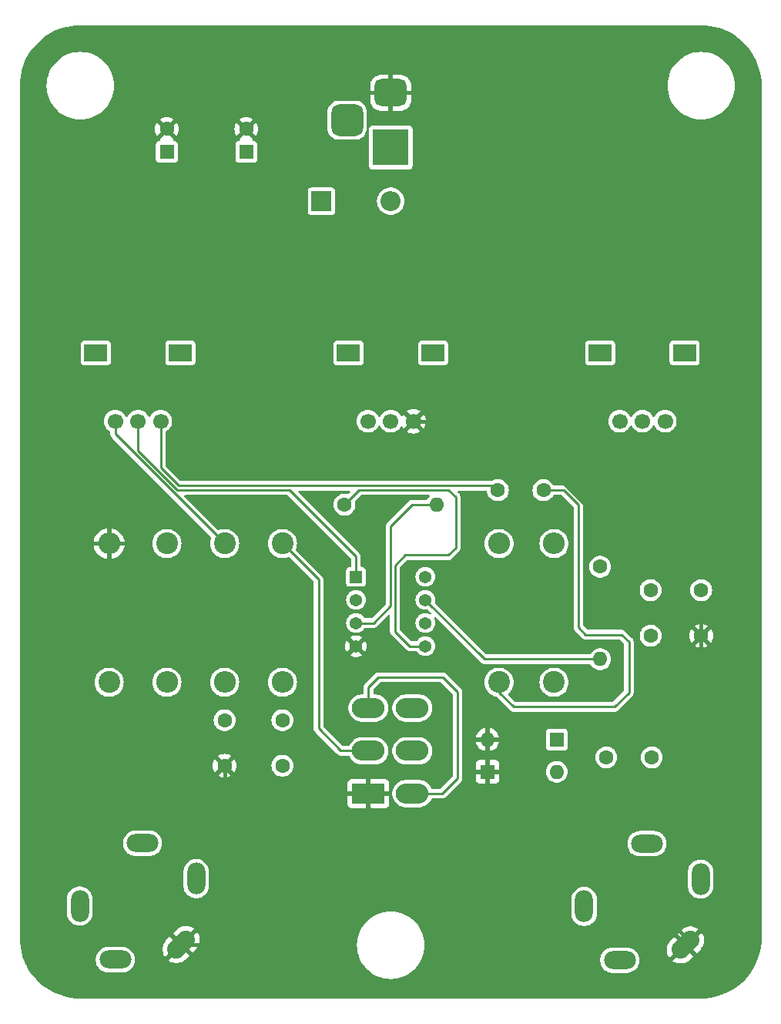
<source format=gbl>
G04 #@! TF.GenerationSoftware,KiCad,Pcbnew,8.0.6*
G04 #@! TF.CreationDate,2024-11-08T07:03:01-05:00*
G04 #@! TF.ProjectId,distpedal,64697374-7065-4646-916c-2e6b69636164,rev?*
G04 #@! TF.SameCoordinates,Original*
G04 #@! TF.FileFunction,Copper,L2,Bot*
G04 #@! TF.FilePolarity,Positive*
%FSLAX46Y46*%
G04 Gerber Fmt 4.6, Leading zero omitted, Abs format (unit mm)*
G04 Created by KiCad (PCBNEW 8.0.6) date 2024-11-08 07:03:01*
%MOMM*%
%LPD*%
G01*
G04 APERTURE LIST*
G04 Aperture macros list*
%AMRoundRect*
0 Rectangle with rounded corners*
0 $1 Rounding radius*
0 $2 $3 $4 $5 $6 $7 $8 $9 X,Y pos of 4 corners*
0 Add a 4 corners polygon primitive as box body*
4,1,4,$2,$3,$4,$5,$6,$7,$8,$9,$2,$3,0*
0 Add four circle primitives for the rounded corners*
1,1,$1+$1,$2,$3*
1,1,$1+$1,$4,$5*
1,1,$1+$1,$6,$7*
1,1,$1+$1,$8,$9*
0 Add four rect primitives between the rounded corners*
20,1,$1+$1,$2,$3,$4,$5,0*
20,1,$1+$1,$4,$5,$6,$7,0*
20,1,$1+$1,$6,$7,$8,$9,0*
20,1,$1+$1,$8,$9,$2,$3,0*%
%AMHorizOval*
0 Thick line with rounded ends*
0 $1 width*
0 $2 $3 position (X,Y) of the first rounded end (center of the circle)*
0 $4 $5 position (X,Y) of the second rounded end (center of the circle)*
0 Add line between two ends*
20,1,$1,$2,$3,$4,$5,0*
0 Add two circle primitives to create the rounded ends*
1,1,$1,$2,$3*
1,1,$1,$4,$5*%
G04 Aperture macros list end*
G04 #@! TA.AperFunction,ComponentPad*
%ADD10R,2.500000X1.900000*%
G04 #@! TD*
G04 #@! TA.AperFunction,ComponentPad*
%ADD11C,1.700000*%
G04 #@! TD*
G04 #@! TA.AperFunction,ComponentPad*
%ADD12C,1.600000*%
G04 #@! TD*
G04 #@! TA.AperFunction,ComponentPad*
%ADD13O,2.400000X2.400000*%
G04 #@! TD*
G04 #@! TA.AperFunction,ComponentPad*
%ADD14C,2.400000*%
G04 #@! TD*
G04 #@! TA.AperFunction,ComponentPad*
%ADD15O,1.600000X1.600000*%
G04 #@! TD*
G04 #@! TA.AperFunction,ComponentPad*
%ADD16O,3.600000X2.200000*%
G04 #@! TD*
G04 #@! TA.AperFunction,ComponentPad*
%ADD17R,3.600000X2.200000*%
G04 #@! TD*
G04 #@! TA.AperFunction,ComponentPad*
%ADD18O,2.000000X3.500000*%
G04 #@! TD*
G04 #@! TA.AperFunction,ComponentPad*
%ADD19O,3.500000X2.000000*%
G04 #@! TD*
G04 #@! TA.AperFunction,ComponentPad*
%ADD20HorizOval,2.000000X0.530330X0.530330X-0.530330X-0.530330X0*%
G04 #@! TD*
G04 #@! TA.AperFunction,ComponentPad*
%ADD21C,1.371600*%
G04 #@! TD*
G04 #@! TA.AperFunction,ComponentPad*
%ADD22R,1.371600X1.371600*%
G04 #@! TD*
G04 #@! TA.AperFunction,ComponentPad*
%ADD23O,2.200000X2.200000*%
G04 #@! TD*
G04 #@! TA.AperFunction,ComponentPad*
%ADD24R,2.200000X2.200000*%
G04 #@! TD*
G04 #@! TA.AperFunction,ComponentPad*
%ADD25R,1.600000X1.600000*%
G04 #@! TD*
G04 #@! TA.AperFunction,ComponentPad*
%ADD26RoundRect,0.875000X-0.875000X0.875000X-0.875000X-0.875000X0.875000X-0.875000X0.875000X0.875000X0*%
G04 #@! TD*
G04 #@! TA.AperFunction,ComponentPad*
%ADD27RoundRect,0.750000X-1.000000X0.750000X-1.000000X-0.750000X1.000000X-0.750000X1.000000X0.750000X0*%
G04 #@! TD*
G04 #@! TA.AperFunction,ComponentPad*
%ADD28R,4.000000X4.000000*%
G04 #@! TD*
G04 #@! TA.AperFunction,Conductor*
%ADD29C,0.254000*%
G04 #@! TD*
G04 #@! TA.AperFunction,Conductor*
%ADD30C,0.381000*%
G04 #@! TD*
G04 APERTURE END LIST*
D10*
X71550000Y-79375000D03*
X80850000Y-79375000D03*
D11*
X78700000Y-86875000D03*
X76200000Y-86875000D03*
X73700000Y-86875000D03*
D12*
X85725000Y-124737500D03*
X85725000Y-119737500D03*
D13*
X92075000Y-115570000D03*
D14*
X92075000Y-100330000D03*
D15*
X127000000Y-113030000D03*
D12*
X127000000Y-102870000D03*
D16*
X106362500Y-127793750D03*
X106362500Y-123093750D03*
X106362500Y-118393750D03*
X101532500Y-118393750D03*
X101532500Y-123093750D03*
D17*
X101532500Y-127793750D03*
D18*
X82600000Y-137150000D03*
D19*
X73700000Y-146050000D03*
X76700000Y-133250000D03*
D18*
X69800000Y-140150000D03*
D20*
X80937615Y-144387615D03*
D13*
X115887500Y-100330000D03*
D14*
X115887500Y-115570000D03*
D12*
X127675000Y-123825000D03*
X132675000Y-123825000D03*
D10*
X127000000Y-79375000D03*
X136300000Y-79375000D03*
D11*
X134150000Y-86875000D03*
X131650000Y-86875000D03*
X129150000Y-86875000D03*
D13*
X85725000Y-115570000D03*
D14*
X85725000Y-100330000D03*
D15*
X109061250Y-96043750D03*
D12*
X98901250Y-96043750D03*
X120768750Y-94456250D03*
X115768750Y-94456250D03*
D21*
X107791250Y-103981250D03*
X107791250Y-106521250D03*
X107791250Y-109061250D03*
X107791250Y-111601250D03*
X100171250Y-111601250D03*
X100171250Y-109061250D03*
X100171250Y-106521250D03*
D22*
X100171250Y-103981250D03*
D18*
X138050000Y-137200000D03*
D19*
X129150000Y-146100000D03*
X132150000Y-133300000D03*
D18*
X125250000Y-140200000D03*
D20*
X136387615Y-144437615D03*
D12*
X92075000Y-124737500D03*
X92075000Y-119737500D03*
D23*
X103981250Y-62706250D03*
D24*
X96361250Y-62706250D03*
D12*
X132556250Y-110450000D03*
X132556250Y-105450000D03*
X88106250Y-54768750D03*
D25*
X88106250Y-57268750D03*
D15*
X114617500Y-121862500D03*
D25*
X122237500Y-121862500D03*
D13*
X79375000Y-115570000D03*
D14*
X79375000Y-100330000D03*
D12*
X79375000Y-54768750D03*
D25*
X79375000Y-57268750D03*
D15*
X122237500Y-125412500D03*
D25*
X114617500Y-125412500D03*
D13*
X73025000Y-100330000D03*
D14*
X73025000Y-115570000D03*
D10*
X99331250Y-79375000D03*
X108631250Y-79375000D03*
D11*
X106481250Y-86875000D03*
X103981250Y-86875000D03*
X101481250Y-86875000D03*
D26*
X99181250Y-53800000D03*
D27*
X103981250Y-50800000D03*
D28*
X103981250Y-56800000D03*
D13*
X121937500Y-100330000D03*
D14*
X121937500Y-115570000D03*
D12*
X138112500Y-110450000D03*
X138112500Y-105450000D03*
D29*
X102076250Y-109061250D02*
X100171250Y-109061250D01*
X106362500Y-96043750D02*
X103981250Y-98425000D01*
X103981250Y-98425000D02*
X103981250Y-107156250D01*
X109061250Y-96043750D02*
X106362500Y-96043750D01*
X103981250Y-107156250D02*
X102076250Y-109061250D01*
X78700000Y-86875000D02*
X78700000Y-92020896D01*
X115285448Y-93972948D02*
X115768750Y-94456250D01*
X80652052Y-93972948D02*
X115285448Y-93972948D01*
X78700000Y-92020896D02*
X80652052Y-93972948D01*
X130175000Y-111125000D02*
X130175000Y-116681250D01*
X117475000Y-118268750D02*
X115887500Y-116681250D01*
X125412500Y-110331250D02*
X129381250Y-110331250D01*
X123031250Y-94456250D02*
X124618750Y-96043750D01*
X129381250Y-110331250D02*
X130175000Y-111125000D01*
X130175000Y-116681250D02*
X128587500Y-118268750D01*
X124618750Y-96043750D02*
X124618750Y-109537500D01*
X124618750Y-109537500D02*
X125412500Y-110331250D01*
X128587500Y-118268750D02*
X117475000Y-118268750D01*
X120768750Y-94456250D02*
X123031250Y-94456250D01*
X115887500Y-116681250D02*
X115887500Y-115570000D01*
X107791250Y-106521250D02*
X114300000Y-113030000D01*
X114300000Y-113030000D02*
X127000000Y-113030000D01*
D30*
X113506250Y-130175000D02*
X102393750Y-130175000D01*
X135731250Y-119062500D02*
X134937500Y-119856250D01*
X138112500Y-110450000D02*
X138112500Y-116681250D01*
X111918750Y-84931250D02*
X114300000Y-87312500D01*
X80168750Y-107950000D02*
X82550000Y-110331250D01*
X76200000Y-107950000D02*
X80168750Y-107950000D01*
X82550000Y-121562500D02*
X85725000Y-124737500D01*
X101532500Y-129313750D02*
X101532500Y-127793750D01*
X138112500Y-116681250D02*
X135731250Y-119062500D01*
X103981250Y-50800000D02*
X110331250Y-50800000D01*
X116619356Y-87312500D02*
X138112500Y-108805644D01*
X138112500Y-108805644D02*
X138112500Y-110450000D01*
X110331250Y-50800000D02*
X111918750Y-52387500D01*
X73025000Y-100330000D02*
X73025000Y-104775000D01*
X88781250Y-127793750D02*
X101532500Y-127793750D01*
X85725000Y-143668750D02*
X85725000Y-124737500D01*
X115093750Y-119062500D02*
X135731250Y-119062500D01*
X85725000Y-124737500D02*
X88781250Y-127793750D01*
X114617500Y-129063750D02*
X113506250Y-130175000D01*
X114617500Y-119538750D02*
X115093750Y-119062500D01*
X114617500Y-125412500D02*
X114617500Y-129063750D01*
X136387615Y-143531365D02*
X136387615Y-144437615D01*
X114617500Y-121862500D02*
X114617500Y-119538750D01*
X80937615Y-144387615D02*
X85006135Y-144387615D01*
X102393750Y-130175000D02*
X101532500Y-129313750D01*
X114300000Y-87312500D02*
X116619356Y-87312500D01*
X111918750Y-84931250D02*
X109975000Y-86875000D01*
X109975000Y-86875000D02*
X106481250Y-86875000D01*
X85006135Y-144387615D02*
X85725000Y-143668750D01*
X82550000Y-110331250D02*
X82550000Y-121562500D01*
X73025000Y-104775000D02*
X76200000Y-107950000D01*
X134937500Y-142081250D02*
X136387615Y-143531365D01*
X111918750Y-52387500D02*
X111918750Y-84931250D01*
X134937500Y-119856250D02*
X134937500Y-142081250D01*
D29*
X105568750Y-101600000D02*
X104435250Y-102733500D01*
X101600000Y-94456250D02*
X101629302Y-94426948D01*
X111125000Y-95220698D02*
X111125000Y-100806250D01*
X98901250Y-96043750D02*
X100488750Y-94456250D01*
X100488750Y-94456250D02*
X101600000Y-94456250D01*
X104435250Y-102733500D02*
X104435250Y-109991500D01*
X110331250Y-94426948D02*
X111125000Y-95220698D01*
X111125000Y-100806250D02*
X110331250Y-101600000D01*
X104435250Y-109991500D02*
X106045000Y-111601250D01*
X106045000Y-111601250D02*
X107791250Y-111601250D01*
X110331250Y-101600000D02*
X105568750Y-101600000D01*
X101629302Y-94426948D02*
X110331250Y-94426948D01*
X73700000Y-86875000D02*
X73700000Y-88305000D01*
X73700000Y-88305000D02*
X85725000Y-100330000D01*
X100171250Y-101758750D02*
X100171250Y-103981250D01*
X76200000Y-86875000D02*
X76200000Y-90162948D01*
X76200000Y-90162948D02*
X80493302Y-94456250D01*
X92868750Y-94456250D02*
X100171250Y-101758750D01*
X80493302Y-94456250D02*
X92868750Y-94456250D01*
X102584250Y-115029250D02*
X101532500Y-116081000D01*
X111315500Y-116616750D02*
X109728000Y-115029250D01*
X101532500Y-116081000D02*
X101532500Y-118393750D01*
X109663500Y-127793750D02*
X111315500Y-126141750D01*
X106362500Y-127793750D02*
X109663500Y-127793750D01*
X109728000Y-115029250D02*
X102584250Y-115029250D01*
X111315500Y-126141750D02*
X111315500Y-116616750D01*
X96043750Y-104298750D02*
X96043750Y-120650000D01*
X98487500Y-123093750D02*
X101532500Y-123093750D01*
X96043750Y-120650000D02*
X98487500Y-123093750D01*
X92075000Y-100330000D02*
X96043750Y-104298750D01*
G04 #@! TA.AperFunction,Conductor*
G36*
X138114824Y-43363087D02*
G01*
X138155703Y-43364616D01*
X138604326Y-43381402D01*
X138613550Y-43382094D01*
X139098029Y-43436681D01*
X139107175Y-43438060D01*
X139586220Y-43528699D01*
X139595223Y-43530753D01*
X140066167Y-43656942D01*
X140075009Y-43659670D01*
X140535184Y-43820691D01*
X140543804Y-43824073D01*
X140744683Y-43911716D01*
X140990665Y-44019037D01*
X140999003Y-44023052D01*
X141430055Y-44250868D01*
X141438052Y-44255486D01*
X141850864Y-44514871D01*
X141850869Y-44514874D01*
X141858525Y-44520095D01*
X142250783Y-44809592D01*
X142258018Y-44815361D01*
X142448740Y-44979490D01*
X142627560Y-45133376D01*
X142634358Y-45139684D01*
X142979084Y-45484408D01*
X142985391Y-45491205D01*
X143303396Y-45860730D01*
X143309178Y-45867980D01*
X143309185Y-45867989D01*
X143598681Y-46260239D01*
X143603897Y-46267890D01*
X143733593Y-46474297D01*
X143863283Y-46680696D01*
X143867919Y-46688726D01*
X144095727Y-47119754D01*
X144099750Y-47128109D01*
X144294704Y-47574942D01*
X144298092Y-47583574D01*
X144459110Y-48043729D01*
X144461844Y-48052590D01*
X144588030Y-48523511D01*
X144590093Y-48532551D01*
X144680731Y-49011569D01*
X144682113Y-49020739D01*
X144736701Y-49505190D01*
X144737394Y-49514437D01*
X144755663Y-50002592D01*
X144755750Y-50007229D01*
X144755750Y-143666438D01*
X144755663Y-143671075D01*
X144737347Y-144160564D01*
X144736654Y-144169811D01*
X144682069Y-144654264D01*
X144680687Y-144663433D01*
X144590053Y-145142445D01*
X144587990Y-145151486D01*
X144461810Y-145622397D01*
X144459077Y-145631258D01*
X144298058Y-146091424D01*
X144294670Y-146100056D01*
X144099711Y-146546905D01*
X144095687Y-146555259D01*
X143867894Y-146986265D01*
X143863258Y-146994296D01*
X143603878Y-147407098D01*
X143598654Y-147414760D01*
X143309161Y-147807010D01*
X143303379Y-147814260D01*
X142985364Y-148183800D01*
X142979057Y-148190597D01*
X142634347Y-148535307D01*
X142627550Y-148541614D01*
X142258010Y-148859629D01*
X142250760Y-148865411D01*
X141858510Y-149154904D01*
X141850848Y-149160128D01*
X141438046Y-149419508D01*
X141430015Y-149424144D01*
X140999009Y-149651937D01*
X140990655Y-149655961D01*
X140543806Y-149850920D01*
X140535174Y-149854308D01*
X140075008Y-150015327D01*
X140066147Y-150018060D01*
X139595236Y-150144240D01*
X139586195Y-150146303D01*
X139107183Y-150236937D01*
X139098014Y-150238319D01*
X138613561Y-150292904D01*
X138604314Y-150293597D01*
X138114825Y-150311913D01*
X138110188Y-150312000D01*
X69852312Y-150312000D01*
X69847675Y-150311913D01*
X69358184Y-150293597D01*
X69348937Y-150292904D01*
X68864482Y-150238319D01*
X68855313Y-150236937D01*
X68376295Y-150146303D01*
X68367257Y-150144240D01*
X68069466Y-150064448D01*
X67896344Y-150018060D01*
X67887484Y-150015327D01*
X67427322Y-149854311D01*
X67418689Y-149850923D01*
X66971834Y-149655962D01*
X66963480Y-149651939D01*
X66532453Y-149424135D01*
X66524440Y-149419509D01*
X66111630Y-149160125D01*
X66103969Y-149154901D01*
X65711724Y-148865413D01*
X65711721Y-148865411D01*
X65711719Y-148865409D01*
X65704474Y-148859632D01*
X65513764Y-148695514D01*
X65334929Y-148541614D01*
X65328141Y-148535315D01*
X64983415Y-148190591D01*
X64977108Y-148183794D01*
X64659103Y-147814269D01*
X64653321Y-147807019D01*
X64553392Y-147671622D01*
X64363808Y-147414747D01*
X64358605Y-147407115D01*
X64099216Y-146994303D01*
X64094580Y-146986273D01*
X63883874Y-146587603D01*
X63866768Y-146555238D01*
X63862749Y-146546890D01*
X63834919Y-146483105D01*
X63667794Y-146100056D01*
X63664407Y-146091425D01*
X63621811Y-145969694D01*
X63611343Y-145939778D01*
X71549500Y-145939778D01*
X71549500Y-146160221D01*
X71583985Y-146377952D01*
X71652103Y-146587603D01*
X71652104Y-146587606D01*
X71752187Y-146784025D01*
X71881752Y-146962358D01*
X71881756Y-146962363D01*
X72037636Y-147118243D01*
X72037641Y-147118247D01*
X72106461Y-147168247D01*
X72215978Y-147247815D01*
X72344375Y-147313237D01*
X72412393Y-147347895D01*
X72412396Y-147347896D01*
X72517221Y-147381955D01*
X72622049Y-147416015D01*
X72839778Y-147450500D01*
X72839779Y-147450500D01*
X74560221Y-147450500D01*
X74560222Y-147450500D01*
X74777951Y-147416015D01*
X74987606Y-147347895D01*
X75184022Y-147247815D01*
X75362365Y-147118242D01*
X75518242Y-146962365D01*
X75647815Y-146784022D01*
X75747895Y-146587606D01*
X75816015Y-146377951D01*
X75850500Y-146160222D01*
X75850500Y-145939778D01*
X75816015Y-145722049D01*
X75778825Y-145607587D01*
X75747896Y-145512396D01*
X75747895Y-145512393D01*
X75674344Y-145368044D01*
X75647815Y-145315978D01*
X75587477Y-145232929D01*
X75518247Y-145137641D01*
X75518243Y-145137636D01*
X75362363Y-144981756D01*
X75362358Y-144981752D01*
X75184025Y-144852187D01*
X75184024Y-144852186D01*
X75184022Y-144852185D01*
X75121096Y-144820122D01*
X75081393Y-144799892D01*
X78907285Y-144799892D01*
X78907285Y-145035997D01*
X78944219Y-145269192D01*
X79017182Y-145493747D01*
X79124369Y-145704114D01*
X79184625Y-145787050D01*
X79924322Y-145047352D01*
X79941360Y-145110937D01*
X80007186Y-145224952D01*
X80100278Y-145318044D01*
X80214293Y-145383870D01*
X80277874Y-145400906D01*
X79538177Y-146140603D01*
X79621117Y-146200861D01*
X79831482Y-146308047D01*
X80056037Y-146381010D01*
X80056036Y-146381010D01*
X80289233Y-146417945D01*
X80525337Y-146417945D01*
X80758532Y-146381010D01*
X80983087Y-146308047D01*
X81193456Y-146200859D01*
X81384471Y-146062078D01*
X81821498Y-145625051D01*
X81821498Y-145625050D01*
X81114391Y-144917944D01*
X81467944Y-144564391D01*
X82175050Y-145271498D01*
X82175051Y-145271498D01*
X82612078Y-144834471D01*
X82750859Y-144643456D01*
X82843061Y-144462499D01*
X100275672Y-144462499D01*
X100275672Y-144462500D01*
X100295972Y-144849839D01*
X100349474Y-145187636D01*
X100356648Y-145232933D01*
X100406221Y-145417944D01*
X100457038Y-145607594D01*
X100596037Y-145969697D01*
X100772127Y-146315293D01*
X100983372Y-146640582D01*
X101155214Y-146852789D01*
X101227469Y-146942016D01*
X101501734Y-147216281D01*
X101501738Y-147216284D01*
X101803167Y-147460377D01*
X102128456Y-147671622D01*
X102128461Y-147671625D01*
X102474056Y-147847714D01*
X102836163Y-147986714D01*
X103210817Y-148087102D01*
X103593912Y-148147778D01*
X103959826Y-148166955D01*
X103981249Y-148168078D01*
X103981250Y-148168078D01*
X103981251Y-148168078D01*
X104001551Y-148167014D01*
X104368588Y-148147778D01*
X104751683Y-148087102D01*
X105126337Y-147986714D01*
X105488444Y-147847714D01*
X105834039Y-147671625D01*
X106159334Y-147460376D01*
X106460766Y-147216281D01*
X106735031Y-146942016D01*
X106979126Y-146640584D01*
X107190375Y-146315289D01*
X107356231Y-145989778D01*
X126999500Y-145989778D01*
X126999500Y-146210221D01*
X127033985Y-146427952D01*
X127102103Y-146637603D01*
X127102104Y-146637606D01*
X127170122Y-146771096D01*
X127176708Y-146784022D01*
X127202187Y-146834025D01*
X127331752Y-147012358D01*
X127331756Y-147012363D01*
X127487636Y-147168243D01*
X127487641Y-147168247D01*
X127597154Y-147247812D01*
X127665978Y-147297815D01*
X127794375Y-147363237D01*
X127862393Y-147397895D01*
X127862396Y-147397896D01*
X127922628Y-147417466D01*
X128072049Y-147466015D01*
X128289778Y-147500500D01*
X128289779Y-147500500D01*
X130010221Y-147500500D01*
X130010222Y-147500500D01*
X130227951Y-147466015D01*
X130437606Y-147397895D01*
X130634022Y-147297815D01*
X130812365Y-147168242D01*
X130968242Y-147012365D01*
X131097815Y-146834022D01*
X131197895Y-146637606D01*
X131266015Y-146427951D01*
X131300500Y-146210222D01*
X131300500Y-145989778D01*
X131266015Y-145772049D01*
X131220270Y-145631258D01*
X131197896Y-145562396D01*
X131197895Y-145562393D01*
X131132408Y-145433870D01*
X131097815Y-145365978D01*
X131029172Y-145271498D01*
X130968247Y-145187641D01*
X130968243Y-145187636D01*
X130812363Y-145031756D01*
X130812358Y-145031752D01*
X130634025Y-144902187D01*
X130634024Y-144902186D01*
X130634022Y-144902185D01*
X130571096Y-144870122D01*
X130531393Y-144849892D01*
X134357285Y-144849892D01*
X134357285Y-145085997D01*
X134394219Y-145319192D01*
X134467182Y-145543747D01*
X134574369Y-145754114D01*
X134634625Y-145837050D01*
X135374322Y-145097353D01*
X135391360Y-145160937D01*
X135457186Y-145274952D01*
X135550278Y-145368044D01*
X135664293Y-145433870D01*
X135727874Y-145450906D01*
X134988177Y-146190603D01*
X135071117Y-146250861D01*
X135281482Y-146358047D01*
X135506037Y-146431010D01*
X135506036Y-146431010D01*
X135739233Y-146467945D01*
X135975337Y-146467945D01*
X136208532Y-146431010D01*
X136433087Y-146358047D01*
X136643456Y-146250859D01*
X136834471Y-146112078D01*
X137271498Y-145675051D01*
X136564391Y-144967944D01*
X136917944Y-144614392D01*
X137625050Y-145321498D01*
X137625051Y-145321498D01*
X138062078Y-144884471D01*
X138200859Y-144693456D01*
X138308047Y-144483087D01*
X138381010Y-144258532D01*
X138417945Y-144025337D01*
X138417945Y-143789232D01*
X138381010Y-143556037D01*
X138308047Y-143331482D01*
X138200861Y-143121117D01*
X138140603Y-143038177D01*
X137400907Y-143777873D01*
X137383871Y-143714293D01*
X137318045Y-143600277D01*
X137224953Y-143507185D01*
X137110937Y-143441359D01*
X137047354Y-143424322D01*
X137787050Y-142684625D01*
X137704114Y-142624369D01*
X137493747Y-142517182D01*
X137269192Y-142444219D01*
X137269193Y-142444219D01*
X137035997Y-142407285D01*
X136799893Y-142407285D01*
X136566697Y-142444219D01*
X136342142Y-142517182D01*
X136131773Y-142624370D01*
X135940758Y-142763151D01*
X135940757Y-142763152D01*
X135503731Y-143200177D01*
X135503731Y-143200178D01*
X136210838Y-143907285D01*
X135857285Y-144260838D01*
X135150178Y-143553731D01*
X135150177Y-143553731D01*
X134713152Y-143990757D01*
X134713151Y-143990758D01*
X134574370Y-144181773D01*
X134467182Y-144392142D01*
X134394219Y-144616697D01*
X134357285Y-144849892D01*
X130531393Y-144849892D01*
X130437606Y-144802104D01*
X130437603Y-144802103D01*
X130227952Y-144733985D01*
X130119086Y-144716742D01*
X130010222Y-144699500D01*
X128289778Y-144699500D01*
X128217201Y-144710995D01*
X128072047Y-144733985D01*
X127862396Y-144802103D01*
X127862393Y-144802104D01*
X127665974Y-144902187D01*
X127487641Y-145031752D01*
X127487636Y-145031756D01*
X127331756Y-145187636D01*
X127331752Y-145187641D01*
X127202187Y-145365974D01*
X127102104Y-145562393D01*
X127102103Y-145562396D01*
X127033985Y-145772047D01*
X126999500Y-145989778D01*
X107356231Y-145989778D01*
X107366464Y-145969694D01*
X107505464Y-145607587D01*
X107605852Y-145232933D01*
X107666528Y-144849838D01*
X107686828Y-144462500D01*
X107666528Y-144075162D01*
X107605852Y-143692067D01*
X107505464Y-143317413D01*
X107366464Y-142955306D01*
X107190375Y-142609711D01*
X107190372Y-142609706D01*
X106979127Y-142284417D01*
X106735034Y-141982988D01*
X106735031Y-141982984D01*
X106460766Y-141708719D01*
X106368523Y-141634022D01*
X106159332Y-141464622D01*
X105834043Y-141253377D01*
X105488447Y-141077287D01*
X105126344Y-140938288D01*
X105126337Y-140938286D01*
X104751683Y-140837898D01*
X104751679Y-140837897D01*
X104751678Y-140837897D01*
X104368589Y-140777222D01*
X103981251Y-140756922D01*
X103981249Y-140756922D01*
X103593910Y-140777222D01*
X103210822Y-140837897D01*
X103210820Y-140837897D01*
X102836155Y-140938288D01*
X102474052Y-141077287D01*
X102128456Y-141253377D01*
X101803167Y-141464622D01*
X101501738Y-141708715D01*
X101501730Y-141708722D01*
X101227472Y-141982980D01*
X101227465Y-141982988D01*
X100983372Y-142284417D01*
X100772127Y-142609706D01*
X100596037Y-142955302D01*
X100457038Y-143317405D01*
X100356647Y-143692070D01*
X100356647Y-143692072D01*
X100295972Y-144075160D01*
X100275672Y-144462499D01*
X82843061Y-144462499D01*
X82858047Y-144433087D01*
X82931010Y-144208532D01*
X82967945Y-143975337D01*
X82967945Y-143739232D01*
X82931010Y-143506037D01*
X82858047Y-143281482D01*
X82750861Y-143071117D01*
X82690603Y-142988177D01*
X81950907Y-143727873D01*
X81933871Y-143664293D01*
X81868045Y-143550277D01*
X81774953Y-143457185D01*
X81660937Y-143391359D01*
X81597354Y-143374322D01*
X82337050Y-142634625D01*
X82254114Y-142574369D01*
X82043747Y-142467182D01*
X81819192Y-142394219D01*
X81819193Y-142394219D01*
X81585997Y-142357285D01*
X81349893Y-142357285D01*
X81116697Y-142394219D01*
X80892142Y-142467182D01*
X80681773Y-142574370D01*
X80490758Y-142713151D01*
X80490757Y-142713152D01*
X80053731Y-143150177D01*
X80053731Y-143150178D01*
X80760838Y-143857285D01*
X80407285Y-144210838D01*
X79700178Y-143503731D01*
X79700177Y-143503731D01*
X79263152Y-143940757D01*
X79263151Y-143940758D01*
X79124370Y-144131773D01*
X79017182Y-144342142D01*
X78944219Y-144566697D01*
X78907285Y-144799892D01*
X75081393Y-144799892D01*
X74987606Y-144752104D01*
X74987603Y-144752103D01*
X74777952Y-144683985D01*
X74619413Y-144658875D01*
X74560222Y-144649500D01*
X72839778Y-144649500D01*
X72780593Y-144658874D01*
X72622047Y-144683985D01*
X72412396Y-144752103D01*
X72412393Y-144752104D01*
X72215974Y-144852187D01*
X72037641Y-144981752D01*
X72037636Y-144981756D01*
X71881756Y-145137636D01*
X71881752Y-145137641D01*
X71752187Y-145315974D01*
X71652104Y-145512393D01*
X71652103Y-145512396D01*
X71583985Y-145722047D01*
X71549500Y-145939778D01*
X63611343Y-145939778D01*
X63503385Y-145631258D01*
X63500655Y-145622409D01*
X63496685Y-145607594D01*
X63374466Y-145151478D01*
X63372406Y-145142448D01*
X63372405Y-145142445D01*
X63281767Y-144663428D01*
X63280386Y-144654260D01*
X63279169Y-144643456D01*
X63225797Y-144169797D01*
X63225105Y-144160574D01*
X63206837Y-143672406D01*
X63206750Y-143667769D01*
X63206750Y-139289778D01*
X68399500Y-139289778D01*
X68399500Y-141010221D01*
X68433985Y-141227952D01*
X68502103Y-141437603D01*
X68502104Y-141437606D01*
X68602187Y-141634025D01*
X68731752Y-141812358D01*
X68731756Y-141812363D01*
X68887636Y-141968243D01*
X68887641Y-141968247D01*
X68956461Y-142018247D01*
X69065978Y-142097815D01*
X69194375Y-142163237D01*
X69262393Y-142197895D01*
X69262396Y-142197896D01*
X69367221Y-142231955D01*
X69472049Y-142266015D01*
X69689778Y-142300500D01*
X69689779Y-142300500D01*
X69910221Y-142300500D01*
X69910222Y-142300500D01*
X70127951Y-142266015D01*
X70337606Y-142197895D01*
X70534022Y-142097815D01*
X70712365Y-141968242D01*
X70868242Y-141812365D01*
X70997815Y-141634022D01*
X71097895Y-141437606D01*
X71166015Y-141227951D01*
X71200500Y-141010222D01*
X71200500Y-139339778D01*
X123849500Y-139339778D01*
X123849500Y-141060221D01*
X123883985Y-141277952D01*
X123952103Y-141487603D01*
X123952104Y-141487606D01*
X124020122Y-141621096D01*
X124026708Y-141634022D01*
X124052187Y-141684025D01*
X124181752Y-141862358D01*
X124181756Y-141862363D01*
X124337636Y-142018243D01*
X124337641Y-142018247D01*
X124411917Y-142072211D01*
X124515978Y-142147815D01*
X124644375Y-142213237D01*
X124712393Y-142247895D01*
X124712396Y-142247896D01*
X124768159Y-142266014D01*
X124922049Y-142316015D01*
X125139778Y-142350500D01*
X125139779Y-142350500D01*
X125360221Y-142350500D01*
X125360222Y-142350500D01*
X125577951Y-142316015D01*
X125787606Y-142247895D01*
X125984022Y-142147815D01*
X126162365Y-142018242D01*
X126318242Y-141862365D01*
X126447815Y-141684022D01*
X126547895Y-141487606D01*
X126616015Y-141277951D01*
X126650500Y-141060222D01*
X126650500Y-139339778D01*
X126616015Y-139122049D01*
X126581955Y-139017221D01*
X126547896Y-138912396D01*
X126547895Y-138912393D01*
X126496926Y-138812363D01*
X126447815Y-138715978D01*
X126388271Y-138634022D01*
X126318247Y-138537641D01*
X126318243Y-138537636D01*
X126162363Y-138381756D01*
X126162358Y-138381752D01*
X125984025Y-138252187D01*
X125984024Y-138252186D01*
X125984022Y-138252185D01*
X125921096Y-138220122D01*
X125787606Y-138152104D01*
X125787603Y-138152103D01*
X125577952Y-138083985D01*
X125469086Y-138066742D01*
X125360222Y-138049500D01*
X125139778Y-138049500D01*
X125072082Y-138060222D01*
X124922047Y-138083985D01*
X124712396Y-138152103D01*
X124712393Y-138152104D01*
X124515974Y-138252187D01*
X124337641Y-138381752D01*
X124337636Y-138381756D01*
X124181756Y-138537636D01*
X124181752Y-138537641D01*
X124052187Y-138715974D01*
X123952104Y-138912393D01*
X123952103Y-138912396D01*
X123883985Y-139122047D01*
X123849500Y-139339778D01*
X71200500Y-139339778D01*
X71200500Y-139289778D01*
X71166015Y-139072049D01*
X71131955Y-138967221D01*
X71097896Y-138862396D01*
X71097895Y-138862393D01*
X71063237Y-138794375D01*
X70997815Y-138665978D01*
X70974598Y-138634022D01*
X70868247Y-138487641D01*
X70868243Y-138487636D01*
X70712363Y-138331756D01*
X70712358Y-138331752D01*
X70534025Y-138202187D01*
X70534024Y-138202186D01*
X70534022Y-138202185D01*
X70471096Y-138170122D01*
X70337606Y-138102104D01*
X70337603Y-138102103D01*
X70127952Y-138033985D01*
X70019086Y-138016742D01*
X69910222Y-137999500D01*
X69689778Y-137999500D01*
X69622082Y-138010222D01*
X69472047Y-138033985D01*
X69262396Y-138102103D01*
X69262393Y-138102104D01*
X69065974Y-138202187D01*
X68887641Y-138331752D01*
X68887636Y-138331756D01*
X68731756Y-138487636D01*
X68731752Y-138487641D01*
X68602187Y-138665974D01*
X68502104Y-138862393D01*
X68502103Y-138862396D01*
X68433985Y-139072047D01*
X68399500Y-139289778D01*
X63206750Y-139289778D01*
X63206750Y-136289778D01*
X81199500Y-136289778D01*
X81199500Y-138010221D01*
X81233985Y-138227952D01*
X81302103Y-138437603D01*
X81302104Y-138437606D01*
X81402187Y-138634025D01*
X81531752Y-138812358D01*
X81531756Y-138812363D01*
X81687636Y-138968243D01*
X81687641Y-138968247D01*
X81756461Y-139018247D01*
X81865978Y-139097815D01*
X81994375Y-139163237D01*
X82062393Y-139197895D01*
X82062396Y-139197896D01*
X82167221Y-139231955D01*
X82272049Y-139266015D01*
X82489778Y-139300500D01*
X82489779Y-139300500D01*
X82710221Y-139300500D01*
X82710222Y-139300500D01*
X82927951Y-139266015D01*
X83137606Y-139197895D01*
X83334022Y-139097815D01*
X83512365Y-138968242D01*
X83668242Y-138812365D01*
X83797815Y-138634022D01*
X83897895Y-138437606D01*
X83966015Y-138227951D01*
X84000500Y-138010222D01*
X84000500Y-136339778D01*
X136649500Y-136339778D01*
X136649500Y-138060222D01*
X136656134Y-138102105D01*
X136683985Y-138277952D01*
X136752103Y-138487603D01*
X136752104Y-138487606D01*
X136777599Y-138537641D01*
X136826708Y-138634022D01*
X136852187Y-138684025D01*
X136981752Y-138862358D01*
X136981756Y-138862363D01*
X137137636Y-139018243D01*
X137137641Y-139018247D01*
X137211694Y-139072049D01*
X137315978Y-139147815D01*
X137444375Y-139213237D01*
X137512393Y-139247895D01*
X137512396Y-139247896D01*
X137568159Y-139266014D01*
X137722049Y-139316015D01*
X137939778Y-139350500D01*
X137939779Y-139350500D01*
X138160221Y-139350500D01*
X138160222Y-139350500D01*
X138377951Y-139316015D01*
X138587606Y-139247895D01*
X138784022Y-139147815D01*
X138962365Y-139018242D01*
X139118242Y-138862365D01*
X139247815Y-138684022D01*
X139347895Y-138487606D01*
X139416015Y-138277951D01*
X139450500Y-138060222D01*
X139450500Y-136339778D01*
X139416015Y-136122049D01*
X139347895Y-135912394D01*
X139347895Y-135912393D01*
X139313237Y-135844375D01*
X139247815Y-135715978D01*
X139211485Y-135665974D01*
X139118247Y-135537641D01*
X139118243Y-135537636D01*
X138962363Y-135381756D01*
X138962358Y-135381752D01*
X138784025Y-135252187D01*
X138784024Y-135252186D01*
X138784022Y-135252185D01*
X138721096Y-135220122D01*
X138587606Y-135152104D01*
X138587603Y-135152103D01*
X138377952Y-135083985D01*
X138269086Y-135066742D01*
X138160222Y-135049500D01*
X137939778Y-135049500D01*
X137867201Y-135060995D01*
X137722047Y-135083985D01*
X137512396Y-135152103D01*
X137512393Y-135152104D01*
X137315974Y-135252187D01*
X137137641Y-135381752D01*
X137137636Y-135381756D01*
X136981756Y-135537636D01*
X136981752Y-135537641D01*
X136852187Y-135715974D01*
X136752104Y-135912393D01*
X136752103Y-135912396D01*
X136683985Y-136122047D01*
X136683985Y-136122049D01*
X136649500Y-136339778D01*
X84000500Y-136339778D01*
X84000500Y-136289778D01*
X83966015Y-136072049D01*
X83931955Y-135967221D01*
X83897896Y-135862396D01*
X83897895Y-135862393D01*
X83863237Y-135794375D01*
X83797815Y-135665978D01*
X83781260Y-135643192D01*
X83668247Y-135487641D01*
X83668243Y-135487636D01*
X83512363Y-135331756D01*
X83512358Y-135331752D01*
X83334025Y-135202187D01*
X83334024Y-135202186D01*
X83334022Y-135202185D01*
X83271096Y-135170122D01*
X83137606Y-135102104D01*
X83137603Y-135102103D01*
X82927952Y-135033985D01*
X82819086Y-135016742D01*
X82710222Y-134999500D01*
X82489778Y-134999500D01*
X82417201Y-135010995D01*
X82272047Y-135033985D01*
X82062396Y-135102103D01*
X82062393Y-135102104D01*
X81865974Y-135202187D01*
X81687641Y-135331752D01*
X81687636Y-135331756D01*
X81531756Y-135487636D01*
X81531752Y-135487641D01*
X81402187Y-135665974D01*
X81302104Y-135862393D01*
X81302103Y-135862396D01*
X81233985Y-136072047D01*
X81199500Y-136289778D01*
X63206750Y-136289778D01*
X63206750Y-133139778D01*
X74549500Y-133139778D01*
X74549500Y-133360221D01*
X74583985Y-133577952D01*
X74652103Y-133787603D01*
X74652104Y-133787606D01*
X74752187Y-133984025D01*
X74881752Y-134162358D01*
X74881756Y-134162363D01*
X75037636Y-134318243D01*
X75037641Y-134318247D01*
X75106461Y-134368247D01*
X75215978Y-134447815D01*
X75344375Y-134513237D01*
X75412393Y-134547895D01*
X75412396Y-134547896D01*
X75517221Y-134581955D01*
X75622049Y-134616015D01*
X75839778Y-134650500D01*
X75839779Y-134650500D01*
X77560221Y-134650500D01*
X77560222Y-134650500D01*
X77777951Y-134616015D01*
X77987606Y-134547895D01*
X78184022Y-134447815D01*
X78362365Y-134318242D01*
X78518242Y-134162365D01*
X78647815Y-133984022D01*
X78747895Y-133787606D01*
X78816015Y-133577951D01*
X78850500Y-133360222D01*
X78850500Y-133189778D01*
X129999500Y-133189778D01*
X129999500Y-133410221D01*
X130033985Y-133627952D01*
X130102103Y-133837603D01*
X130102104Y-133837606D01*
X130170122Y-133971096D01*
X130176708Y-133984022D01*
X130202187Y-134034025D01*
X130331752Y-134212358D01*
X130331756Y-134212363D01*
X130487636Y-134368243D01*
X130487641Y-134368247D01*
X130597154Y-134447812D01*
X130665978Y-134497815D01*
X130794375Y-134563237D01*
X130862393Y-134597895D01*
X130862396Y-134597896D01*
X130918159Y-134616014D01*
X131072049Y-134666015D01*
X131289778Y-134700500D01*
X131289779Y-134700500D01*
X133010221Y-134700500D01*
X133010222Y-134700500D01*
X133227951Y-134666015D01*
X133437606Y-134597895D01*
X133634022Y-134497815D01*
X133812365Y-134368242D01*
X133968242Y-134212365D01*
X134097815Y-134034022D01*
X134197895Y-133837606D01*
X134266015Y-133627951D01*
X134300500Y-133410222D01*
X134300500Y-133189778D01*
X134266015Y-132972049D01*
X134197895Y-132762394D01*
X134197895Y-132762393D01*
X134163237Y-132694375D01*
X134097815Y-132565978D01*
X134061485Y-132515974D01*
X133968247Y-132387641D01*
X133968243Y-132387636D01*
X133812363Y-132231756D01*
X133812358Y-132231752D01*
X133634025Y-132102187D01*
X133634024Y-132102186D01*
X133634022Y-132102185D01*
X133571096Y-132070122D01*
X133437606Y-132002104D01*
X133437603Y-132002103D01*
X133227952Y-131933985D01*
X133119086Y-131916742D01*
X133010222Y-131899500D01*
X131289778Y-131899500D01*
X131217201Y-131910995D01*
X131072047Y-131933985D01*
X130862396Y-132002103D01*
X130862393Y-132002104D01*
X130665974Y-132102187D01*
X130487641Y-132231752D01*
X130487636Y-132231756D01*
X130331756Y-132387636D01*
X130331752Y-132387641D01*
X130202187Y-132565974D01*
X130102104Y-132762393D01*
X130102103Y-132762396D01*
X130033985Y-132972047D01*
X129999500Y-133189778D01*
X78850500Y-133189778D01*
X78850500Y-133139778D01*
X78816015Y-132922049D01*
X78781955Y-132817221D01*
X78747896Y-132712396D01*
X78747895Y-132712393D01*
X78713237Y-132644375D01*
X78647815Y-132515978D01*
X78631260Y-132493192D01*
X78518247Y-132337641D01*
X78518243Y-132337636D01*
X78362363Y-132181756D01*
X78362358Y-132181752D01*
X78184025Y-132052187D01*
X78184024Y-132052186D01*
X78184022Y-132052185D01*
X78121096Y-132020122D01*
X77987606Y-131952104D01*
X77987603Y-131952103D01*
X77777952Y-131883985D01*
X77669086Y-131866742D01*
X77560222Y-131849500D01*
X75839778Y-131849500D01*
X75767201Y-131860995D01*
X75622047Y-131883985D01*
X75412396Y-131952103D01*
X75412393Y-131952104D01*
X75215974Y-132052187D01*
X75037641Y-132181752D01*
X75037636Y-132181756D01*
X74881756Y-132337636D01*
X74881752Y-132337641D01*
X74752187Y-132515974D01*
X74652104Y-132712393D01*
X74652103Y-132712396D01*
X74583985Y-132922047D01*
X74549500Y-133139778D01*
X63206750Y-133139778D01*
X63206750Y-126645905D01*
X99232500Y-126645905D01*
X99232500Y-127543750D01*
X100284018Y-127543750D01*
X100273389Y-127562159D01*
X100232500Y-127714759D01*
X100232500Y-127872741D01*
X100273389Y-128025341D01*
X100284018Y-128043750D01*
X99232500Y-128043750D01*
X99232500Y-128941594D01*
X99238901Y-129001122D01*
X99238903Y-129001129D01*
X99289145Y-129135836D01*
X99289149Y-129135843D01*
X99375309Y-129250937D01*
X99375312Y-129250940D01*
X99490406Y-129337100D01*
X99490413Y-129337104D01*
X99625120Y-129387346D01*
X99625127Y-129387348D01*
X99684655Y-129393749D01*
X99684672Y-129393750D01*
X101282500Y-129393750D01*
X101282500Y-128393750D01*
X101782500Y-128393750D01*
X101782500Y-129393750D01*
X103380328Y-129393750D01*
X103380344Y-129393749D01*
X103439872Y-129387348D01*
X103439879Y-129387346D01*
X103574586Y-129337104D01*
X103574593Y-129337100D01*
X103689687Y-129250940D01*
X103689690Y-129250937D01*
X103775850Y-129135843D01*
X103775854Y-129135836D01*
X103826096Y-129001129D01*
X103826098Y-129001122D01*
X103832499Y-128941594D01*
X103832500Y-128941577D01*
X103832500Y-128043750D01*
X102780982Y-128043750D01*
X102791611Y-128025341D01*
X102832500Y-127872741D01*
X102832500Y-127714759D01*
X102791611Y-127562159D01*
X102780982Y-127543750D01*
X103832500Y-127543750D01*
X103832500Y-126645922D01*
X103832499Y-126645905D01*
X103826098Y-126586377D01*
X103826096Y-126586370D01*
X103775854Y-126451663D01*
X103775850Y-126451656D01*
X103689690Y-126336562D01*
X103689687Y-126336559D01*
X103574593Y-126250399D01*
X103574586Y-126250395D01*
X103439879Y-126200153D01*
X103439872Y-126200151D01*
X103380344Y-126193750D01*
X101782500Y-126193750D01*
X101782500Y-127193750D01*
X101282500Y-127193750D01*
X101282500Y-126193750D01*
X99684655Y-126193750D01*
X99625127Y-126200151D01*
X99625120Y-126200153D01*
X99490413Y-126250395D01*
X99490406Y-126250399D01*
X99375312Y-126336559D01*
X99375309Y-126336562D01*
X99289149Y-126451656D01*
X99289145Y-126451663D01*
X99238903Y-126586370D01*
X99238901Y-126586377D01*
X99232500Y-126645905D01*
X63206750Y-126645905D01*
X63206750Y-124737497D01*
X84420034Y-124737497D01*
X84420034Y-124737502D01*
X84439858Y-124964099D01*
X84439860Y-124964110D01*
X84498730Y-125183817D01*
X84498735Y-125183831D01*
X84594863Y-125389978D01*
X84645974Y-125462972D01*
X85325000Y-124783946D01*
X85325000Y-124790161D01*
X85352259Y-124891894D01*
X85404920Y-124983106D01*
X85479394Y-125057580D01*
X85570606Y-125110241D01*
X85672339Y-125137500D01*
X85678553Y-125137500D01*
X84999526Y-125816525D01*
X85072513Y-125867632D01*
X85072521Y-125867636D01*
X85278668Y-125963764D01*
X85278682Y-125963769D01*
X85498389Y-126022639D01*
X85498400Y-126022641D01*
X85724998Y-126042466D01*
X85725002Y-126042466D01*
X85951599Y-126022641D01*
X85951610Y-126022639D01*
X86171317Y-125963769D01*
X86171331Y-125963764D01*
X86377478Y-125867636D01*
X86450471Y-125816524D01*
X85771447Y-125137500D01*
X85777661Y-125137500D01*
X85879394Y-125110241D01*
X85970606Y-125057580D01*
X86045080Y-124983106D01*
X86097741Y-124891894D01*
X86125000Y-124790161D01*
X86125000Y-124783947D01*
X86804024Y-125462971D01*
X86855136Y-125389978D01*
X86951264Y-125183831D01*
X86951269Y-125183817D01*
X87010139Y-124964110D01*
X87010141Y-124964099D01*
X87029966Y-124737502D01*
X87029966Y-124737499D01*
X90869357Y-124737499D01*
X90869357Y-124737500D01*
X90889884Y-124959035D01*
X90889885Y-124959037D01*
X90950769Y-125173023D01*
X90950775Y-125173038D01*
X91049938Y-125372183D01*
X91049943Y-125372191D01*
X91184020Y-125549738D01*
X91348437Y-125699623D01*
X91348439Y-125699625D01*
X91537595Y-125816745D01*
X91537596Y-125816745D01*
X91537599Y-125816747D01*
X91745060Y-125897118D01*
X91963757Y-125938000D01*
X91963759Y-125938000D01*
X92186241Y-125938000D01*
X92186243Y-125938000D01*
X92404940Y-125897118D01*
X92612401Y-125816747D01*
X92801562Y-125699624D01*
X92965981Y-125549736D01*
X93100058Y-125372189D01*
X93199229Y-125173028D01*
X93260115Y-124959036D01*
X93280643Y-124737500D01*
X93260115Y-124515964D01*
X93199229Y-124301972D01*
X93199224Y-124301961D01*
X93100061Y-124102816D01*
X93100056Y-124102808D01*
X92965979Y-123925261D01*
X92801562Y-123775376D01*
X92801560Y-123775374D01*
X92612404Y-123658254D01*
X92612398Y-123658252D01*
X92404940Y-123577882D01*
X92186243Y-123537000D01*
X91963757Y-123537000D01*
X91745060Y-123577882D01*
X91668948Y-123607368D01*
X91537601Y-123658252D01*
X91537595Y-123658254D01*
X91348439Y-123775374D01*
X91348437Y-123775376D01*
X91184020Y-123925261D01*
X91049943Y-124102808D01*
X91049938Y-124102816D01*
X90950775Y-124301961D01*
X90950769Y-124301976D01*
X90889885Y-124515962D01*
X90889884Y-124515964D01*
X90869357Y-124737499D01*
X87029966Y-124737499D01*
X87029966Y-124737497D01*
X87010141Y-124510900D01*
X87010139Y-124510889D01*
X86951269Y-124291182D01*
X86951264Y-124291168D01*
X86855136Y-124085021D01*
X86855132Y-124085013D01*
X86804025Y-124012026D01*
X86125000Y-124691051D01*
X86125000Y-124684839D01*
X86097741Y-124583106D01*
X86045080Y-124491894D01*
X85970606Y-124417420D01*
X85879394Y-124364759D01*
X85777661Y-124337500D01*
X85771448Y-124337500D01*
X86450472Y-123658474D01*
X86377478Y-123607363D01*
X86171331Y-123511235D01*
X86171317Y-123511230D01*
X85951610Y-123452360D01*
X85951599Y-123452358D01*
X85725002Y-123432534D01*
X85724998Y-123432534D01*
X85498400Y-123452358D01*
X85498389Y-123452360D01*
X85278682Y-123511230D01*
X85278673Y-123511234D01*
X85072516Y-123607366D01*
X85072512Y-123607368D01*
X84999526Y-123658473D01*
X84999526Y-123658474D01*
X85678553Y-124337500D01*
X85672339Y-124337500D01*
X85570606Y-124364759D01*
X85479394Y-124417420D01*
X85404920Y-124491894D01*
X85352259Y-124583106D01*
X85325000Y-124684839D01*
X85325000Y-124691052D01*
X84645974Y-124012026D01*
X84645973Y-124012026D01*
X84594868Y-124085012D01*
X84594866Y-124085016D01*
X84498734Y-124291173D01*
X84498730Y-124291182D01*
X84439860Y-124510889D01*
X84439858Y-124510900D01*
X84420034Y-124737497D01*
X63206750Y-124737497D01*
X63206750Y-119737499D01*
X84519357Y-119737499D01*
X84519357Y-119737500D01*
X84539884Y-119959035D01*
X84539885Y-119959037D01*
X84600769Y-120173023D01*
X84600775Y-120173038D01*
X84699938Y-120372183D01*
X84699943Y-120372191D01*
X84834020Y-120549738D01*
X84998437Y-120699623D01*
X84998439Y-120699625D01*
X85187595Y-120816745D01*
X85187596Y-120816745D01*
X85187599Y-120816747D01*
X85395060Y-120897118D01*
X85613757Y-120938000D01*
X85613759Y-120938000D01*
X85836241Y-120938000D01*
X85836243Y-120938000D01*
X86054940Y-120897118D01*
X86262401Y-120816747D01*
X86451562Y-120699624D01*
X86615981Y-120549736D01*
X86750058Y-120372189D01*
X86849229Y-120173028D01*
X86910115Y-119959036D01*
X86930643Y-119737500D01*
X86930643Y-119737499D01*
X90869357Y-119737499D01*
X90869357Y-119737500D01*
X90889884Y-119959035D01*
X90889885Y-119959037D01*
X90950769Y-120173023D01*
X90950775Y-120173038D01*
X91049938Y-120372183D01*
X91049943Y-120372191D01*
X91184020Y-120549738D01*
X91348437Y-120699623D01*
X91348439Y-120699625D01*
X91537595Y-120816745D01*
X91537596Y-120816745D01*
X91537599Y-120816747D01*
X91745060Y-120897118D01*
X91963757Y-120938000D01*
X91963759Y-120938000D01*
X92186241Y-120938000D01*
X92186243Y-120938000D01*
X92404940Y-120897118D01*
X92612401Y-120816747D01*
X92801562Y-120699624D01*
X92965981Y-120549736D01*
X93100058Y-120372189D01*
X93199229Y-120173028D01*
X93260115Y-119959036D01*
X93280643Y-119737500D01*
X93275045Y-119677092D01*
X93260115Y-119515964D01*
X93260114Y-119515962D01*
X93218943Y-119371262D01*
X93199229Y-119301972D01*
X93138585Y-119180183D01*
X93100061Y-119102816D01*
X93100056Y-119102808D01*
X92965979Y-118925261D01*
X92801562Y-118775376D01*
X92801560Y-118775374D01*
X92612404Y-118658254D01*
X92612398Y-118658252D01*
X92404940Y-118577882D01*
X92186243Y-118537000D01*
X91963757Y-118537000D01*
X91745060Y-118577882D01*
X91706958Y-118592643D01*
X91537601Y-118658252D01*
X91537595Y-118658254D01*
X91348439Y-118775374D01*
X91348437Y-118775376D01*
X91184020Y-118925261D01*
X91049943Y-119102808D01*
X91049938Y-119102816D01*
X90950775Y-119301961D01*
X90950769Y-119301976D01*
X90889885Y-119515962D01*
X90889884Y-119515964D01*
X90869357Y-119737499D01*
X86930643Y-119737499D01*
X86925045Y-119677092D01*
X86910115Y-119515964D01*
X86910114Y-119515962D01*
X86868943Y-119371262D01*
X86849229Y-119301972D01*
X86788585Y-119180183D01*
X86750061Y-119102816D01*
X86750056Y-119102808D01*
X86615979Y-118925261D01*
X86451562Y-118775376D01*
X86451560Y-118775374D01*
X86262404Y-118658254D01*
X86262398Y-118658252D01*
X86054940Y-118577882D01*
X85836243Y-118537000D01*
X85613757Y-118537000D01*
X85395060Y-118577882D01*
X85356958Y-118592643D01*
X85187601Y-118658252D01*
X85187595Y-118658254D01*
X84998439Y-118775374D01*
X84998437Y-118775376D01*
X84834020Y-118925261D01*
X84699943Y-119102808D01*
X84699938Y-119102816D01*
X84600775Y-119301961D01*
X84600769Y-119301976D01*
X84539885Y-119515962D01*
X84539884Y-119515964D01*
X84519357Y-119737499D01*
X63206750Y-119737499D01*
X63206750Y-115570000D01*
X71419551Y-115570000D01*
X71439317Y-115821151D01*
X71498126Y-116066110D01*
X71594532Y-116298856D01*
X71726160Y-116513653D01*
X71726161Y-116513656D01*
X71754900Y-116547305D01*
X71889776Y-116705224D01*
X72038066Y-116831875D01*
X72081343Y-116868838D01*
X72081346Y-116868839D01*
X72296140Y-117000466D01*
X72528889Y-117096873D01*
X72773852Y-117155683D01*
X73025000Y-117175449D01*
X73276148Y-117155683D01*
X73521111Y-117096873D01*
X73753859Y-117000466D01*
X73968659Y-116868836D01*
X74160224Y-116705224D01*
X74323836Y-116513659D01*
X74455466Y-116298859D01*
X74455465Y-116298859D01*
X74455468Y-116298856D01*
X74551873Y-116066110D01*
X74610682Y-115821151D01*
X74610683Y-115821148D01*
X74630449Y-115570000D01*
X77769551Y-115570000D01*
X77789317Y-115821151D01*
X77848126Y-116066110D01*
X77944532Y-116298856D01*
X78076160Y-116513653D01*
X78076161Y-116513656D01*
X78104900Y-116547305D01*
X78239776Y-116705224D01*
X78388066Y-116831875D01*
X78431343Y-116868838D01*
X78431346Y-116868839D01*
X78646140Y-117000466D01*
X78878889Y-117096873D01*
X79123852Y-117155683D01*
X79375000Y-117175449D01*
X79626148Y-117155683D01*
X79871111Y-117096873D01*
X80103859Y-117000466D01*
X80318659Y-116868836D01*
X80510224Y-116705224D01*
X80673836Y-116513659D01*
X80805466Y-116298859D01*
X80805465Y-116298859D01*
X80805468Y-116298856D01*
X80901873Y-116066110D01*
X80960682Y-115821151D01*
X80960683Y-115821148D01*
X80980449Y-115570000D01*
X84119551Y-115570000D01*
X84139317Y-115821151D01*
X84198126Y-116066110D01*
X84294532Y-116298856D01*
X84426160Y-116513653D01*
X84426161Y-116513656D01*
X84454900Y-116547305D01*
X84589776Y-116705224D01*
X84738066Y-116831875D01*
X84781343Y-116868838D01*
X84781346Y-116868839D01*
X84996140Y-117000466D01*
X85228889Y-117096873D01*
X85473852Y-117155683D01*
X85725000Y-117175449D01*
X85976148Y-117155683D01*
X86221111Y-117096873D01*
X86453859Y-117000466D01*
X86668659Y-116868836D01*
X86860224Y-116705224D01*
X87023836Y-116513659D01*
X87155466Y-116298859D01*
X87155465Y-116298859D01*
X87155468Y-116298856D01*
X87251873Y-116066110D01*
X87310682Y-115821151D01*
X87310683Y-115821148D01*
X87330449Y-115570000D01*
X90469551Y-115570000D01*
X90489317Y-115821151D01*
X90548126Y-116066110D01*
X90644532Y-116298856D01*
X90776160Y-116513653D01*
X90776161Y-116513656D01*
X90804900Y-116547305D01*
X90939776Y-116705224D01*
X91088066Y-116831875D01*
X91131343Y-116868838D01*
X91131346Y-116868839D01*
X91346140Y-117000466D01*
X91578889Y-117096873D01*
X91823852Y-117155683D01*
X92075000Y-117175449D01*
X92326148Y-117155683D01*
X92571111Y-117096873D01*
X92803859Y-117000466D01*
X93018659Y-116868836D01*
X93210224Y-116705224D01*
X93373836Y-116513659D01*
X93505466Y-116298859D01*
X93505465Y-116298859D01*
X93505468Y-116298856D01*
X93601873Y-116066110D01*
X93660682Y-115821151D01*
X93660683Y-115821148D01*
X93680449Y-115570000D01*
X93660683Y-115318852D01*
X93601873Y-115073889D01*
X93505466Y-114841141D01*
X93505466Y-114841140D01*
X93373839Y-114626346D01*
X93373838Y-114626343D01*
X93325289Y-114569500D01*
X93210224Y-114434776D01*
X93083571Y-114326604D01*
X93018656Y-114271161D01*
X93018653Y-114271160D01*
X92803859Y-114139533D01*
X92571110Y-114043126D01*
X92326151Y-113984317D01*
X92075000Y-113964551D01*
X91823848Y-113984317D01*
X91578889Y-114043126D01*
X91346140Y-114139533D01*
X91131346Y-114271160D01*
X91131343Y-114271161D01*
X90939776Y-114434776D01*
X90776161Y-114626343D01*
X90776160Y-114626346D01*
X90644533Y-114841140D01*
X90548126Y-115073889D01*
X90489317Y-115318848D01*
X90469551Y-115570000D01*
X87330449Y-115570000D01*
X87310683Y-115318852D01*
X87251873Y-115073889D01*
X87155466Y-114841141D01*
X87155466Y-114841140D01*
X87023839Y-114626346D01*
X87023838Y-114626343D01*
X86975289Y-114569500D01*
X86860224Y-114434776D01*
X86733571Y-114326604D01*
X86668656Y-114271161D01*
X86668653Y-114271160D01*
X86453859Y-114139533D01*
X86221110Y-114043126D01*
X85976151Y-113984317D01*
X85725000Y-113964551D01*
X85473848Y-113984317D01*
X85228889Y-114043126D01*
X84996140Y-114139533D01*
X84781346Y-114271160D01*
X84781343Y-114271161D01*
X84589776Y-114434776D01*
X84426161Y-114626343D01*
X84426160Y-114626346D01*
X84294533Y-114841140D01*
X84198126Y-115073889D01*
X84139317Y-115318848D01*
X84119551Y-115570000D01*
X80980449Y-115570000D01*
X80960683Y-115318852D01*
X80901873Y-115073889D01*
X80805466Y-114841141D01*
X80805466Y-114841140D01*
X80673839Y-114626346D01*
X80673838Y-114626343D01*
X80625289Y-114569500D01*
X80510224Y-114434776D01*
X80383571Y-114326604D01*
X80318656Y-114271161D01*
X80318653Y-114271160D01*
X80103859Y-114139533D01*
X79871110Y-114043126D01*
X79626151Y-113984317D01*
X79375000Y-113964551D01*
X79123848Y-113984317D01*
X78878889Y-114043126D01*
X78646140Y-114139533D01*
X78431346Y-114271160D01*
X78431343Y-114271161D01*
X78239776Y-114434776D01*
X78076161Y-114626343D01*
X78076160Y-114626346D01*
X77944533Y-114841140D01*
X77848126Y-115073889D01*
X77789317Y-115318848D01*
X77769551Y-115570000D01*
X74630449Y-115570000D01*
X74610683Y-115318852D01*
X74551873Y-115073889D01*
X74455466Y-114841141D01*
X74455466Y-114841140D01*
X74323839Y-114626346D01*
X74323838Y-114626343D01*
X74275289Y-114569500D01*
X74160224Y-114434776D01*
X74033571Y-114326604D01*
X73968656Y-114271161D01*
X73968653Y-114271160D01*
X73753859Y-114139533D01*
X73521110Y-114043126D01*
X73276151Y-113984317D01*
X73025000Y-113964551D01*
X72773848Y-113984317D01*
X72528889Y-114043126D01*
X72296140Y-114139533D01*
X72081346Y-114271160D01*
X72081343Y-114271161D01*
X71889776Y-114434776D01*
X71726161Y-114626343D01*
X71726160Y-114626346D01*
X71594533Y-114841140D01*
X71498126Y-115073889D01*
X71439317Y-115318848D01*
X71419551Y-115570000D01*
X63206750Y-115570000D01*
X63206750Y-100080000D01*
X71338968Y-100080000D01*
X72476518Y-100080000D01*
X72465889Y-100098409D01*
X72425000Y-100251009D01*
X72425000Y-100408991D01*
X72465889Y-100561591D01*
X72476518Y-100580000D01*
X71338968Y-100580000D01*
X71339274Y-100584079D01*
X71339275Y-100584086D01*
X71395967Y-100832475D01*
X71395973Y-100832494D01*
X71489058Y-101069671D01*
X71616455Y-101290328D01*
X71775320Y-101489540D01*
X71962097Y-101662842D01*
X72172616Y-101806371D01*
X72172624Y-101806376D01*
X72402176Y-101916921D01*
X72402174Y-101916921D01*
X72645652Y-101992024D01*
X72645660Y-101992026D01*
X72775000Y-102011520D01*
X72775000Y-100878482D01*
X72793409Y-100889111D01*
X72946009Y-100930000D01*
X73103991Y-100930000D01*
X73256591Y-100889111D01*
X73275000Y-100878482D01*
X73275000Y-102011519D01*
X73404339Y-101992026D01*
X73404347Y-101992024D01*
X73647824Y-101916921D01*
X73877376Y-101806376D01*
X73877377Y-101806375D01*
X74087905Y-101662840D01*
X74274679Y-101489540D01*
X74433544Y-101290328D01*
X74560941Y-101069671D01*
X74654026Y-100832494D01*
X74654032Y-100832475D01*
X74710724Y-100584086D01*
X74710725Y-100584079D01*
X74711032Y-100580000D01*
X73573482Y-100580000D01*
X73584111Y-100561591D01*
X73625000Y-100408991D01*
X73625000Y-100330000D01*
X77769551Y-100330000D01*
X77789317Y-100581151D01*
X77848126Y-100826110D01*
X77944533Y-101058858D01*
X78076160Y-101273653D01*
X78076161Y-101273656D01*
X78131604Y-101338571D01*
X78239776Y-101465224D01*
X78388066Y-101591875D01*
X78431343Y-101628838D01*
X78431346Y-101628839D01*
X78646140Y-101760466D01*
X78809666Y-101828200D01*
X78878889Y-101856873D01*
X79123852Y-101915683D01*
X79375000Y-101935449D01*
X79626148Y-101915683D01*
X79871111Y-101856873D01*
X80103859Y-101760466D01*
X80318659Y-101628836D01*
X80510224Y-101465224D01*
X80673836Y-101273659D01*
X80805466Y-101058859D01*
X80805466Y-101058858D01*
X80805467Y-101058858D01*
X80901873Y-100826110D01*
X80960683Y-100581148D01*
X80980449Y-100330000D01*
X80960683Y-100078852D01*
X80901873Y-99833889D01*
X80819601Y-99635265D01*
X80805466Y-99601140D01*
X80673839Y-99386346D01*
X80673838Y-99386343D01*
X80636875Y-99343066D01*
X80510224Y-99194776D01*
X80383571Y-99086604D01*
X80318656Y-99031161D01*
X80318653Y-99031160D01*
X80103859Y-98899533D01*
X79871110Y-98803126D01*
X79626151Y-98744317D01*
X79375000Y-98724551D01*
X79123848Y-98744317D01*
X78878889Y-98803126D01*
X78646140Y-98899533D01*
X78431346Y-99031160D01*
X78431343Y-99031161D01*
X78239776Y-99194776D01*
X78076161Y-99386343D01*
X78076160Y-99386346D01*
X77944533Y-99601140D01*
X77848126Y-99833889D01*
X77789317Y-100078848D01*
X77769551Y-100330000D01*
X73625000Y-100330000D01*
X73625000Y-100251009D01*
X73584111Y-100098409D01*
X73573482Y-100080000D01*
X74711031Y-100080000D01*
X74710725Y-100075920D01*
X74710724Y-100075913D01*
X74654032Y-99827524D01*
X74654026Y-99827505D01*
X74560941Y-99590328D01*
X74560942Y-99590328D01*
X74433544Y-99369671D01*
X74274679Y-99170459D01*
X74087905Y-98997159D01*
X73877377Y-98853624D01*
X73877376Y-98853623D01*
X73647823Y-98743078D01*
X73647825Y-98743078D01*
X73404354Y-98667977D01*
X73404348Y-98667976D01*
X73275000Y-98648479D01*
X73275000Y-99781517D01*
X73256591Y-99770889D01*
X73103991Y-99730000D01*
X72946009Y-99730000D01*
X72793409Y-99770889D01*
X72775000Y-99781517D01*
X72775000Y-98648479D01*
X72645651Y-98667976D01*
X72645645Y-98667977D01*
X72402175Y-98743078D01*
X72172624Y-98853623D01*
X72172616Y-98853628D01*
X71962097Y-98997157D01*
X71775320Y-99170459D01*
X71616455Y-99369671D01*
X71489058Y-99590328D01*
X71395973Y-99827505D01*
X71395967Y-99827524D01*
X71339275Y-100075913D01*
X71339274Y-100075920D01*
X71338968Y-100080000D01*
X63206750Y-100080000D01*
X63206750Y-86874997D01*
X72444723Y-86874997D01*
X72444723Y-86875002D01*
X72463793Y-87092975D01*
X72463793Y-87092979D01*
X72520422Y-87304322D01*
X72520424Y-87304326D01*
X72520425Y-87304330D01*
X72536351Y-87338483D01*
X72612897Y-87502638D01*
X72612898Y-87502639D01*
X72738402Y-87681877D01*
X72893123Y-87836598D01*
X73072361Y-87962102D01*
X73100903Y-87975411D01*
X73153342Y-88021581D01*
X73172500Y-88087793D01*
X73172500Y-88235554D01*
X73172500Y-88374446D01*
X73208448Y-88508608D01*
X73243171Y-88568750D01*
X73277895Y-88628893D01*
X73277897Y-88628895D01*
X73383172Y-88734170D01*
X73383178Y-88734175D01*
X84222945Y-99573942D01*
X84256430Y-99635265D01*
X84251446Y-99704957D01*
X84249825Y-99709075D01*
X84198127Y-99833885D01*
X84198127Y-99833887D01*
X84139317Y-100078848D01*
X84119551Y-100330000D01*
X84139317Y-100581151D01*
X84198126Y-100826110D01*
X84294533Y-101058858D01*
X84426160Y-101273653D01*
X84426161Y-101273656D01*
X84481604Y-101338571D01*
X84589776Y-101465224D01*
X84738066Y-101591875D01*
X84781343Y-101628838D01*
X84781346Y-101628839D01*
X84996140Y-101760466D01*
X85159666Y-101828200D01*
X85228889Y-101856873D01*
X85473852Y-101915683D01*
X85725000Y-101935449D01*
X85976148Y-101915683D01*
X86221111Y-101856873D01*
X86453859Y-101760466D01*
X86668659Y-101628836D01*
X86860224Y-101465224D01*
X87023836Y-101273659D01*
X87155466Y-101058859D01*
X87155466Y-101058858D01*
X87155467Y-101058858D01*
X87251873Y-100826110D01*
X87310683Y-100581148D01*
X87330449Y-100330000D01*
X90469551Y-100330000D01*
X90489317Y-100581151D01*
X90548126Y-100826110D01*
X90644533Y-101058858D01*
X90776160Y-101273653D01*
X90776161Y-101273656D01*
X90831604Y-101338571D01*
X90939776Y-101465224D01*
X91088066Y-101591875D01*
X91131343Y-101628838D01*
X91131346Y-101628839D01*
X91346140Y-101760466D01*
X91509666Y-101828200D01*
X91578889Y-101856873D01*
X91823852Y-101915683D01*
X92075000Y-101935449D01*
X92326148Y-101915683D01*
X92571111Y-101856873D01*
X92695926Y-101805172D01*
X92765391Y-101797704D01*
X92827870Y-101828978D01*
X92831056Y-101832053D01*
X95479931Y-104480928D01*
X95513416Y-104542251D01*
X95516250Y-104568609D01*
X95516250Y-120580554D01*
X95516250Y-120719446D01*
X95534224Y-120786527D01*
X95552198Y-120853609D01*
X95557529Y-120862842D01*
X95577319Y-120897118D01*
X95621645Y-120973893D01*
X95621647Y-120973895D01*
X95726922Y-121079170D01*
X95726927Y-121079174D01*
X98065394Y-123417642D01*
X98065395Y-123417643D01*
X98163607Y-123515855D01*
X98283893Y-123585302D01*
X98418053Y-123621250D01*
X98556946Y-123621250D01*
X99341236Y-123621250D01*
X99408275Y-123640935D01*
X99451721Y-123688955D01*
X99495754Y-123775374D01*
X99549157Y-123880183D01*
X99687983Y-124071260D01*
X99854990Y-124238267D01*
X100046067Y-124377093D01*
X100125213Y-124417420D01*
X100256503Y-124484316D01*
X100256505Y-124484316D01*
X100256508Y-124484318D01*
X100338285Y-124510889D01*
X100481131Y-124557303D01*
X100714403Y-124594250D01*
X100714408Y-124594250D01*
X102350597Y-124594250D01*
X102583868Y-124557303D01*
X102808492Y-124484318D01*
X103018933Y-124377093D01*
X103210010Y-124238267D01*
X103377017Y-124071260D01*
X103515843Y-123880183D01*
X103623068Y-123669742D01*
X103696053Y-123445118D01*
X103704866Y-123389476D01*
X103733000Y-123211847D01*
X103733000Y-122975652D01*
X104162000Y-122975652D01*
X104162000Y-123211847D01*
X104198946Y-123445118D01*
X104271933Y-123669746D01*
X104325754Y-123775374D01*
X104379157Y-123880183D01*
X104517983Y-124071260D01*
X104684990Y-124238267D01*
X104876067Y-124377093D01*
X104955213Y-124417420D01*
X105086503Y-124484316D01*
X105086505Y-124484316D01*
X105086508Y-124484318D01*
X105168285Y-124510889D01*
X105311131Y-124557303D01*
X105544403Y-124594250D01*
X105544408Y-124594250D01*
X107180597Y-124594250D01*
X107413868Y-124557303D01*
X107638492Y-124484318D01*
X107848933Y-124377093D01*
X108040010Y-124238267D01*
X108207017Y-124071260D01*
X108345843Y-123880183D01*
X108453068Y-123669742D01*
X108526053Y-123445118D01*
X108534866Y-123389476D01*
X108563000Y-123211847D01*
X108563000Y-122975652D01*
X108526053Y-122742381D01*
X108453066Y-122517753D01*
X108396502Y-122406741D01*
X108345843Y-122307317D01*
X108207017Y-122116240D01*
X108040010Y-121949233D01*
X107848933Y-121810407D01*
X107847818Y-121809839D01*
X107638496Y-121703183D01*
X107413868Y-121630196D01*
X107180597Y-121593250D01*
X107180592Y-121593250D01*
X105544408Y-121593250D01*
X105544403Y-121593250D01*
X105311131Y-121630196D01*
X105086503Y-121703183D01*
X104876066Y-121810407D01*
X104767050Y-121889612D01*
X104684990Y-121949233D01*
X104684988Y-121949235D01*
X104684987Y-121949235D01*
X104517985Y-122116237D01*
X104517985Y-122116238D01*
X104517983Y-122116240D01*
X104469784Y-122182580D01*
X104379157Y-122307316D01*
X104271933Y-122517753D01*
X104198946Y-122742381D01*
X104162000Y-122975652D01*
X103733000Y-122975652D01*
X103696053Y-122742381D01*
X103623066Y-122517753D01*
X103566502Y-122406741D01*
X103515843Y-122307317D01*
X103377017Y-122116240D01*
X103210010Y-121949233D01*
X103018933Y-121810407D01*
X103017818Y-121809839D01*
X102808496Y-121703183D01*
X102583868Y-121630196D01*
X102350597Y-121593250D01*
X102350592Y-121593250D01*
X100714408Y-121593250D01*
X100714403Y-121593250D01*
X100481131Y-121630196D01*
X100256503Y-121703183D01*
X100046066Y-121810407D01*
X99937050Y-121889612D01*
X99854990Y-121949233D01*
X99854988Y-121949235D01*
X99854987Y-121949235D01*
X99687985Y-122116237D01*
X99687985Y-122116238D01*
X99687983Y-122116240D01*
X99639784Y-122182580D01*
X99549157Y-122307316D01*
X99451721Y-122498545D01*
X99403746Y-122549341D01*
X99341236Y-122566250D01*
X98757360Y-122566250D01*
X98690321Y-122546565D01*
X98669679Y-122529931D01*
X96607569Y-120467821D01*
X96574084Y-120406498D01*
X96571250Y-120380140D01*
X96571250Y-118275652D01*
X99332000Y-118275652D01*
X99332000Y-118511847D01*
X99368946Y-118745118D01*
X99441933Y-118969746D01*
X99549157Y-119180183D01*
X99687983Y-119371260D01*
X99854990Y-119538267D01*
X100046067Y-119677093D01*
X100145491Y-119727752D01*
X100256503Y-119784316D01*
X100256505Y-119784316D01*
X100256508Y-119784318D01*
X100376912Y-119823439D01*
X100481131Y-119857303D01*
X100714403Y-119894250D01*
X100714408Y-119894250D01*
X102350597Y-119894250D01*
X102583868Y-119857303D01*
X102808492Y-119784318D01*
X103018933Y-119677093D01*
X103210010Y-119538267D01*
X103377017Y-119371260D01*
X103515843Y-119180183D01*
X103623068Y-118969742D01*
X103696053Y-118745118D01*
X103704647Y-118690856D01*
X103733000Y-118511847D01*
X103733000Y-118275652D01*
X104162000Y-118275652D01*
X104162000Y-118511847D01*
X104198946Y-118745118D01*
X104271933Y-118969746D01*
X104379157Y-119180183D01*
X104517983Y-119371260D01*
X104684990Y-119538267D01*
X104876067Y-119677093D01*
X104975491Y-119727752D01*
X105086503Y-119784316D01*
X105086505Y-119784316D01*
X105086508Y-119784318D01*
X105206912Y-119823439D01*
X105311131Y-119857303D01*
X105544403Y-119894250D01*
X105544408Y-119894250D01*
X107180597Y-119894250D01*
X107413868Y-119857303D01*
X107638492Y-119784318D01*
X107848933Y-119677093D01*
X108040010Y-119538267D01*
X108207017Y-119371260D01*
X108345843Y-119180183D01*
X108453068Y-118969742D01*
X108526053Y-118745118D01*
X108534647Y-118690856D01*
X108563000Y-118511847D01*
X108563000Y-118275652D01*
X108526053Y-118042381D01*
X108453066Y-117817753D01*
X108345842Y-117607316D01*
X108207017Y-117416240D01*
X108040010Y-117249233D01*
X107848933Y-117110407D01*
X107822371Y-117096873D01*
X107638496Y-117003183D01*
X107413868Y-116930196D01*
X107180597Y-116893250D01*
X107180592Y-116893250D01*
X105544408Y-116893250D01*
X105544403Y-116893250D01*
X105311131Y-116930196D01*
X105086503Y-117003183D01*
X104876066Y-117110407D01*
X104767050Y-117189612D01*
X104684990Y-117249233D01*
X104684988Y-117249235D01*
X104684987Y-117249235D01*
X104517985Y-117416237D01*
X104517985Y-117416238D01*
X104517983Y-117416240D01*
X104458362Y-117498300D01*
X104379157Y-117607316D01*
X104271933Y-117817753D01*
X104198946Y-118042381D01*
X104162000Y-118275652D01*
X103733000Y-118275652D01*
X103696053Y-118042381D01*
X103623066Y-117817753D01*
X103515842Y-117607316D01*
X103377017Y-117416240D01*
X103210010Y-117249233D01*
X103018933Y-117110407D01*
X102992371Y-117096873D01*
X102808496Y-117003183D01*
X102583868Y-116930196D01*
X102350597Y-116893250D01*
X102350592Y-116893250D01*
X102184000Y-116893250D01*
X102116961Y-116873565D01*
X102071206Y-116820761D01*
X102060000Y-116769250D01*
X102060000Y-116350859D01*
X102079685Y-116283820D01*
X102096319Y-116263178D01*
X102766428Y-115593069D01*
X102827751Y-115559584D01*
X102854109Y-115556750D01*
X109458141Y-115556750D01*
X109525180Y-115576435D01*
X109545822Y-115593069D01*
X110751681Y-116798928D01*
X110785166Y-116860251D01*
X110788000Y-116886609D01*
X110788000Y-125871891D01*
X110768315Y-125938930D01*
X110751681Y-125959572D01*
X109481322Y-127229931D01*
X109419999Y-127263416D01*
X109393641Y-127266250D01*
X108553764Y-127266250D01*
X108486725Y-127246565D01*
X108443279Y-127198545D01*
X108345842Y-127007316D01*
X108207017Y-126816240D01*
X108040010Y-126649233D01*
X107848933Y-126510407D01*
X107761083Y-126465645D01*
X107638496Y-126403183D01*
X107413868Y-126330196D01*
X107180597Y-126293250D01*
X107180592Y-126293250D01*
X105544408Y-126293250D01*
X105544403Y-126293250D01*
X105311131Y-126330196D01*
X105086503Y-126403183D01*
X104876066Y-126510407D01*
X104802502Y-126563855D01*
X104684990Y-126649233D01*
X104684988Y-126649235D01*
X104684987Y-126649235D01*
X104517985Y-126816237D01*
X104517985Y-126816238D01*
X104517983Y-126816240D01*
X104458362Y-126898300D01*
X104379157Y-127007316D01*
X104271933Y-127217753D01*
X104198946Y-127442381D01*
X104162000Y-127675652D01*
X104162000Y-127911847D01*
X104198946Y-128145118D01*
X104271933Y-128369746D01*
X104379157Y-128580183D01*
X104517983Y-128771260D01*
X104684990Y-128938267D01*
X104876067Y-129077093D01*
X104975491Y-129127752D01*
X105086503Y-129184316D01*
X105086505Y-129184316D01*
X105086508Y-129184318D01*
X105206912Y-129223439D01*
X105311131Y-129257303D01*
X105544403Y-129294250D01*
X105544408Y-129294250D01*
X107180597Y-129294250D01*
X107413868Y-129257303D01*
X107433460Y-129250937D01*
X107638492Y-129184318D01*
X107848933Y-129077093D01*
X108040010Y-128938267D01*
X108207017Y-128771260D01*
X108345843Y-128580183D01*
X108410440Y-128453402D01*
X108443279Y-128388955D01*
X108491254Y-128338159D01*
X108553764Y-128321250D01*
X109732945Y-128321250D01*
X109732946Y-128321250D01*
X109732947Y-128321250D01*
X109800027Y-128303276D01*
X109867108Y-128285302D01*
X109927250Y-128250578D01*
X109987393Y-128215855D01*
X110085605Y-128117643D01*
X110085605Y-128117641D01*
X110095809Y-128107438D01*
X110095813Y-128107433D01*
X111629183Y-126574063D01*
X111629188Y-126574059D01*
X111639391Y-126563855D01*
X111639393Y-126563855D01*
X111737605Y-126465643D01*
X111790155Y-126374624D01*
X111807052Y-126345358D01*
X111843000Y-126211196D01*
X111843000Y-126072303D01*
X111843000Y-124564655D01*
X113317500Y-124564655D01*
X113317500Y-125162500D01*
X114301814Y-125162500D01*
X114297420Y-125166894D01*
X114244759Y-125258106D01*
X114217500Y-125359839D01*
X114217500Y-125465161D01*
X114244759Y-125566894D01*
X114297420Y-125658106D01*
X114301814Y-125662500D01*
X113317500Y-125662500D01*
X113317500Y-126260344D01*
X113323901Y-126319872D01*
X113323903Y-126319879D01*
X113374145Y-126454586D01*
X113374149Y-126454593D01*
X113460309Y-126569687D01*
X113460312Y-126569690D01*
X113575406Y-126655850D01*
X113575413Y-126655854D01*
X113710120Y-126706096D01*
X113710127Y-126706098D01*
X113769655Y-126712499D01*
X113769672Y-126712500D01*
X114367500Y-126712500D01*
X114367500Y-125728186D01*
X114371894Y-125732580D01*
X114463106Y-125785241D01*
X114564839Y-125812500D01*
X114670161Y-125812500D01*
X114771894Y-125785241D01*
X114863106Y-125732580D01*
X114867500Y-125728186D01*
X114867500Y-126712500D01*
X115465328Y-126712500D01*
X115465344Y-126712499D01*
X115524872Y-126706098D01*
X115524879Y-126706096D01*
X115659586Y-126655854D01*
X115659593Y-126655850D01*
X115774687Y-126569690D01*
X115774690Y-126569687D01*
X115860850Y-126454593D01*
X115860854Y-126454586D01*
X115911096Y-126319879D01*
X115911098Y-126319872D01*
X115917499Y-126260344D01*
X115917500Y-126260327D01*
X115917500Y-125662500D01*
X114933186Y-125662500D01*
X114937580Y-125658106D01*
X114990241Y-125566894D01*
X115017500Y-125465161D01*
X115017500Y-125412499D01*
X121031857Y-125412499D01*
X121031857Y-125412500D01*
X121052384Y-125634035D01*
X121052385Y-125634037D01*
X121113269Y-125848023D01*
X121113275Y-125848038D01*
X121212438Y-126047183D01*
X121212443Y-126047191D01*
X121346520Y-126224738D01*
X121510937Y-126374623D01*
X121510939Y-126374625D01*
X121700095Y-126491745D01*
X121700096Y-126491745D01*
X121700099Y-126491747D01*
X121907560Y-126572118D01*
X122126257Y-126613000D01*
X122126259Y-126613000D01*
X122348741Y-126613000D01*
X122348743Y-126613000D01*
X122567440Y-126572118D01*
X122774901Y-126491747D01*
X122964062Y-126374624D01*
X123128481Y-126224736D01*
X123262558Y-126047189D01*
X123361729Y-125848028D01*
X123422615Y-125634036D01*
X123443143Y-125412500D01*
X123422615Y-125190964D01*
X123361729Y-124976972D01*
X123361724Y-124976961D01*
X123262561Y-124777816D01*
X123262556Y-124777808D01*
X123128479Y-124600261D01*
X122964062Y-124450376D01*
X122964060Y-124450374D01*
X122774904Y-124333254D01*
X122774898Y-124333252D01*
X122567440Y-124252882D01*
X122348743Y-124212000D01*
X122126257Y-124212000D01*
X121907560Y-124252882D01*
X121887798Y-124260538D01*
X121700101Y-124333252D01*
X121700095Y-124333254D01*
X121510939Y-124450374D01*
X121510937Y-124450376D01*
X121346520Y-124600261D01*
X121212443Y-124777808D01*
X121212438Y-124777816D01*
X121113275Y-124976961D01*
X121113269Y-124976976D01*
X121052385Y-125190962D01*
X121052384Y-125190964D01*
X121031857Y-125412499D01*
X115017500Y-125412499D01*
X115017500Y-125359839D01*
X114990241Y-125258106D01*
X114937580Y-125166894D01*
X114933186Y-125162500D01*
X115917500Y-125162500D01*
X115917500Y-124564672D01*
X115917499Y-124564655D01*
X115911098Y-124505127D01*
X115911096Y-124505120D01*
X115860854Y-124370413D01*
X115860850Y-124370406D01*
X115774690Y-124255312D01*
X115774687Y-124255309D01*
X115659593Y-124169149D01*
X115659586Y-124169145D01*
X115524879Y-124118903D01*
X115524872Y-124118901D01*
X115465344Y-124112500D01*
X114867500Y-124112500D01*
X114867500Y-125096814D01*
X114863106Y-125092420D01*
X114771894Y-125039759D01*
X114670161Y-125012500D01*
X114564839Y-125012500D01*
X114463106Y-125039759D01*
X114371894Y-125092420D01*
X114367500Y-125096814D01*
X114367500Y-124112500D01*
X113769655Y-124112500D01*
X113710127Y-124118901D01*
X113710120Y-124118903D01*
X113575413Y-124169145D01*
X113575406Y-124169149D01*
X113460312Y-124255309D01*
X113460309Y-124255312D01*
X113374149Y-124370406D01*
X113374145Y-124370413D01*
X113323903Y-124505120D01*
X113323901Y-124505127D01*
X113317500Y-124564655D01*
X111843000Y-124564655D01*
X111843000Y-123824999D01*
X126469357Y-123824999D01*
X126469357Y-123825000D01*
X126489884Y-124046535D01*
X126489885Y-124046537D01*
X126550769Y-124260523D01*
X126550775Y-124260538D01*
X126649938Y-124459683D01*
X126649943Y-124459691D01*
X126784020Y-124637238D01*
X126948437Y-124787123D01*
X126948439Y-124787125D01*
X127137595Y-124904245D01*
X127137596Y-124904245D01*
X127137599Y-124904247D01*
X127345060Y-124984618D01*
X127563757Y-125025500D01*
X127563759Y-125025500D01*
X127786241Y-125025500D01*
X127786243Y-125025500D01*
X128004940Y-124984618D01*
X128212401Y-124904247D01*
X128401562Y-124787124D01*
X128565981Y-124637236D01*
X128700058Y-124459689D01*
X128799229Y-124260528D01*
X128860115Y-124046536D01*
X128880643Y-123825000D01*
X128880643Y-123824999D01*
X131469357Y-123824999D01*
X131469357Y-123825000D01*
X131489884Y-124046535D01*
X131489885Y-124046537D01*
X131550769Y-124260523D01*
X131550775Y-124260538D01*
X131649938Y-124459683D01*
X131649943Y-124459691D01*
X131784020Y-124637238D01*
X131948437Y-124787123D01*
X131948439Y-124787125D01*
X132137595Y-124904245D01*
X132137596Y-124904245D01*
X132137599Y-124904247D01*
X132345060Y-124984618D01*
X132563757Y-125025500D01*
X132563759Y-125025500D01*
X132786241Y-125025500D01*
X132786243Y-125025500D01*
X133004940Y-124984618D01*
X133212401Y-124904247D01*
X133401562Y-124787124D01*
X133565981Y-124637236D01*
X133700058Y-124459689D01*
X133799229Y-124260528D01*
X133860115Y-124046536D01*
X133880643Y-123825000D01*
X133860115Y-123603464D01*
X133799229Y-123389472D01*
X133710782Y-123211847D01*
X133700061Y-123190316D01*
X133700056Y-123190308D01*
X133565979Y-123012761D01*
X133401562Y-122862876D01*
X133401560Y-122862874D01*
X133212404Y-122745754D01*
X133212398Y-122745752D01*
X133203699Y-122742382D01*
X133004940Y-122665382D01*
X132786243Y-122624500D01*
X132563757Y-122624500D01*
X132345060Y-122665382D01*
X132271140Y-122694019D01*
X132137601Y-122745752D01*
X132137595Y-122745754D01*
X131948439Y-122862874D01*
X131948437Y-122862876D01*
X131784020Y-123012761D01*
X131649943Y-123190308D01*
X131649938Y-123190316D01*
X131550775Y-123389461D01*
X131550769Y-123389476D01*
X131489885Y-123603462D01*
X131489884Y-123603464D01*
X131469357Y-123824999D01*
X128880643Y-123824999D01*
X128860115Y-123603464D01*
X128799229Y-123389472D01*
X128710782Y-123211847D01*
X128700061Y-123190316D01*
X128700056Y-123190308D01*
X128565979Y-123012761D01*
X128401562Y-122862876D01*
X128401560Y-122862874D01*
X128212404Y-122745754D01*
X128212398Y-122745752D01*
X128203699Y-122742382D01*
X128004940Y-122665382D01*
X127786243Y-122624500D01*
X127563757Y-122624500D01*
X127345060Y-122665382D01*
X127271140Y-122694019D01*
X127137601Y-122745752D01*
X127137595Y-122745754D01*
X126948439Y-122862874D01*
X126948437Y-122862876D01*
X126784020Y-123012761D01*
X126649943Y-123190308D01*
X126649938Y-123190316D01*
X126550775Y-123389461D01*
X126550769Y-123389476D01*
X126489885Y-123603462D01*
X126489884Y-123603464D01*
X126469357Y-123824999D01*
X111843000Y-123824999D01*
X111843000Y-121612499D01*
X113338627Y-121612499D01*
X113338628Y-121612500D01*
X114301814Y-121612500D01*
X114297420Y-121616894D01*
X114244759Y-121708106D01*
X114217500Y-121809839D01*
X114217500Y-121915161D01*
X114244759Y-122016894D01*
X114297420Y-122108106D01*
X114301814Y-122112500D01*
X113338628Y-122112500D01*
X113391230Y-122308817D01*
X113391234Y-122308826D01*
X113487365Y-122514982D01*
X113617842Y-122701320D01*
X113778679Y-122862157D01*
X113965017Y-122992634D01*
X114171173Y-123088765D01*
X114171182Y-123088769D01*
X114367499Y-123141372D01*
X114367500Y-123141371D01*
X114367500Y-122178186D01*
X114371894Y-122182580D01*
X114463106Y-122235241D01*
X114564839Y-122262500D01*
X114670161Y-122262500D01*
X114771894Y-122235241D01*
X114863106Y-122182580D01*
X114867500Y-122178186D01*
X114867500Y-123141372D01*
X115063817Y-123088769D01*
X115063826Y-123088765D01*
X115269982Y-122992634D01*
X115456320Y-122862157D01*
X115617157Y-122701320D01*
X115747634Y-122514982D01*
X115843765Y-122308826D01*
X115843769Y-122308817D01*
X115896372Y-122112500D01*
X114933186Y-122112500D01*
X114937580Y-122108106D01*
X114990241Y-122016894D01*
X115017500Y-121915161D01*
X115017500Y-121809839D01*
X114990241Y-121708106D01*
X114937580Y-121616894D01*
X114933186Y-121612500D01*
X115896372Y-121612500D01*
X115896372Y-121612499D01*
X115843769Y-121416182D01*
X115843765Y-121416173D01*
X115747634Y-121210017D01*
X115622266Y-121030975D01*
X121037000Y-121030975D01*
X121037000Y-122694017D01*
X121038157Y-122701320D01*
X121051854Y-122787804D01*
X121109450Y-122900842D01*
X121109452Y-122900844D01*
X121109454Y-122900847D01*
X121199152Y-122990545D01*
X121199154Y-122990546D01*
X121199158Y-122990550D01*
X121312194Y-123048145D01*
X121312198Y-123048147D01*
X121405975Y-123062999D01*
X121405981Y-123063000D01*
X123069018Y-123062999D01*
X123162804Y-123048146D01*
X123275842Y-122990550D01*
X123365550Y-122900842D01*
X123423146Y-122787804D01*
X123423146Y-122787802D01*
X123423147Y-122787801D01*
X123433782Y-122720647D01*
X123438000Y-122694019D01*
X123437999Y-121030982D01*
X123423146Y-120937196D01*
X123365550Y-120824158D01*
X123365546Y-120824154D01*
X123365545Y-120824152D01*
X123275847Y-120734454D01*
X123275844Y-120734452D01*
X123275842Y-120734450D01*
X123199017Y-120695305D01*
X123162801Y-120676852D01*
X123069024Y-120662000D01*
X121405982Y-120662000D01*
X121325019Y-120674823D01*
X121312196Y-120676854D01*
X121199158Y-120734450D01*
X121199157Y-120734451D01*
X121199152Y-120734454D01*
X121109454Y-120824152D01*
X121109451Y-120824157D01*
X121109450Y-120824158D01*
X121094444Y-120853609D01*
X121051852Y-120937198D01*
X121037000Y-121030975D01*
X115622266Y-121030975D01*
X115617157Y-121023679D01*
X115456320Y-120862842D01*
X115269982Y-120732365D01*
X115063828Y-120636234D01*
X114867500Y-120583627D01*
X114867500Y-121546814D01*
X114863106Y-121542420D01*
X114771894Y-121489759D01*
X114670161Y-121462500D01*
X114564839Y-121462500D01*
X114463106Y-121489759D01*
X114371894Y-121542420D01*
X114367500Y-121546814D01*
X114367500Y-120583627D01*
X114171171Y-120636234D01*
X113965017Y-120732365D01*
X113778679Y-120862842D01*
X113617842Y-121023679D01*
X113487365Y-121210017D01*
X113391234Y-121416173D01*
X113391230Y-121416182D01*
X113338627Y-121612499D01*
X111843000Y-121612499D01*
X111843000Y-116547303D01*
X111807052Y-116413143D01*
X111807052Y-116413142D01*
X111741070Y-116298859D01*
X111737605Y-116292857D01*
X111737603Y-116292855D01*
X111737602Y-116292853D01*
X111635074Y-116190325D01*
X111635051Y-116190304D01*
X111014747Y-115570000D01*
X114282051Y-115570000D01*
X114301817Y-115821151D01*
X114360626Y-116066110D01*
X114457032Y-116298856D01*
X114588660Y-116513653D01*
X114588661Y-116513656D01*
X114617400Y-116547305D01*
X114752276Y-116705224D01*
X114900566Y-116831875D01*
X114943843Y-116868838D01*
X114943846Y-116868839D01*
X115158640Y-117000466D01*
X115391389Y-117096873D01*
X115575481Y-117141069D01*
X115634215Y-117173962D01*
X117048554Y-118588301D01*
X117048564Y-118588312D01*
X117052894Y-118592642D01*
X117052895Y-118592643D01*
X117151107Y-118690855D01*
X117151109Y-118690856D01*
X117211250Y-118725578D01*
X117211251Y-118725578D01*
X117271392Y-118760302D01*
X117327650Y-118775376D01*
X117405553Y-118796250D01*
X117405554Y-118796250D01*
X117405555Y-118796250D01*
X128656945Y-118796250D01*
X128656946Y-118796250D01*
X128656947Y-118796250D01*
X128734850Y-118775376D01*
X128791108Y-118760302D01*
X128851250Y-118725578D01*
X128911393Y-118690855D01*
X129009605Y-118592643D01*
X129009605Y-118592641D01*
X129019809Y-118582438D01*
X129019813Y-118582433D01*
X130488683Y-117113563D01*
X130488688Y-117113559D01*
X130498891Y-117103355D01*
X130498893Y-117103355D01*
X130597105Y-117005143D01*
X130640375Y-116930197D01*
X130666552Y-116884858D01*
X130702500Y-116750696D01*
X130702500Y-116611804D01*
X130702500Y-111055553D01*
X130666552Y-110921393D01*
X130666552Y-110921392D01*
X130630385Y-110858749D01*
X130613312Y-110829178D01*
X130597107Y-110801110D01*
X130597106Y-110801109D01*
X130597105Y-110801107D01*
X130498893Y-110702895D01*
X130498892Y-110702894D01*
X130494562Y-110698564D01*
X130494551Y-110698554D01*
X130245996Y-110449999D01*
X131350607Y-110449999D01*
X131350607Y-110450000D01*
X131371134Y-110671535D01*
X131371135Y-110671537D01*
X131432019Y-110885523D01*
X131432025Y-110885538D01*
X131531188Y-111084683D01*
X131531193Y-111084691D01*
X131665270Y-111262238D01*
X131829687Y-111412123D01*
X131829689Y-111412125D01*
X132018845Y-111529245D01*
X132018846Y-111529245D01*
X132018849Y-111529247D01*
X132226310Y-111609618D01*
X132445007Y-111650500D01*
X132445009Y-111650500D01*
X132667491Y-111650500D01*
X132667493Y-111650500D01*
X132886190Y-111609618D01*
X133093651Y-111529247D01*
X133282812Y-111412124D01*
X133447231Y-111262236D01*
X133581308Y-111084689D01*
X133680479Y-110885528D01*
X133741365Y-110671536D01*
X133761893Y-110450000D01*
X133761893Y-110449997D01*
X136807534Y-110449997D01*
X136807534Y-110450002D01*
X136827358Y-110676599D01*
X136827360Y-110676610D01*
X136886230Y-110896317D01*
X136886235Y-110896331D01*
X136982363Y-111102478D01*
X137033474Y-111175472D01*
X137712500Y-110496446D01*
X137712500Y-110502661D01*
X137739759Y-110604394D01*
X137792420Y-110695606D01*
X137866894Y-110770080D01*
X137958106Y-110822741D01*
X138059839Y-110850000D01*
X138066053Y-110850000D01*
X137387026Y-111529025D01*
X137460013Y-111580132D01*
X137460021Y-111580136D01*
X137666168Y-111676264D01*
X137666182Y-111676269D01*
X137885889Y-111735139D01*
X137885900Y-111735141D01*
X138112498Y-111754966D01*
X138112502Y-111754966D01*
X138339099Y-111735141D01*
X138339110Y-111735139D01*
X138558817Y-111676269D01*
X138558831Y-111676264D01*
X138764978Y-111580136D01*
X138837971Y-111529024D01*
X138158947Y-110850000D01*
X138165161Y-110850000D01*
X138266894Y-110822741D01*
X138358106Y-110770080D01*
X138432580Y-110695606D01*
X138485241Y-110604394D01*
X138512500Y-110502661D01*
X138512500Y-110496447D01*
X139191524Y-111175471D01*
X139242636Y-111102478D01*
X139338764Y-110896331D01*
X139338769Y-110896317D01*
X139397639Y-110676610D01*
X139397641Y-110676599D01*
X139417466Y-110450002D01*
X139417466Y-110449997D01*
X139397641Y-110223400D01*
X139397639Y-110223389D01*
X139338769Y-110003682D01*
X139338764Y-110003668D01*
X139242636Y-109797521D01*
X139242632Y-109797513D01*
X139191525Y-109724526D01*
X138512500Y-110403551D01*
X138512500Y-110397339D01*
X138485241Y-110295606D01*
X138432580Y-110204394D01*
X138358106Y-110129920D01*
X138266894Y-110077259D01*
X138165161Y-110050000D01*
X138158948Y-110050000D01*
X138837972Y-109370974D01*
X138764978Y-109319863D01*
X138558831Y-109223735D01*
X138558817Y-109223730D01*
X138339110Y-109164860D01*
X138339099Y-109164858D01*
X138112502Y-109145034D01*
X138112498Y-109145034D01*
X137885900Y-109164858D01*
X137885889Y-109164860D01*
X137666182Y-109223730D01*
X137666173Y-109223734D01*
X137460016Y-109319866D01*
X137460012Y-109319868D01*
X137387026Y-109370973D01*
X137387026Y-109370974D01*
X138066053Y-110050000D01*
X138059839Y-110050000D01*
X137958106Y-110077259D01*
X137866894Y-110129920D01*
X137792420Y-110204394D01*
X137739759Y-110295606D01*
X137712500Y-110397339D01*
X137712500Y-110403552D01*
X137033474Y-109724526D01*
X137033473Y-109724526D01*
X136982368Y-109797512D01*
X136982366Y-109797516D01*
X136886234Y-110003673D01*
X136886230Y-110003682D01*
X136827360Y-110223389D01*
X136827358Y-110223400D01*
X136807534Y-110449997D01*
X133761893Y-110449997D01*
X133741365Y-110228464D01*
X133680479Y-110014472D01*
X133680457Y-110014428D01*
X133581308Y-109815311D01*
X133581306Y-109815308D01*
X133447229Y-109637761D01*
X133282812Y-109487876D01*
X133282810Y-109487874D01*
X133093654Y-109370754D01*
X133093648Y-109370752D01*
X132886190Y-109290382D01*
X132667493Y-109249500D01*
X132445007Y-109249500D01*
X132226310Y-109290382D01*
X132150198Y-109319868D01*
X132018851Y-109370752D01*
X132018845Y-109370754D01*
X131829689Y-109487874D01*
X131829687Y-109487876D01*
X131665270Y-109637761D01*
X131531193Y-109815308D01*
X131531192Y-109815311D01*
X131432025Y-110014461D01*
X131432019Y-110014476D01*
X131371135Y-110228462D01*
X131371134Y-110228464D01*
X131350607Y-110449999D01*
X130245996Y-110449999D01*
X129810425Y-110014428D01*
X129810423Y-110014425D01*
X129705144Y-109909146D01*
X129705143Y-109909145D01*
X129622434Y-109861393D01*
X129584858Y-109839698D01*
X129493843Y-109815311D01*
X129493841Y-109815310D01*
X129450698Y-109803750D01*
X129450697Y-109803750D01*
X125682359Y-109803750D01*
X125615320Y-109784065D01*
X125594678Y-109767431D01*
X125182569Y-109355322D01*
X125149084Y-109293999D01*
X125146250Y-109267641D01*
X125146250Y-105449999D01*
X131350607Y-105449999D01*
X131350607Y-105450000D01*
X131371134Y-105671535D01*
X131371135Y-105671537D01*
X131432019Y-105885523D01*
X131432025Y-105885538D01*
X131531188Y-106084683D01*
X131531193Y-106084691D01*
X131665270Y-106262238D01*
X131829687Y-106412123D01*
X131829689Y-106412125D01*
X132018845Y-106529245D01*
X132018846Y-106529245D01*
X132018849Y-106529247D01*
X132226310Y-106609618D01*
X132445007Y-106650500D01*
X132445009Y-106650500D01*
X132667491Y-106650500D01*
X132667493Y-106650500D01*
X132886190Y-106609618D01*
X133093651Y-106529247D01*
X133282812Y-106412124D01*
X133447231Y-106262236D01*
X133581308Y-106084689D01*
X133680479Y-105885528D01*
X133741365Y-105671536D01*
X133761893Y-105450000D01*
X133761893Y-105449999D01*
X136906857Y-105449999D01*
X136906857Y-105450000D01*
X136927384Y-105671535D01*
X136927385Y-105671537D01*
X136988269Y-105885523D01*
X136988275Y-105885538D01*
X137087438Y-106084683D01*
X137087443Y-106084691D01*
X137221520Y-106262238D01*
X137385937Y-106412123D01*
X137385939Y-106412125D01*
X137575095Y-106529245D01*
X137575096Y-106529245D01*
X137575099Y-106529247D01*
X137782560Y-106609618D01*
X138001257Y-106650500D01*
X138001259Y-106650500D01*
X138223741Y-106650500D01*
X138223743Y-106650500D01*
X138442440Y-106609618D01*
X138649901Y-106529247D01*
X138839062Y-106412124D01*
X139003481Y-106262236D01*
X139137558Y-106084689D01*
X139236729Y-105885528D01*
X139297615Y-105671536D01*
X139318143Y-105450000D01*
X139316748Y-105434950D01*
X139297615Y-105228464D01*
X139297614Y-105228462D01*
X139247604Y-105052696D01*
X139236729Y-105014472D01*
X139227082Y-104995098D01*
X139137561Y-104815316D01*
X139137556Y-104815308D01*
X139003479Y-104637761D01*
X138839062Y-104487876D01*
X138839060Y-104487874D01*
X138649904Y-104370754D01*
X138649898Y-104370752D01*
X138442440Y-104290382D01*
X138223743Y-104249500D01*
X138001257Y-104249500D01*
X137782560Y-104290382D01*
X137651364Y-104341207D01*
X137575101Y-104370752D01*
X137575095Y-104370754D01*
X137385939Y-104487874D01*
X137385937Y-104487876D01*
X137221520Y-104637761D01*
X137087443Y-104815308D01*
X137087438Y-104815316D01*
X136988275Y-105014461D01*
X136988269Y-105014476D01*
X136927385Y-105228462D01*
X136927384Y-105228464D01*
X136906857Y-105449999D01*
X133761893Y-105449999D01*
X133760498Y-105434950D01*
X133741365Y-105228464D01*
X133741364Y-105228462D01*
X133691354Y-105052696D01*
X133680479Y-105014472D01*
X133670832Y-104995098D01*
X133581311Y-104815316D01*
X133581306Y-104815308D01*
X133447229Y-104637761D01*
X133282812Y-104487876D01*
X133282810Y-104487874D01*
X133093654Y-104370754D01*
X133093648Y-104370752D01*
X132886190Y-104290382D01*
X132667493Y-104249500D01*
X132445007Y-104249500D01*
X132226310Y-104290382D01*
X132095114Y-104341207D01*
X132018851Y-104370752D01*
X132018845Y-104370754D01*
X131829689Y-104487874D01*
X131829687Y-104487876D01*
X131665270Y-104637761D01*
X131531193Y-104815308D01*
X131531188Y-104815316D01*
X131432025Y-105014461D01*
X131432019Y-105014476D01*
X131371135Y-105228462D01*
X131371134Y-105228464D01*
X131350607Y-105449999D01*
X125146250Y-105449999D01*
X125146250Y-102869999D01*
X125794357Y-102869999D01*
X125794357Y-102870000D01*
X125814884Y-103091535D01*
X125814885Y-103091537D01*
X125875769Y-103305523D01*
X125875775Y-103305538D01*
X125974938Y-103504683D01*
X125974943Y-103504691D01*
X126109020Y-103682238D01*
X126273437Y-103832123D01*
X126273439Y-103832125D01*
X126462595Y-103949245D01*
X126462596Y-103949245D01*
X126462599Y-103949247D01*
X126670060Y-104029618D01*
X126888757Y-104070500D01*
X126888759Y-104070500D01*
X127111241Y-104070500D01*
X127111243Y-104070500D01*
X127329940Y-104029618D01*
X127537401Y-103949247D01*
X127726562Y-103832124D01*
X127890981Y-103682236D01*
X128025058Y-103504689D01*
X128124229Y-103305528D01*
X128185115Y-103091536D01*
X128205643Y-102870000D01*
X128185115Y-102648464D01*
X128124229Y-102434472D01*
X128124224Y-102434461D01*
X128025061Y-102235316D01*
X128025056Y-102235308D01*
X127890979Y-102057761D01*
X127726562Y-101907876D01*
X127726560Y-101907874D01*
X127537404Y-101790754D01*
X127537398Y-101790752D01*
X127329940Y-101710382D01*
X127111243Y-101669500D01*
X126888757Y-101669500D01*
X126670060Y-101710382D01*
X126540779Y-101760466D01*
X126462601Y-101790752D01*
X126462595Y-101790754D01*
X126273439Y-101907874D01*
X126273437Y-101907876D01*
X126109020Y-102057761D01*
X125974943Y-102235308D01*
X125974938Y-102235316D01*
X125875775Y-102434461D01*
X125875769Y-102434476D01*
X125814885Y-102648462D01*
X125814884Y-102648464D01*
X125794357Y-102869999D01*
X125146250Y-102869999D01*
X125146250Y-95974305D01*
X125146250Y-95974303D01*
X125110302Y-95840143D01*
X125110302Y-95840142D01*
X125075578Y-95780000D01*
X125040855Y-95719857D01*
X124942643Y-95621645D01*
X124942642Y-95621644D01*
X124938312Y-95617314D01*
X124938301Y-95617304D01*
X123460425Y-94139428D01*
X123460423Y-94139425D01*
X123355145Y-94034147D01*
X123355143Y-94034145D01*
X123295000Y-93999421D01*
X123294999Y-93999420D01*
X123234860Y-93964699D01*
X123234859Y-93964698D01*
X123234858Y-93964698D01*
X123164929Y-93945961D01*
X123164928Y-93945960D01*
X123117907Y-93933361D01*
X123100697Y-93928750D01*
X123100696Y-93928750D01*
X121923960Y-93928750D01*
X121856921Y-93909065D01*
X121812960Y-93860022D01*
X121793811Y-93821566D01*
X121793806Y-93821558D01*
X121659729Y-93644011D01*
X121495312Y-93494126D01*
X121495310Y-93494124D01*
X121306154Y-93377004D01*
X121306148Y-93377002D01*
X121098690Y-93296632D01*
X120879993Y-93255750D01*
X120657507Y-93255750D01*
X120438810Y-93296632D01*
X120307614Y-93347457D01*
X120231351Y-93377002D01*
X120231345Y-93377004D01*
X120042189Y-93494124D01*
X120042187Y-93494126D01*
X119877770Y-93644011D01*
X119743693Y-93821558D01*
X119743688Y-93821566D01*
X119644525Y-94020711D01*
X119644519Y-94020726D01*
X119583635Y-94234712D01*
X119583634Y-94234714D01*
X119563107Y-94456249D01*
X119563107Y-94456250D01*
X119583634Y-94677785D01*
X119583635Y-94677787D01*
X119644519Y-94891773D01*
X119644525Y-94891788D01*
X119743688Y-95090933D01*
X119743693Y-95090941D01*
X119877770Y-95268488D01*
X120042187Y-95418373D01*
X120042189Y-95418375D01*
X120231345Y-95535495D01*
X120231346Y-95535495D01*
X120231349Y-95535497D01*
X120438810Y-95615868D01*
X120657507Y-95656750D01*
X120657509Y-95656750D01*
X120879991Y-95656750D01*
X120879993Y-95656750D01*
X121098690Y-95615868D01*
X121306151Y-95535497D01*
X121495312Y-95418374D01*
X121659731Y-95268486D01*
X121793808Y-95090939D01*
X121793811Y-95090933D01*
X121812960Y-95052478D01*
X121860463Y-95001241D01*
X121923960Y-94983750D01*
X122761391Y-94983750D01*
X122828430Y-95003435D01*
X122849072Y-95020069D01*
X124054931Y-96225928D01*
X124088416Y-96287251D01*
X124091250Y-96313609D01*
X124091250Y-109606947D01*
X124099508Y-109637764D01*
X124102652Y-109649499D01*
X124127199Y-109741112D01*
X124127200Y-109741113D01*
X124145612Y-109773002D01*
X124154209Y-109787892D01*
X124196645Y-109861393D01*
X124196647Y-109861395D01*
X124301922Y-109966670D01*
X124301928Y-109966675D01*
X124986054Y-110650801D01*
X124986064Y-110650812D01*
X124990394Y-110655142D01*
X124990395Y-110655143D01*
X125088607Y-110753355D01*
X125088609Y-110753356D01*
X125148750Y-110788078D01*
X125148751Y-110788078D01*
X125208892Y-110822802D01*
X125232692Y-110829179D01*
X125343053Y-110858750D01*
X125343054Y-110858750D01*
X125481946Y-110858750D01*
X129111391Y-110858750D01*
X129178430Y-110878435D01*
X129199072Y-110895069D01*
X129611181Y-111307178D01*
X129644666Y-111368501D01*
X129647500Y-111394859D01*
X129647500Y-116411391D01*
X129627815Y-116478430D01*
X129611181Y-116499072D01*
X128405322Y-117704931D01*
X128343999Y-117738416D01*
X128317641Y-117741250D01*
X117744859Y-117741250D01*
X117677820Y-117721565D01*
X117657178Y-117704931D01*
X116920577Y-116968330D01*
X116887092Y-116907007D01*
X116892076Y-116837315D01*
X116927725Y-116786360D01*
X117022724Y-116705224D01*
X117186336Y-116513659D01*
X117317966Y-116298859D01*
X117317965Y-116298859D01*
X117317968Y-116298856D01*
X117414373Y-116066110D01*
X117473182Y-115821151D01*
X117473183Y-115821148D01*
X117492949Y-115570000D01*
X120332051Y-115570000D01*
X120351817Y-115821151D01*
X120410626Y-116066110D01*
X120507032Y-116298856D01*
X120638660Y-116513653D01*
X120638661Y-116513656D01*
X120667400Y-116547305D01*
X120802276Y-116705224D01*
X120950566Y-116831875D01*
X120993843Y-116868838D01*
X120993846Y-116868839D01*
X121208640Y-117000466D01*
X121441389Y-117096873D01*
X121686352Y-117155683D01*
X121937500Y-117175449D01*
X122188648Y-117155683D01*
X122433611Y-117096873D01*
X122666359Y-117000466D01*
X122881159Y-116868836D01*
X123072724Y-116705224D01*
X123236336Y-116513659D01*
X123367966Y-116298859D01*
X123367965Y-116298859D01*
X123367968Y-116298856D01*
X123464373Y-116066110D01*
X123523182Y-115821151D01*
X123523183Y-115821148D01*
X123542949Y-115570000D01*
X123523183Y-115318852D01*
X123464373Y-115073889D01*
X123367966Y-114841141D01*
X123367966Y-114841140D01*
X123236339Y-114626346D01*
X123236338Y-114626343D01*
X123187789Y-114569500D01*
X123072724Y-114434776D01*
X122946071Y-114326604D01*
X122881156Y-114271161D01*
X122881153Y-114271160D01*
X122666359Y-114139533D01*
X122433610Y-114043126D01*
X122188651Y-113984317D01*
X121937500Y-113964551D01*
X121686348Y-113984317D01*
X121441389Y-114043126D01*
X121208640Y-114139533D01*
X120993846Y-114271160D01*
X120993843Y-114271161D01*
X120802276Y-114434776D01*
X120638661Y-114626343D01*
X120638660Y-114626346D01*
X120507033Y-114841140D01*
X120410626Y-115073889D01*
X120351817Y-115318848D01*
X120332051Y-115570000D01*
X117492949Y-115570000D01*
X117473183Y-115318852D01*
X117414373Y-115073889D01*
X117317966Y-114841141D01*
X117317966Y-114841140D01*
X117186339Y-114626346D01*
X117186338Y-114626343D01*
X117137789Y-114569500D01*
X117022724Y-114434776D01*
X116896071Y-114326604D01*
X116831156Y-114271161D01*
X116831153Y-114271160D01*
X116616359Y-114139533D01*
X116383610Y-114043126D01*
X116138651Y-113984317D01*
X115887500Y-113964551D01*
X115636348Y-113984317D01*
X115391389Y-114043126D01*
X115158640Y-114139533D01*
X114943846Y-114271160D01*
X114943843Y-114271161D01*
X114752276Y-114434776D01*
X114588661Y-114626343D01*
X114588660Y-114626346D01*
X114457033Y-114841140D01*
X114360626Y-115073889D01*
X114301817Y-115318848D01*
X114282051Y-115570000D01*
X111014747Y-115570000D01*
X110157175Y-114712428D01*
X110157173Y-114712425D01*
X110051895Y-114607147D01*
X110051893Y-114607145D01*
X109986690Y-114569500D01*
X109931608Y-114537698D01*
X109864527Y-114519724D01*
X109864524Y-114519723D01*
X109836173Y-114512126D01*
X109797447Y-114501750D01*
X102514803Y-114501750D01*
X102447722Y-114519723D01*
X102447723Y-114519724D01*
X102380642Y-114537698D01*
X102380640Y-114537698D01*
X102380640Y-114537699D01*
X102325560Y-114569500D01*
X102260357Y-114607145D01*
X102260354Y-114607147D01*
X101110397Y-115757104D01*
X101110395Y-115757107D01*
X101075671Y-115817250D01*
X101075670Y-115817250D01*
X101040947Y-115877391D01*
X101040948Y-115877391D01*
X101040948Y-115877392D01*
X101005000Y-116011553D01*
X101005000Y-116769250D01*
X100985315Y-116836289D01*
X100932511Y-116882044D01*
X100881000Y-116893250D01*
X100714403Y-116893250D01*
X100481131Y-116930196D01*
X100256503Y-117003183D01*
X100046066Y-117110407D01*
X99937050Y-117189612D01*
X99854990Y-117249233D01*
X99854988Y-117249235D01*
X99854987Y-117249235D01*
X99687985Y-117416237D01*
X99687985Y-117416238D01*
X99687983Y-117416240D01*
X99628362Y-117498300D01*
X99549157Y-117607316D01*
X99441933Y-117817753D01*
X99368946Y-118042381D01*
X99332000Y-118275652D01*
X96571250Y-118275652D01*
X96571250Y-111601249D01*
X98980370Y-111601249D01*
X98980370Y-111601250D01*
X99000646Y-111820069D01*
X99060788Y-112031450D01*
X99060789Y-112031451D01*
X99158737Y-112228158D01*
X99158744Y-112228170D01*
X99172525Y-112246418D01*
X99743971Y-111674973D01*
X99768876Y-111767919D01*
X99825724Y-111866381D01*
X99906119Y-111946776D01*
X100004581Y-112003624D01*
X100097524Y-112028527D01*
X99528236Y-112597815D01*
X99528237Y-112597816D01*
X99640425Y-112667280D01*
X99640431Y-112667282D01*
X99845351Y-112746668D01*
X100061371Y-112787050D01*
X100281129Y-112787050D01*
X100497147Y-112746668D01*
X100497148Y-112746668D01*
X100702070Y-112667282D01*
X100702071Y-112667281D01*
X100814262Y-112597815D01*
X100244975Y-112028527D01*
X100337919Y-112003624D01*
X100436381Y-111946776D01*
X100516776Y-111866381D01*
X100573624Y-111767919D01*
X100598527Y-111674974D01*
X101169972Y-112246418D01*
X101169973Y-112246418D01*
X101183755Y-112228170D01*
X101183757Y-112228165D01*
X101281711Y-112031448D01*
X101341853Y-111820069D01*
X101362130Y-111601250D01*
X101362130Y-111601249D01*
X101341853Y-111382430D01*
X101281711Y-111171049D01*
X101281710Y-111171048D01*
X101183761Y-110974338D01*
X101183756Y-110974331D01*
X101169972Y-110956079D01*
X100598527Y-111527524D01*
X100573624Y-111434581D01*
X100516776Y-111336119D01*
X100436381Y-111255724D01*
X100337919Y-111198876D01*
X100244974Y-111173972D01*
X100814262Y-110604683D01*
X100814261Y-110604682D01*
X100702074Y-110535220D01*
X100702068Y-110535217D01*
X100497148Y-110455831D01*
X100281129Y-110415450D01*
X100061371Y-110415450D01*
X99845352Y-110455831D01*
X99845351Y-110455831D01*
X99640432Y-110535216D01*
X99528236Y-110604683D01*
X100097525Y-111173971D01*
X100004581Y-111198876D01*
X99906119Y-111255724D01*
X99825724Y-111336119D01*
X99768876Y-111434581D01*
X99743972Y-111527525D01*
X99172526Y-110956079D01*
X99158747Y-110974325D01*
X99158739Y-110974338D01*
X99060788Y-111171051D01*
X99000646Y-111382430D01*
X98980370Y-111601249D01*
X96571250Y-111601249D01*
X96571250Y-106521250D01*
X99080296Y-106521250D01*
X99098871Y-106721707D01*
X99098871Y-106721709D01*
X99098872Y-106721712D01*
X99123976Y-106809943D01*
X99153967Y-106915351D01*
X99243702Y-107095563D01*
X99365026Y-107256223D01*
X99513802Y-107391849D01*
X99513804Y-107391851D01*
X99684966Y-107497830D01*
X99684972Y-107497833D01*
X99711186Y-107507988D01*
X99872696Y-107570558D01*
X100070589Y-107607550D01*
X100070592Y-107607550D01*
X100271908Y-107607550D01*
X100271911Y-107607550D01*
X100469804Y-107570558D01*
X100657530Y-107497832D01*
X100828697Y-107391850D01*
X100977475Y-107256221D01*
X101098798Y-107095563D01*
X101188534Y-106915348D01*
X101243628Y-106721712D01*
X101262204Y-106521250D01*
X101243628Y-106320788D01*
X101188534Y-106127152D01*
X101098798Y-105946937D01*
X100977475Y-105786279D01*
X100977473Y-105786276D01*
X100828697Y-105650650D01*
X100828695Y-105650648D01*
X100657533Y-105544669D01*
X100657527Y-105544666D01*
X100559998Y-105506883D01*
X100469804Y-105471942D01*
X100271911Y-105434950D01*
X100070589Y-105434950D01*
X99872696Y-105471942D01*
X99827598Y-105489412D01*
X99684972Y-105544666D01*
X99684966Y-105544669D01*
X99513804Y-105650648D01*
X99513802Y-105650650D01*
X99365026Y-105786276D01*
X99243702Y-105946936D01*
X99153967Y-106127148D01*
X99098871Y-106320792D01*
X99080296Y-106521250D01*
X96571250Y-106521250D01*
X96571250Y-104229305D01*
X96571250Y-104229303D01*
X96535302Y-104095143D01*
X96535302Y-104095142D01*
X96497471Y-104029618D01*
X96465855Y-103974857D01*
X96367643Y-103876645D01*
X96367642Y-103876644D01*
X96363312Y-103872314D01*
X96363301Y-103872304D01*
X93577053Y-101086056D01*
X93543568Y-101024733D01*
X93548552Y-100955041D01*
X93550139Y-100951006D01*
X93601873Y-100826111D01*
X93660683Y-100581148D01*
X93680449Y-100330000D01*
X93660683Y-100078852D01*
X93601873Y-99833889D01*
X93519601Y-99635265D01*
X93505466Y-99601140D01*
X93373839Y-99386346D01*
X93373838Y-99386343D01*
X93336875Y-99343066D01*
X93210224Y-99194776D01*
X93083571Y-99086604D01*
X93018656Y-99031161D01*
X93018653Y-99031160D01*
X92803859Y-98899533D01*
X92571110Y-98803126D01*
X92326151Y-98744317D01*
X92075000Y-98724551D01*
X91823848Y-98744317D01*
X91578889Y-98803126D01*
X91346140Y-98899533D01*
X91131346Y-99031160D01*
X91131343Y-99031161D01*
X90939776Y-99194776D01*
X90776161Y-99386343D01*
X90776160Y-99386346D01*
X90644533Y-99601140D01*
X90548126Y-99833889D01*
X90489317Y-100078848D01*
X90469551Y-100330000D01*
X87330449Y-100330000D01*
X87310683Y-100078852D01*
X87251873Y-99833889D01*
X87169601Y-99635265D01*
X87155466Y-99601140D01*
X87023839Y-99386346D01*
X87023838Y-99386343D01*
X86986875Y-99343066D01*
X86860224Y-99194776D01*
X86733571Y-99086604D01*
X86668656Y-99031161D01*
X86668653Y-99031160D01*
X86453859Y-98899533D01*
X86221110Y-98803126D01*
X85976151Y-98744317D01*
X85725000Y-98724551D01*
X85473848Y-98744317D01*
X85228887Y-98803127D01*
X85228885Y-98803127D01*
X85104075Y-98854825D01*
X85034606Y-98862294D01*
X84972127Y-98831018D01*
X84968942Y-98827945D01*
X81336428Y-95195431D01*
X81302943Y-95134108D01*
X81307927Y-95064416D01*
X81349799Y-95008483D01*
X81415263Y-94984066D01*
X81424109Y-94983750D01*
X92598891Y-94983750D01*
X92665930Y-95003435D01*
X92686572Y-95020069D01*
X99607431Y-101940928D01*
X99640916Y-102002251D01*
X99643750Y-102028609D01*
X99643750Y-102770950D01*
X99624065Y-102837989D01*
X99571261Y-102883744D01*
X99519752Y-102894950D01*
X99453933Y-102894950D01*
X99375000Y-102907451D01*
X99360146Y-102909804D01*
X99247108Y-102967400D01*
X99247107Y-102967401D01*
X99247102Y-102967404D01*
X99157404Y-103057102D01*
X99157401Y-103057107D01*
X99157400Y-103057108D01*
X99138201Y-103094787D01*
X99099802Y-103170148D01*
X99084950Y-103263925D01*
X99084950Y-104698567D01*
X99095742Y-104766707D01*
X99099804Y-104792354D01*
X99157400Y-104905392D01*
X99157402Y-104905394D01*
X99157404Y-104905397D01*
X99247102Y-104995095D01*
X99247104Y-104995096D01*
X99247108Y-104995100D01*
X99360144Y-105052695D01*
X99360148Y-105052697D01*
X99453925Y-105067549D01*
X99453931Y-105067550D01*
X100888568Y-105067549D01*
X100982354Y-105052696D01*
X101095392Y-104995100D01*
X101185100Y-104905392D01*
X101242696Y-104792354D01*
X101242696Y-104792352D01*
X101242697Y-104792351D01*
X101257549Y-104698574D01*
X101257550Y-104698569D01*
X101257549Y-103263932D01*
X101242696Y-103170146D01*
X101185100Y-103057108D01*
X101185096Y-103057104D01*
X101185095Y-103057102D01*
X101095397Y-102967404D01*
X101095394Y-102967402D01*
X101095392Y-102967400D01*
X101018567Y-102928255D01*
X100982351Y-102909802D01*
X100888574Y-102894950D01*
X100888569Y-102894950D01*
X100822750Y-102894950D01*
X100755711Y-102875265D01*
X100709956Y-102822461D01*
X100698750Y-102770950D01*
X100698750Y-101838199D01*
X100698751Y-101838186D01*
X100698751Y-101689306D01*
X100698751Y-101689304D01*
X100662802Y-101555142D01*
X100593356Y-101434858D01*
X93870625Y-94712128D01*
X93837141Y-94650806D01*
X93842125Y-94581114D01*
X93883997Y-94525181D01*
X93949461Y-94500764D01*
X93958307Y-94500448D01*
X99399192Y-94500448D01*
X99466231Y-94520133D01*
X99511986Y-94572937D01*
X99521930Y-94642095D01*
X99492905Y-94705651D01*
X99486880Y-94712122D01*
X99404750Y-94794252D01*
X99347861Y-94851141D01*
X99286538Y-94884625D01*
X99237219Y-94883078D01*
X99236825Y-94885186D01*
X99231193Y-94884133D01*
X99231190Y-94884132D01*
X99012493Y-94843250D01*
X98790007Y-94843250D01*
X98571310Y-94884132D01*
X98510996Y-94907498D01*
X98363851Y-94964502D01*
X98363845Y-94964504D01*
X98174689Y-95081624D01*
X98174687Y-95081626D01*
X98010270Y-95231511D01*
X97876193Y-95409058D01*
X97876188Y-95409066D01*
X97777025Y-95608211D01*
X97777019Y-95608226D01*
X97716135Y-95822212D01*
X97716134Y-95822214D01*
X97695607Y-96043749D01*
X97695607Y-96043750D01*
X97716134Y-96265285D01*
X97716135Y-96265287D01*
X97777019Y-96479273D01*
X97777025Y-96479288D01*
X97876188Y-96678433D01*
X97876193Y-96678441D01*
X98010270Y-96855988D01*
X98174687Y-97005873D01*
X98174689Y-97005875D01*
X98363845Y-97122995D01*
X98363846Y-97122995D01*
X98363849Y-97122997D01*
X98571310Y-97203368D01*
X98790007Y-97244250D01*
X98790009Y-97244250D01*
X99012491Y-97244250D01*
X99012493Y-97244250D01*
X99231190Y-97203368D01*
X99438651Y-97122997D01*
X99627812Y-97005874D01*
X99792231Y-96855986D01*
X99926308Y-96678439D01*
X100025479Y-96479278D01*
X100086365Y-96265286D01*
X100106893Y-96043750D01*
X100086365Y-95822214D01*
X100058111Y-95722911D01*
X100058697Y-95653048D01*
X100089694Y-95601301D01*
X100670928Y-95020069D01*
X100732251Y-94986584D01*
X100758609Y-94983750D01*
X101669445Y-94983750D01*
X101669446Y-94983750D01*
X101669447Y-94983750D01*
X101763036Y-94958672D01*
X101795129Y-94954448D01*
X108154115Y-94954448D01*
X108221154Y-94974133D01*
X108266909Y-95026937D01*
X108276853Y-95096095D01*
X108247828Y-95159651D01*
X108237653Y-95170085D01*
X108170270Y-95231511D01*
X108036193Y-95409058D01*
X108036188Y-95409066D01*
X108017040Y-95447522D01*
X107969537Y-95498759D01*
X107906040Y-95516250D01*
X106293053Y-95516250D01*
X106228820Y-95533460D01*
X106228821Y-95533461D01*
X106158890Y-95552198D01*
X106158889Y-95552199D01*
X106098750Y-95586920D01*
X106098750Y-95586921D01*
X106038610Y-95621643D01*
X106038607Y-95621645D01*
X106038604Y-95621647D01*
X103559147Y-98101104D01*
X103559145Y-98101107D01*
X103524421Y-98161250D01*
X103524420Y-98161250D01*
X103489697Y-98221391D01*
X103489698Y-98221391D01*
X103489698Y-98221392D01*
X103453750Y-98355553D01*
X103453750Y-106886391D01*
X103434065Y-106953430D01*
X103417431Y-106974072D01*
X101894072Y-108497431D01*
X101832749Y-108530916D01*
X101806391Y-108533750D01*
X101195894Y-108533750D01*
X101128855Y-108514065D01*
X101096940Y-108484477D01*
X101072591Y-108452234D01*
X100977475Y-108326279D01*
X100977473Y-108326276D01*
X100828697Y-108190650D01*
X100828695Y-108190648D01*
X100657533Y-108084669D01*
X100657527Y-108084666D01*
X100559998Y-108046883D01*
X100469804Y-108011942D01*
X100271911Y-107974950D01*
X100070589Y-107974950D01*
X99872696Y-108011942D01*
X99827598Y-108029412D01*
X99684972Y-108084666D01*
X99684966Y-108084669D01*
X99513804Y-108190648D01*
X99513802Y-108190650D01*
X99365026Y-108326276D01*
X99243702Y-108486936D01*
X99153967Y-108667148D01*
X99098871Y-108860792D01*
X99080296Y-109061250D01*
X99098871Y-109261707D01*
X99098871Y-109261709D01*
X99098872Y-109261712D01*
X99133990Y-109385140D01*
X99153967Y-109455351D01*
X99243702Y-109635563D01*
X99365026Y-109796223D01*
X99513802Y-109931849D01*
X99513804Y-109931851D01*
X99684966Y-110037830D01*
X99684972Y-110037833D01*
X99711186Y-110047988D01*
X99872696Y-110110558D01*
X100070589Y-110147550D01*
X100070592Y-110147550D01*
X100271908Y-110147550D01*
X100271911Y-110147550D01*
X100469804Y-110110558D01*
X100657530Y-110037832D01*
X100828697Y-109931850D01*
X100976049Y-109797521D01*
X100977473Y-109796223D01*
X100983765Y-109787892D01*
X101096940Y-109638022D01*
X101153049Y-109596387D01*
X101195894Y-109588750D01*
X102145695Y-109588750D01*
X102145696Y-109588750D01*
X102145697Y-109588750D01*
X102217931Y-109569395D01*
X102279858Y-109552802D01*
X102340000Y-109518078D01*
X102400143Y-109483355D01*
X102498355Y-109385143D01*
X102498355Y-109385141D01*
X102508559Y-109374938D01*
X102508562Y-109374933D01*
X103696070Y-108187425D01*
X103757392Y-108153942D01*
X103827084Y-108158926D01*
X103883017Y-108200798D01*
X103907434Y-108266262D01*
X103907750Y-108275108D01*
X103907750Y-109922054D01*
X103907750Y-110060946D01*
X103943698Y-110195108D01*
X103978421Y-110255250D01*
X104013145Y-110315393D01*
X104013147Y-110315395D01*
X104118422Y-110420670D01*
X104118427Y-110420674D01*
X105622894Y-111925142D01*
X105622895Y-111925143D01*
X105721107Y-112023355D01*
X105721108Y-112023356D01*
X105721110Y-112023357D01*
X105737899Y-112033050D01*
X105841393Y-112092802D01*
X105975553Y-112128750D01*
X106766606Y-112128750D01*
X106833645Y-112148435D01*
X106865560Y-112178023D01*
X106985026Y-112336223D01*
X107133802Y-112471849D01*
X107133804Y-112471851D01*
X107304966Y-112577830D01*
X107304972Y-112577833D01*
X107331186Y-112587988D01*
X107492696Y-112650558D01*
X107690589Y-112687550D01*
X107690592Y-112687550D01*
X107891908Y-112687550D01*
X107891911Y-112687550D01*
X108089804Y-112650558D01*
X108277530Y-112577832D01*
X108448697Y-112471850D01*
X108597475Y-112336221D01*
X108718798Y-112175563D01*
X108808534Y-111995348D01*
X108863628Y-111801712D01*
X108882204Y-111601250D01*
X108863628Y-111400788D01*
X108808534Y-111207152D01*
X108718798Y-111026937D01*
X108612011Y-110885528D01*
X108597473Y-110866276D01*
X108448697Y-110730650D01*
X108448695Y-110730648D01*
X108277533Y-110624669D01*
X108277527Y-110624666D01*
X108179998Y-110586883D01*
X108089804Y-110551942D01*
X107891911Y-110514950D01*
X107690589Y-110514950D01*
X107492696Y-110551942D01*
X107447598Y-110569412D01*
X107304972Y-110624666D01*
X107304966Y-110624669D01*
X107133804Y-110730648D01*
X107133802Y-110730650D01*
X106985026Y-110866276D01*
X106865560Y-111024477D01*
X106809451Y-111066113D01*
X106766606Y-111073750D01*
X106314860Y-111073750D01*
X106247821Y-111054065D01*
X106227179Y-111037431D01*
X104999069Y-109809321D01*
X104965584Y-109747998D01*
X104962750Y-109721640D01*
X104962750Y-106521250D01*
X106700296Y-106521250D01*
X106718871Y-106721707D01*
X106718871Y-106721709D01*
X106718872Y-106721712D01*
X106743976Y-106809943D01*
X106773967Y-106915351D01*
X106863702Y-107095563D01*
X106985026Y-107256223D01*
X107133802Y-107391849D01*
X107133804Y-107391851D01*
X107304966Y-107497830D01*
X107304972Y-107497833D01*
X107331186Y-107507988D01*
X107492696Y-107570558D01*
X107690589Y-107607550D01*
X107690592Y-107607550D01*
X107891908Y-107607550D01*
X107891911Y-107607550D01*
X108029565Y-107581818D01*
X108099078Y-107588849D01*
X108140029Y-107616026D01*
X108402427Y-107878424D01*
X108435912Y-107939747D01*
X108430928Y-108009439D01*
X108389056Y-108065372D01*
X108323592Y-108089789D01*
X108269952Y-108081732D01*
X108226733Y-108064989D01*
X108089804Y-108011942D01*
X107891911Y-107974950D01*
X107690589Y-107974950D01*
X107492696Y-108011942D01*
X107447598Y-108029412D01*
X107304972Y-108084666D01*
X107304966Y-108084669D01*
X107133804Y-108190648D01*
X107133802Y-108190650D01*
X106985026Y-108326276D01*
X106863702Y-108486936D01*
X106773967Y-108667148D01*
X106718871Y-108860792D01*
X106700296Y-109061250D01*
X106718871Y-109261707D01*
X106718871Y-109261709D01*
X106718872Y-109261712D01*
X106753990Y-109385140D01*
X106773967Y-109455351D01*
X106863702Y-109635563D01*
X106985026Y-109796223D01*
X107133802Y-109931849D01*
X107133804Y-109931851D01*
X107304966Y-110037830D01*
X107304972Y-110037833D01*
X107331186Y-110047988D01*
X107492696Y-110110558D01*
X107690589Y-110147550D01*
X107690592Y-110147550D01*
X107891908Y-110147550D01*
X107891911Y-110147550D01*
X108089804Y-110110558D01*
X108277530Y-110037832D01*
X108448697Y-109931850D01*
X108596049Y-109797521D01*
X108597473Y-109796223D01*
X108597475Y-109796221D01*
X108718798Y-109635563D01*
X108808534Y-109455348D01*
X108863628Y-109261712D01*
X108882204Y-109061250D01*
X108863628Y-108860788D01*
X108808534Y-108667152D01*
X108767884Y-108585515D01*
X108755623Y-108516729D01*
X108782496Y-108452234D01*
X108839972Y-108412507D01*
X108909802Y-108410159D01*
X108966564Y-108442561D01*
X113976108Y-113452106D01*
X114060655Y-113500919D01*
X114096388Y-113521550D01*
X114096389Y-113521550D01*
X114096392Y-113521552D01*
X114230554Y-113557501D01*
X114230557Y-113557501D01*
X114377043Y-113557501D01*
X114377059Y-113557500D01*
X125844790Y-113557500D01*
X125911829Y-113577185D01*
X125955790Y-113626228D01*
X125974938Y-113664683D01*
X125974943Y-113664691D01*
X126109020Y-113842238D01*
X126273437Y-113992123D01*
X126273439Y-113992125D01*
X126462595Y-114109245D01*
X126462596Y-114109245D01*
X126462599Y-114109247D01*
X126670060Y-114189618D01*
X126888757Y-114230500D01*
X126888759Y-114230500D01*
X127111241Y-114230500D01*
X127111243Y-114230500D01*
X127329940Y-114189618D01*
X127537401Y-114109247D01*
X127726562Y-113992124D01*
X127890981Y-113842236D01*
X128025058Y-113664689D01*
X128124229Y-113465528D01*
X128185115Y-113251536D01*
X128205643Y-113030000D01*
X128185115Y-112808464D01*
X128124229Y-112594472D01*
X128115944Y-112577833D01*
X128025061Y-112395316D01*
X128025056Y-112395308D01*
X127890979Y-112217761D01*
X127726562Y-112067876D01*
X127726560Y-112067874D01*
X127537404Y-111950754D01*
X127537398Y-111950752D01*
X127527135Y-111946776D01*
X127329940Y-111870382D01*
X127111243Y-111829500D01*
X126888757Y-111829500D01*
X126670060Y-111870382D01*
X126538864Y-111921207D01*
X126462601Y-111950752D01*
X126462595Y-111950754D01*
X126273439Y-112067874D01*
X126273437Y-112067876D01*
X126109020Y-112217761D01*
X125974943Y-112395308D01*
X125974938Y-112395316D01*
X125955790Y-112433772D01*
X125908287Y-112485009D01*
X125844790Y-112502500D01*
X114569860Y-112502500D01*
X114502821Y-112482815D01*
X114482179Y-112466181D01*
X108887263Y-106871266D01*
X108853778Y-106809943D01*
X108855678Y-106749649D01*
X108863628Y-106721712D01*
X108882204Y-106521250D01*
X108863628Y-106320788D01*
X108808534Y-106127152D01*
X108718798Y-105946937D01*
X108597475Y-105786279D01*
X108597473Y-105786276D01*
X108448697Y-105650650D01*
X108448695Y-105650648D01*
X108277533Y-105544669D01*
X108277527Y-105544666D01*
X108179998Y-105506883D01*
X108089804Y-105471942D01*
X107891911Y-105434950D01*
X107690589Y-105434950D01*
X107492696Y-105471942D01*
X107447598Y-105489412D01*
X107304972Y-105544666D01*
X107304966Y-105544669D01*
X107133804Y-105650648D01*
X107133802Y-105650650D01*
X106985026Y-105786276D01*
X106863702Y-105946936D01*
X106773967Y-106127148D01*
X106718871Y-106320792D01*
X106700296Y-106521250D01*
X104962750Y-106521250D01*
X104962750Y-103981250D01*
X106700296Y-103981250D01*
X106718871Y-104181707D01*
X106718871Y-104181709D01*
X106718872Y-104181712D01*
X106749791Y-104290382D01*
X106773967Y-104375351D01*
X106863702Y-104555563D01*
X106985026Y-104716223D01*
X107133802Y-104851849D01*
X107133804Y-104851851D01*
X107304966Y-104957830D01*
X107304972Y-104957833D01*
X107331186Y-104967988D01*
X107492696Y-105030558D01*
X107690589Y-105067550D01*
X107690592Y-105067550D01*
X107891908Y-105067550D01*
X107891911Y-105067550D01*
X108089804Y-105030558D01*
X108277530Y-104957832D01*
X108448697Y-104851850D01*
X108597475Y-104716221D01*
X108718798Y-104555563D01*
X108808534Y-104375348D01*
X108863628Y-104181712D01*
X108882204Y-103981250D01*
X108863628Y-103780788D01*
X108808534Y-103587152D01*
X108718798Y-103406937D01*
X108597475Y-103246279D01*
X108597473Y-103246276D01*
X108448697Y-103110650D01*
X108448695Y-103110648D01*
X108277533Y-103004669D01*
X108277527Y-103004666D01*
X108179998Y-102966883D01*
X108089804Y-102931942D01*
X107891911Y-102894950D01*
X107690589Y-102894950D01*
X107492696Y-102931942D01*
X107447598Y-102949412D01*
X107304972Y-103004666D01*
X107304966Y-103004669D01*
X107133804Y-103110648D01*
X107133802Y-103110650D01*
X106985026Y-103246276D01*
X106863702Y-103406936D01*
X106773967Y-103587148D01*
X106718871Y-103780792D01*
X106700296Y-103981250D01*
X104962750Y-103981250D01*
X104962750Y-103003359D01*
X104982435Y-102936320D01*
X104999069Y-102915678D01*
X105750928Y-102163819D01*
X105812251Y-102130334D01*
X105838609Y-102127500D01*
X110400695Y-102127500D01*
X110400696Y-102127500D01*
X110400697Y-102127500D01*
X110467777Y-102109526D01*
X110534858Y-102091552D01*
X110595000Y-102056828D01*
X110655143Y-102022105D01*
X110753355Y-101923893D01*
X110753355Y-101923891D01*
X110763559Y-101913688D01*
X110763563Y-101913683D01*
X111438683Y-101238563D01*
X111438688Y-101238559D01*
X111448891Y-101228355D01*
X111448893Y-101228355D01*
X111547105Y-101130143D01*
X111588261Y-101058859D01*
X111616552Y-101009858D01*
X111652500Y-100875696D01*
X111652500Y-100736804D01*
X111652500Y-100330000D01*
X114282051Y-100330000D01*
X114301817Y-100581151D01*
X114360626Y-100826110D01*
X114457033Y-101058858D01*
X114588660Y-101273653D01*
X114588661Y-101273656D01*
X114644104Y-101338571D01*
X114752276Y-101465224D01*
X114900566Y-101591875D01*
X114943843Y-101628838D01*
X114943846Y-101628839D01*
X115158640Y-101760466D01*
X115322166Y-101828200D01*
X115391389Y-101856873D01*
X115636352Y-101915683D01*
X115887500Y-101935449D01*
X116138648Y-101915683D01*
X116383611Y-101856873D01*
X116616359Y-101760466D01*
X116831159Y-101628836D01*
X117022724Y-101465224D01*
X117186336Y-101273659D01*
X117317966Y-101058859D01*
X117317966Y-101058858D01*
X117317967Y-101058858D01*
X117414373Y-100826110D01*
X117473183Y-100581148D01*
X117492949Y-100330000D01*
X120332051Y-100330000D01*
X120351817Y-100581151D01*
X120410626Y-100826110D01*
X120507033Y-101058858D01*
X120638660Y-101273653D01*
X120638661Y-101273656D01*
X120694104Y-101338571D01*
X120802276Y-101465224D01*
X120950566Y-101591875D01*
X120993843Y-101628838D01*
X120993846Y-101628839D01*
X121208640Y-101760466D01*
X121372166Y-101828200D01*
X121441389Y-101856873D01*
X121686352Y-101915683D01*
X121937500Y-101935449D01*
X122188648Y-101915683D01*
X122433611Y-101856873D01*
X122666359Y-101760466D01*
X122881159Y-101628836D01*
X123072724Y-101465224D01*
X123236336Y-101273659D01*
X123367966Y-101058859D01*
X123367966Y-101058858D01*
X123367967Y-101058858D01*
X123464373Y-100826110D01*
X123523183Y-100581148D01*
X123542949Y-100330000D01*
X123523183Y-100078852D01*
X123464373Y-99833889D01*
X123382101Y-99635265D01*
X123367966Y-99601140D01*
X123236339Y-99386346D01*
X123236338Y-99386343D01*
X123199375Y-99343066D01*
X123072724Y-99194776D01*
X122946071Y-99086604D01*
X122881156Y-99031161D01*
X122881153Y-99031160D01*
X122666359Y-98899533D01*
X122433610Y-98803126D01*
X122188651Y-98744317D01*
X121937500Y-98724551D01*
X121686348Y-98744317D01*
X121441389Y-98803126D01*
X121208640Y-98899533D01*
X120993846Y-99031160D01*
X120993843Y-99031161D01*
X120802276Y-99194776D01*
X120638661Y-99386343D01*
X120638660Y-99386346D01*
X120507033Y-99601140D01*
X120410626Y-99833889D01*
X120351817Y-100078848D01*
X120332051Y-100330000D01*
X117492949Y-100330000D01*
X117473183Y-100078852D01*
X117414373Y-99833889D01*
X117332101Y-99635265D01*
X117317966Y-99601140D01*
X117186339Y-99386346D01*
X117186338Y-99386343D01*
X117149375Y-99343066D01*
X117022724Y-99194776D01*
X116896071Y-99086604D01*
X116831156Y-99031161D01*
X116831153Y-99031160D01*
X116616359Y-98899533D01*
X116383610Y-98803126D01*
X116138651Y-98744317D01*
X115887500Y-98724551D01*
X115636348Y-98744317D01*
X115391389Y-98803126D01*
X115158640Y-98899533D01*
X114943846Y-99031160D01*
X114943843Y-99031161D01*
X114752276Y-99194776D01*
X114588661Y-99386343D01*
X114588660Y-99386346D01*
X114457033Y-99601140D01*
X114360626Y-99833889D01*
X114301817Y-100078848D01*
X114282051Y-100330000D01*
X111652500Y-100330000D01*
X111652500Y-95151251D01*
X111616552Y-95017091D01*
X111616552Y-95017090D01*
X111576547Y-94947801D01*
X111547105Y-94896805D01*
X111448893Y-94798593D01*
X111448892Y-94798592D01*
X111444562Y-94794262D01*
X111444551Y-94794252D01*
X111362428Y-94712129D01*
X111328943Y-94650806D01*
X111333927Y-94581114D01*
X111375799Y-94525181D01*
X111441263Y-94500764D01*
X111450109Y-94500448D01*
X114454161Y-94500448D01*
X114521200Y-94520133D01*
X114566955Y-94572937D01*
X114577632Y-94613006D01*
X114583635Y-94677785D01*
X114583635Y-94677787D01*
X114644519Y-94891773D01*
X114644525Y-94891788D01*
X114743688Y-95090933D01*
X114743693Y-95090941D01*
X114877770Y-95268488D01*
X115042187Y-95418373D01*
X115042189Y-95418375D01*
X115231345Y-95535495D01*
X115231346Y-95535495D01*
X115231349Y-95535497D01*
X115438810Y-95615868D01*
X115657507Y-95656750D01*
X115657509Y-95656750D01*
X115879991Y-95656750D01*
X115879993Y-95656750D01*
X116098690Y-95615868D01*
X116306151Y-95535497D01*
X116495312Y-95418374D01*
X116659731Y-95268486D01*
X116793808Y-95090939D01*
X116892979Y-94891778D01*
X116953865Y-94677786D01*
X116974393Y-94456250D01*
X116953865Y-94234714D01*
X116892979Y-94020722D01*
X116892974Y-94020711D01*
X116793811Y-93821566D01*
X116793806Y-93821558D01*
X116659729Y-93644011D01*
X116495312Y-93494126D01*
X116495310Y-93494124D01*
X116306154Y-93377004D01*
X116306148Y-93377002D01*
X116098690Y-93296632D01*
X115879993Y-93255750D01*
X115657507Y-93255750D01*
X115438810Y-93296632D01*
X115307614Y-93347457D01*
X115231351Y-93377002D01*
X115231350Y-93377002D01*
X115231349Y-93377003D01*
X115150801Y-93426875D01*
X115085526Y-93445448D01*
X80921912Y-93445448D01*
X80854873Y-93425763D01*
X80834231Y-93409129D01*
X79263819Y-91838717D01*
X79230334Y-91777394D01*
X79227500Y-91751036D01*
X79227500Y-88087793D01*
X79247185Y-88020754D01*
X79299096Y-87975411D01*
X79327639Y-87962102D01*
X79506877Y-87836598D01*
X79661598Y-87681877D01*
X79787102Y-87502639D01*
X79879575Y-87304330D01*
X79936207Y-87092977D01*
X79955277Y-86875000D01*
X79955277Y-86874997D01*
X100225973Y-86874997D01*
X100225973Y-86875002D01*
X100245043Y-87092975D01*
X100245043Y-87092979D01*
X100301672Y-87304322D01*
X100301674Y-87304326D01*
X100301675Y-87304330D01*
X100317601Y-87338483D01*
X100394147Y-87502638D01*
X100394148Y-87502639D01*
X100519652Y-87681877D01*
X100674373Y-87836598D01*
X100853611Y-87962102D01*
X101051920Y-88054575D01*
X101263273Y-88111207D01*
X101446176Y-88127208D01*
X101481248Y-88130277D01*
X101481250Y-88130277D01*
X101481252Y-88130277D01*
X101509504Y-88127805D01*
X101699227Y-88111207D01*
X101910580Y-88054575D01*
X102108889Y-87962102D01*
X102288127Y-87836598D01*
X102442848Y-87681877D01*
X102568352Y-87502639D01*
X102618868Y-87394306D01*
X102665040Y-87341867D01*
X102732234Y-87322715D01*
X102799115Y-87342931D01*
X102843631Y-87394306D01*
X102894148Y-87502639D01*
X103019652Y-87681877D01*
X103174373Y-87836598D01*
X103353611Y-87962102D01*
X103551920Y-88054575D01*
X103763273Y-88111207D01*
X103946176Y-88127208D01*
X103981248Y-88130277D01*
X103981250Y-88130277D01*
X103981252Y-88130277D01*
X104009504Y-88127805D01*
X104199227Y-88111207D01*
X104410580Y-88054575D01*
X104608889Y-87962102D01*
X104788127Y-87836598D01*
X104942848Y-87681877D01*
X105068352Y-87502639D01*
X105068357Y-87502627D01*
X105068741Y-87501965D01*
X105068989Y-87501728D01*
X105071457Y-87498204D01*
X105072164Y-87498699D01*
X105119302Y-87453743D01*
X105187908Y-87440512D01*
X105252775Y-87466472D01*
X105288517Y-87511548D01*
X105307648Y-87552575D01*
X105307652Y-87552583D01*
X105366322Y-87636373D01*
X105366323Y-87636373D01*
X105957462Y-87045234D01*
X105968732Y-87087292D01*
X106041140Y-87212708D01*
X106143542Y-87315110D01*
X106268958Y-87387518D01*
X106311015Y-87398787D01*
X105719875Y-87989925D01*
X105803671Y-88048599D01*
X106017757Y-88148429D01*
X106017766Y-88148433D01*
X106245923Y-88209567D01*
X106245934Y-88209569D01*
X106481248Y-88230157D01*
X106481252Y-88230157D01*
X106716565Y-88209569D01*
X106716576Y-88209567D01*
X106944733Y-88148433D01*
X106944742Y-88148429D01*
X107158828Y-88048600D01*
X107158832Y-88048598D01*
X107242623Y-87989926D01*
X107242623Y-87989925D01*
X106651484Y-87398787D01*
X106693542Y-87387518D01*
X106818958Y-87315110D01*
X106921360Y-87212708D01*
X106993768Y-87087292D01*
X107005037Y-87045234D01*
X107596175Y-87636373D01*
X107596176Y-87636373D01*
X107654848Y-87552582D01*
X107654850Y-87552578D01*
X107754679Y-87338492D01*
X107754683Y-87338483D01*
X107815817Y-87110326D01*
X107815819Y-87110315D01*
X107836407Y-86875001D01*
X107836407Y-86874998D01*
X107836407Y-86874997D01*
X127894723Y-86874997D01*
X127894723Y-86875002D01*
X127913793Y-87092975D01*
X127913793Y-87092979D01*
X127970422Y-87304322D01*
X127970424Y-87304326D01*
X127970425Y-87304330D01*
X127986351Y-87338483D01*
X128062897Y-87502638D01*
X128062898Y-87502639D01*
X128188402Y-87681877D01*
X128343123Y-87836598D01*
X128522361Y-87962102D01*
X128720670Y-88054575D01*
X128932023Y-88111207D01*
X129114926Y-88127208D01*
X129149998Y-88130277D01*
X129150000Y-88130277D01*
X129150002Y-88130277D01*
X129178254Y-88127805D01*
X129367977Y-88111207D01*
X129579330Y-88054575D01*
X129777639Y-87962102D01*
X129956877Y-87836598D01*
X130111598Y-87681877D01*
X130237102Y-87502639D01*
X130287618Y-87394306D01*
X130333790Y-87341867D01*
X130400984Y-87322715D01*
X130467865Y-87342931D01*
X130512381Y-87394306D01*
X130562898Y-87502639D01*
X130688402Y-87681877D01*
X130843123Y-87836598D01*
X131022361Y-87962102D01*
X131220670Y-88054575D01*
X131432023Y-88111207D01*
X131614926Y-88127208D01*
X131649998Y-88130277D01*
X131650000Y-88130277D01*
X131650002Y-88130277D01*
X131678254Y-88127805D01*
X131867977Y-88111207D01*
X132079330Y-88054575D01*
X132277639Y-87962102D01*
X132456877Y-87836598D01*
X132611598Y-87681877D01*
X132737102Y-87502639D01*
X132787618Y-87394306D01*
X132833790Y-87341867D01*
X132900984Y-87322715D01*
X132967865Y-87342931D01*
X133012381Y-87394306D01*
X133062898Y-87502639D01*
X133188402Y-87681877D01*
X133343123Y-87836598D01*
X133522361Y-87962102D01*
X133720670Y-88054575D01*
X133932023Y-88111207D01*
X134114926Y-88127208D01*
X134149998Y-88130277D01*
X134150000Y-88130277D01*
X134150002Y-88130277D01*
X134178254Y-88127805D01*
X134367977Y-88111207D01*
X134579330Y-88054575D01*
X134777639Y-87962102D01*
X134956877Y-87836598D01*
X135111598Y-87681877D01*
X135237102Y-87502639D01*
X135329575Y-87304330D01*
X135386207Y-87092977D01*
X135405277Y-86875000D01*
X135386207Y-86657023D01*
X135329575Y-86445670D01*
X135237102Y-86247362D01*
X135237100Y-86247359D01*
X135237099Y-86247357D01*
X135111599Y-86068124D01*
X135111596Y-86068121D01*
X134956877Y-85913402D01*
X134777639Y-85787898D01*
X134777640Y-85787898D01*
X134777638Y-85787897D01*
X134678484Y-85741661D01*
X134579330Y-85695425D01*
X134579326Y-85695424D01*
X134579322Y-85695422D01*
X134367977Y-85638793D01*
X134150002Y-85619723D01*
X134149998Y-85619723D01*
X134004682Y-85632436D01*
X133932023Y-85638793D01*
X133932020Y-85638793D01*
X133720677Y-85695422D01*
X133720670Y-85695424D01*
X133720670Y-85695425D01*
X133707852Y-85701402D01*
X133522361Y-85787898D01*
X133522357Y-85787900D01*
X133343121Y-85913402D01*
X133188402Y-86068121D01*
X133062900Y-86247357D01*
X133062898Y-86247362D01*
X133012382Y-86355693D01*
X132966209Y-86408132D01*
X132899016Y-86427284D01*
X132832135Y-86407068D01*
X132787618Y-86355693D01*
X132756904Y-86289828D01*
X132737102Y-86247362D01*
X132737099Y-86247358D01*
X132737099Y-86247357D01*
X132611599Y-86068124D01*
X132611596Y-86068121D01*
X132456877Y-85913402D01*
X132277639Y-85787898D01*
X132277640Y-85787898D01*
X132277638Y-85787897D01*
X132178484Y-85741661D01*
X132079330Y-85695425D01*
X132079326Y-85695424D01*
X132079322Y-85695422D01*
X131867977Y-85638793D01*
X131650002Y-85619723D01*
X131649998Y-85619723D01*
X131504682Y-85632436D01*
X131432023Y-85638793D01*
X131432020Y-85638793D01*
X131220677Y-85695422D01*
X131220670Y-85695424D01*
X131220670Y-85695425D01*
X131207852Y-85701402D01*
X131022361Y-85787898D01*
X131022357Y-85787900D01*
X130843121Y-85913402D01*
X130688402Y-86068121D01*
X130562900Y-86247357D01*
X130562898Y-86247362D01*
X130512382Y-86355693D01*
X130466209Y-86408132D01*
X130399016Y-86427284D01*
X130332135Y-86407068D01*
X130287618Y-86355693D01*
X130256904Y-86289828D01*
X130237102Y-86247362D01*
X130237099Y-86247358D01*
X130237099Y-86247357D01*
X130111599Y-86068124D01*
X130111596Y-86068121D01*
X129956877Y-85913402D01*
X129777639Y-85787898D01*
X129777640Y-85787898D01*
X129777638Y-85787897D01*
X129678484Y-85741661D01*
X129579330Y-85695425D01*
X129579326Y-85695424D01*
X129579322Y-85695422D01*
X129367977Y-85638793D01*
X129150002Y-85619723D01*
X129149998Y-85619723D01*
X129004682Y-85632436D01*
X128932023Y-85638793D01*
X128932020Y-85638793D01*
X128720677Y-85695422D01*
X128720670Y-85695424D01*
X128720670Y-85695425D01*
X128707852Y-85701402D01*
X128522361Y-85787898D01*
X128522357Y-85787900D01*
X128343121Y-85913402D01*
X128188402Y-86068121D01*
X128062900Y-86247357D01*
X128062898Y-86247361D01*
X127970426Y-86445668D01*
X127970422Y-86445677D01*
X127913793Y-86657020D01*
X127913793Y-86657024D01*
X127894723Y-86874997D01*
X107836407Y-86874997D01*
X107815819Y-86639684D01*
X107815817Y-86639673D01*
X107754683Y-86411516D01*
X107754679Y-86411507D01*
X107654850Y-86197423D01*
X107654849Y-86197421D01*
X107596175Y-86113626D01*
X107596175Y-86113625D01*
X107005037Y-86704764D01*
X106993768Y-86662708D01*
X106921360Y-86537292D01*
X106818958Y-86434890D01*
X106693542Y-86362482D01*
X106651484Y-86351212D01*
X107242623Y-85760073D01*
X107242623Y-85760072D01*
X107158833Y-85701402D01*
X107158829Y-85701400D01*
X106944742Y-85601570D01*
X106944733Y-85601566D01*
X106716576Y-85540432D01*
X106716565Y-85540430D01*
X106481252Y-85519843D01*
X106481248Y-85519843D01*
X106245934Y-85540430D01*
X106245923Y-85540432D01*
X106017766Y-85601566D01*
X106017757Y-85601570D01*
X105803669Y-85701401D01*
X105719875Y-85760072D01*
X106311015Y-86351212D01*
X106268958Y-86362482D01*
X106143542Y-86434890D01*
X106041140Y-86537292D01*
X105968732Y-86662708D01*
X105957462Y-86704764D01*
X105366323Y-86113625D01*
X105366322Y-86113625D01*
X105307651Y-86197419D01*
X105288517Y-86238453D01*
X105242344Y-86290892D01*
X105175151Y-86310044D01*
X105108270Y-86289828D01*
X105071961Y-86251442D01*
X105071457Y-86251796D01*
X105069068Y-86248385D01*
X105068746Y-86248044D01*
X105068352Y-86247361D01*
X104942849Y-86068124D01*
X104942846Y-86068121D01*
X104788127Y-85913402D01*
X104608889Y-85787898D01*
X104608890Y-85787898D01*
X104608888Y-85787897D01*
X104509734Y-85741661D01*
X104410580Y-85695425D01*
X104410576Y-85695424D01*
X104410572Y-85695422D01*
X104199227Y-85638793D01*
X103981252Y-85619723D01*
X103981248Y-85619723D01*
X103835932Y-85632436D01*
X103763273Y-85638793D01*
X103763270Y-85638793D01*
X103551927Y-85695422D01*
X103551920Y-85695424D01*
X103551920Y-85695425D01*
X103539102Y-85701402D01*
X103353611Y-85787898D01*
X103353607Y-85787900D01*
X103174371Y-85913402D01*
X103019652Y-86068121D01*
X102894150Y-86247357D01*
X102894148Y-86247362D01*
X102843632Y-86355693D01*
X102797459Y-86408132D01*
X102730266Y-86427284D01*
X102663385Y-86407068D01*
X102618868Y-86355693D01*
X102588154Y-86289828D01*
X102568352Y-86247362D01*
X102568349Y-86247358D01*
X102568349Y-86247357D01*
X102442849Y-86068124D01*
X102442846Y-86068121D01*
X102288127Y-85913402D01*
X102108889Y-85787898D01*
X102108890Y-85787898D01*
X102108888Y-85787897D01*
X102009734Y-85741661D01*
X101910580Y-85695425D01*
X101910576Y-85695424D01*
X101910572Y-85695422D01*
X101699227Y-85638793D01*
X101481252Y-85619723D01*
X101481248Y-85619723D01*
X101335932Y-85632436D01*
X101263273Y-85638793D01*
X101263270Y-85638793D01*
X101051927Y-85695422D01*
X101051920Y-85695424D01*
X101051920Y-85695425D01*
X101039102Y-85701402D01*
X100853611Y-85787898D01*
X100853607Y-85787900D01*
X100674371Y-85913402D01*
X100519652Y-86068121D01*
X100394150Y-86247357D01*
X100394148Y-86247361D01*
X100301676Y-86445668D01*
X100301672Y-86445677D01*
X100245043Y-86657020D01*
X100245043Y-86657024D01*
X100225973Y-86874997D01*
X79955277Y-86874997D01*
X79936207Y-86657023D01*
X79879575Y-86445670D01*
X79787102Y-86247362D01*
X79787100Y-86247359D01*
X79787099Y-86247357D01*
X79661599Y-86068124D01*
X79661596Y-86068121D01*
X79506877Y-85913402D01*
X79327639Y-85787898D01*
X79327640Y-85787898D01*
X79327638Y-85787897D01*
X79228484Y-85741661D01*
X79129330Y-85695425D01*
X79129326Y-85695424D01*
X79129322Y-85695422D01*
X78917977Y-85638793D01*
X78700002Y-85619723D01*
X78699998Y-85619723D01*
X78554682Y-85632436D01*
X78482023Y-85638793D01*
X78482020Y-85638793D01*
X78270677Y-85695422D01*
X78270670Y-85695424D01*
X78270670Y-85695425D01*
X78257852Y-85701402D01*
X78072361Y-85787898D01*
X78072357Y-85787900D01*
X77893121Y-85913402D01*
X77738402Y-86068121D01*
X77612900Y-86247357D01*
X77612898Y-86247362D01*
X77562382Y-86355693D01*
X77516209Y-86408132D01*
X77449016Y-86427284D01*
X77382135Y-86407068D01*
X77337618Y-86355693D01*
X77306904Y-86289828D01*
X77287102Y-86247362D01*
X77287099Y-86247358D01*
X77287099Y-86247357D01*
X77161599Y-86068124D01*
X77161596Y-86068121D01*
X77006877Y-85913402D01*
X76827639Y-85787898D01*
X76827640Y-85787898D01*
X76827638Y-85787897D01*
X76728484Y-85741661D01*
X76629330Y-85695425D01*
X76629326Y-85695424D01*
X76629322Y-85695422D01*
X76417977Y-85638793D01*
X76200002Y-85619723D01*
X76199998Y-85619723D01*
X76054682Y-85632436D01*
X75982023Y-85638793D01*
X75982020Y-85638793D01*
X75770677Y-85695422D01*
X75770670Y-85695424D01*
X75770670Y-85695425D01*
X75757852Y-85701402D01*
X75572361Y-85787898D01*
X75572357Y-85787900D01*
X75393121Y-85913402D01*
X75238402Y-86068121D01*
X75112900Y-86247357D01*
X75112898Y-86247362D01*
X75062382Y-86355693D01*
X75016209Y-86408132D01*
X74949016Y-86427284D01*
X74882135Y-86407068D01*
X74837618Y-86355693D01*
X74806904Y-86289828D01*
X74787102Y-86247362D01*
X74787099Y-86247358D01*
X74787099Y-86247357D01*
X74661599Y-86068124D01*
X74661596Y-86068121D01*
X74506877Y-85913402D01*
X74327639Y-85787898D01*
X74327640Y-85787898D01*
X74327638Y-85787897D01*
X74228484Y-85741661D01*
X74129330Y-85695425D01*
X74129326Y-85695424D01*
X74129322Y-85695422D01*
X73917977Y-85638793D01*
X73700002Y-85619723D01*
X73699998Y-85619723D01*
X73554682Y-85632436D01*
X73482023Y-85638793D01*
X73482020Y-85638793D01*
X73270677Y-85695422D01*
X73270670Y-85695424D01*
X73270670Y-85695425D01*
X73257852Y-85701402D01*
X73072361Y-85787898D01*
X73072357Y-85787900D01*
X72893121Y-85913402D01*
X72738402Y-86068121D01*
X72612900Y-86247357D01*
X72612898Y-86247361D01*
X72520426Y-86445668D01*
X72520422Y-86445677D01*
X72463793Y-86657020D01*
X72463793Y-86657024D01*
X72444723Y-86874997D01*
X63206750Y-86874997D01*
X63206750Y-78393475D01*
X69899500Y-78393475D01*
X69899500Y-80356517D01*
X69910292Y-80424657D01*
X69914354Y-80450304D01*
X69971950Y-80563342D01*
X69971952Y-80563344D01*
X69971954Y-80563347D01*
X70061652Y-80653045D01*
X70061654Y-80653046D01*
X70061658Y-80653050D01*
X70174694Y-80710645D01*
X70174698Y-80710647D01*
X70268475Y-80725499D01*
X70268481Y-80725500D01*
X72831518Y-80725499D01*
X72925304Y-80710646D01*
X73038342Y-80653050D01*
X73128050Y-80563342D01*
X73185646Y-80450304D01*
X73185646Y-80450302D01*
X73185647Y-80450301D01*
X73200499Y-80356524D01*
X73200500Y-80356519D01*
X73200499Y-78393482D01*
X73200498Y-78393475D01*
X79199500Y-78393475D01*
X79199500Y-80356517D01*
X79210292Y-80424657D01*
X79214354Y-80450304D01*
X79271950Y-80563342D01*
X79271952Y-80563344D01*
X79271954Y-80563347D01*
X79361652Y-80653045D01*
X79361654Y-80653046D01*
X79361658Y-80653050D01*
X79474694Y-80710645D01*
X79474698Y-80710647D01*
X79568475Y-80725499D01*
X79568481Y-80725500D01*
X82131518Y-80725499D01*
X82225304Y-80710646D01*
X82338342Y-80653050D01*
X82428050Y-80563342D01*
X82485646Y-80450304D01*
X82485646Y-80450302D01*
X82485647Y-80450301D01*
X82500499Y-80356524D01*
X82500500Y-80356519D01*
X82500499Y-78393482D01*
X82500498Y-78393475D01*
X97680750Y-78393475D01*
X97680750Y-80356517D01*
X97691542Y-80424657D01*
X97695604Y-80450304D01*
X97753200Y-80563342D01*
X97753202Y-80563344D01*
X97753204Y-80563347D01*
X97842902Y-80653045D01*
X97842904Y-80653046D01*
X97842908Y-80653050D01*
X97955944Y-80710645D01*
X97955948Y-80710647D01*
X98049725Y-80725499D01*
X98049731Y-80725500D01*
X100612768Y-80725499D01*
X100706554Y-80710646D01*
X100819592Y-80653050D01*
X100909300Y-80563342D01*
X100966896Y-80450304D01*
X100966896Y-80450302D01*
X100966897Y-80450301D01*
X100981749Y-80356524D01*
X100981750Y-80356519D01*
X100981749Y-78393482D01*
X100981748Y-78393475D01*
X106980750Y-78393475D01*
X106980750Y-80356517D01*
X106991542Y-80424657D01*
X106995604Y-80450304D01*
X107053200Y-80563342D01*
X107053202Y-80563344D01*
X107053204Y-80563347D01*
X107142902Y-80653045D01*
X107142904Y-80653046D01*
X107142908Y-80653050D01*
X107255944Y-80710645D01*
X107255948Y-80710647D01*
X107349725Y-80725499D01*
X107349731Y-80725500D01*
X109912768Y-80725499D01*
X110006554Y-80710646D01*
X110119592Y-80653050D01*
X110209300Y-80563342D01*
X110266896Y-80450304D01*
X110266896Y-80450302D01*
X110266897Y-80450301D01*
X110281749Y-80356524D01*
X110281750Y-80356519D01*
X110281749Y-78393482D01*
X110281748Y-78393475D01*
X125349500Y-78393475D01*
X125349500Y-80356517D01*
X125360292Y-80424657D01*
X125364354Y-80450304D01*
X125421950Y-80563342D01*
X125421952Y-80563344D01*
X125421954Y-80563347D01*
X125511652Y-80653045D01*
X125511654Y-80653046D01*
X125511658Y-80653050D01*
X125624694Y-80710645D01*
X125624698Y-80710647D01*
X125718475Y-80725499D01*
X125718481Y-80725500D01*
X128281518Y-80725499D01*
X128375304Y-80710646D01*
X128488342Y-80653050D01*
X128578050Y-80563342D01*
X128635646Y-80450304D01*
X128635646Y-80450302D01*
X128635647Y-80450301D01*
X128650499Y-80356524D01*
X128650500Y-80356519D01*
X128650499Y-78393482D01*
X128650498Y-78393475D01*
X134649500Y-78393475D01*
X134649500Y-80356517D01*
X134660292Y-80424657D01*
X134664354Y-80450304D01*
X134721950Y-80563342D01*
X134721952Y-80563344D01*
X134721954Y-80563347D01*
X134811652Y-80653045D01*
X134811654Y-80653046D01*
X134811658Y-80653050D01*
X134924694Y-80710645D01*
X134924698Y-80710647D01*
X135018475Y-80725499D01*
X135018481Y-80725500D01*
X137581518Y-80725499D01*
X137675304Y-80710646D01*
X137788342Y-80653050D01*
X137878050Y-80563342D01*
X137935646Y-80450304D01*
X137935646Y-80450302D01*
X137935647Y-80450301D01*
X137950499Y-80356524D01*
X137950500Y-80356519D01*
X137950499Y-78393482D01*
X137935646Y-78299696D01*
X137878050Y-78186658D01*
X137878046Y-78186654D01*
X137878045Y-78186652D01*
X137788347Y-78096954D01*
X137788344Y-78096952D01*
X137788342Y-78096950D01*
X137711517Y-78057805D01*
X137675301Y-78039352D01*
X137581524Y-78024500D01*
X135018482Y-78024500D01*
X134937519Y-78037323D01*
X134924696Y-78039354D01*
X134811658Y-78096950D01*
X134811657Y-78096951D01*
X134811652Y-78096954D01*
X134721954Y-78186652D01*
X134721951Y-78186657D01*
X134664352Y-78299698D01*
X134649500Y-78393475D01*
X128650498Y-78393475D01*
X128635646Y-78299696D01*
X128578050Y-78186658D01*
X128578046Y-78186654D01*
X128578045Y-78186652D01*
X128488347Y-78096954D01*
X128488344Y-78096952D01*
X128488342Y-78096950D01*
X128411517Y-78057805D01*
X128375301Y-78039352D01*
X128281524Y-78024500D01*
X125718482Y-78024500D01*
X125637519Y-78037323D01*
X125624696Y-78039354D01*
X125511658Y-78096950D01*
X125511657Y-78096951D01*
X125511652Y-78096954D01*
X125421954Y-78186652D01*
X125421951Y-78186657D01*
X125364352Y-78299698D01*
X125349500Y-78393475D01*
X110281748Y-78393475D01*
X110266896Y-78299696D01*
X110209300Y-78186658D01*
X110209296Y-78186654D01*
X110209295Y-78186652D01*
X110119597Y-78096954D01*
X110119594Y-78096952D01*
X110119592Y-78096950D01*
X110042767Y-78057805D01*
X110006551Y-78039352D01*
X109912774Y-78024500D01*
X107349732Y-78024500D01*
X107268769Y-78037323D01*
X107255946Y-78039354D01*
X107142908Y-78096950D01*
X107142907Y-78096951D01*
X107142902Y-78096954D01*
X107053204Y-78186652D01*
X107053201Y-78186657D01*
X106995602Y-78299698D01*
X106980750Y-78393475D01*
X100981748Y-78393475D01*
X100966896Y-78299696D01*
X100909300Y-78186658D01*
X100909296Y-78186654D01*
X100909295Y-78186652D01*
X100819597Y-78096954D01*
X100819594Y-78096952D01*
X100819592Y-78096950D01*
X100742767Y-78057805D01*
X100706551Y-78039352D01*
X100612774Y-78024500D01*
X98049732Y-78024500D01*
X97968769Y-78037323D01*
X97955946Y-78039354D01*
X97842908Y-78096950D01*
X97842907Y-78096951D01*
X97842902Y-78096954D01*
X97753204Y-78186652D01*
X97753201Y-78186657D01*
X97695602Y-78299698D01*
X97680750Y-78393475D01*
X82500498Y-78393475D01*
X82485646Y-78299696D01*
X82428050Y-78186658D01*
X82428046Y-78186654D01*
X82428045Y-78186652D01*
X82338347Y-78096954D01*
X82338344Y-78096952D01*
X82338342Y-78096950D01*
X82261517Y-78057805D01*
X82225301Y-78039352D01*
X82131524Y-78024500D01*
X79568482Y-78024500D01*
X79487519Y-78037323D01*
X79474696Y-78039354D01*
X79361658Y-78096950D01*
X79361657Y-78096951D01*
X79361652Y-78096954D01*
X79271954Y-78186652D01*
X79271951Y-78186657D01*
X79214352Y-78299698D01*
X79199500Y-78393475D01*
X73200498Y-78393475D01*
X73185646Y-78299696D01*
X73128050Y-78186658D01*
X73128046Y-78186654D01*
X73128045Y-78186652D01*
X73038347Y-78096954D01*
X73038344Y-78096952D01*
X73038342Y-78096950D01*
X72961517Y-78057805D01*
X72925301Y-78039352D01*
X72831524Y-78024500D01*
X70268482Y-78024500D01*
X70187519Y-78037323D01*
X70174696Y-78039354D01*
X70061658Y-78096950D01*
X70061657Y-78096951D01*
X70061652Y-78096954D01*
X69971954Y-78186652D01*
X69971951Y-78186657D01*
X69914352Y-78299698D01*
X69899500Y-78393475D01*
X63206750Y-78393475D01*
X63206750Y-61574725D01*
X94860750Y-61574725D01*
X94860750Y-63837767D01*
X94871542Y-63905907D01*
X94875604Y-63931554D01*
X94933200Y-64044592D01*
X94933202Y-64044594D01*
X94933204Y-64044597D01*
X95022902Y-64134295D01*
X95022904Y-64134296D01*
X95022908Y-64134300D01*
X95135944Y-64191895D01*
X95135948Y-64191897D01*
X95229725Y-64206749D01*
X95229731Y-64206750D01*
X97492768Y-64206749D01*
X97586554Y-64191896D01*
X97699592Y-64134300D01*
X97789300Y-64044592D01*
X97846896Y-63931554D01*
X97846896Y-63931552D01*
X97846897Y-63931551D01*
X97861749Y-63837774D01*
X97861750Y-63837769D01*
X97861749Y-62706244D01*
X102475607Y-62706244D01*
X102475607Y-62706255D01*
X102496140Y-62954062D01*
X102496142Y-62954074D01*
X102557186Y-63195131D01*
X102657076Y-63422856D01*
X102793083Y-63631032D01*
X102793086Y-63631035D01*
X102961506Y-63813988D01*
X103157741Y-63966724D01*
X103376440Y-64085078D01*
X103611636Y-64165821D01*
X103856915Y-64206750D01*
X104105585Y-64206750D01*
X104350864Y-64165821D01*
X104586060Y-64085078D01*
X104804759Y-63966724D01*
X105000994Y-63813988D01*
X105169414Y-63631035D01*
X105305423Y-63422857D01*
X105405313Y-63195131D01*
X105466358Y-62954071D01*
X105486893Y-62706250D01*
X105466358Y-62458429D01*
X105405313Y-62217369D01*
X105305423Y-61989643D01*
X105169416Y-61781467D01*
X105147807Y-61757994D01*
X105000994Y-61598512D01*
X104804759Y-61445776D01*
X104804757Y-61445775D01*
X104804756Y-61445774D01*
X104586061Y-61327422D01*
X104586052Y-61327419D01*
X104350866Y-61246679D01*
X104105585Y-61205750D01*
X103856915Y-61205750D01*
X103611633Y-61246679D01*
X103376447Y-61327419D01*
X103376438Y-61327422D01*
X103157743Y-61445774D01*
X102961507Y-61598511D01*
X102793083Y-61781467D01*
X102657076Y-61989643D01*
X102557186Y-62217368D01*
X102496142Y-62458425D01*
X102496140Y-62458437D01*
X102475607Y-62706244D01*
X97861749Y-62706244D01*
X97861749Y-61574732D01*
X97846896Y-61480946D01*
X97789300Y-61367908D01*
X97789296Y-61367904D01*
X97789295Y-61367902D01*
X97699597Y-61278204D01*
X97699594Y-61278202D01*
X97699592Y-61278200D01*
X97622767Y-61239055D01*
X97586551Y-61220602D01*
X97492774Y-61205750D01*
X95229732Y-61205750D01*
X95148769Y-61218573D01*
X95135946Y-61220604D01*
X95022908Y-61278200D01*
X95022907Y-61278201D01*
X95022902Y-61278204D01*
X94933204Y-61367902D01*
X94933201Y-61367907D01*
X94875602Y-61480948D01*
X94860750Y-61574725D01*
X63206750Y-61574725D01*
X63206750Y-54768747D01*
X78070034Y-54768747D01*
X78070034Y-54768752D01*
X78089858Y-54995349D01*
X78089860Y-54995360D01*
X78148730Y-55215067D01*
X78148735Y-55215081D01*
X78244863Y-55421228D01*
X78295974Y-55494222D01*
X78975000Y-54815196D01*
X78975000Y-54821411D01*
X79002259Y-54923144D01*
X79054920Y-55014356D01*
X79129394Y-55088830D01*
X79220606Y-55141491D01*
X79322339Y-55168750D01*
X79328553Y-55168750D01*
X78649526Y-55847775D01*
X78649920Y-55852279D01*
X78685869Y-55897251D01*
X78693063Y-55966750D01*
X78661541Y-56029105D01*
X78601311Y-56064519D01*
X78571125Y-56068250D01*
X78543483Y-56068250D01*
X78464550Y-56080751D01*
X78449696Y-56083104D01*
X78336658Y-56140700D01*
X78336657Y-56140701D01*
X78336652Y-56140704D01*
X78246954Y-56230402D01*
X78246951Y-56230407D01*
X78189352Y-56343448D01*
X78174500Y-56437225D01*
X78174500Y-58100267D01*
X78185292Y-58168407D01*
X78189354Y-58194054D01*
X78246950Y-58307092D01*
X78246952Y-58307094D01*
X78246954Y-58307097D01*
X78336652Y-58396795D01*
X78336654Y-58396796D01*
X78336658Y-58396800D01*
X78449694Y-58454395D01*
X78449698Y-58454397D01*
X78543475Y-58469249D01*
X78543481Y-58469250D01*
X80206518Y-58469249D01*
X80300304Y-58454396D01*
X80413342Y-58396800D01*
X80503050Y-58307092D01*
X80560646Y-58194054D01*
X80560646Y-58194052D01*
X80560647Y-58194051D01*
X80575499Y-58100274D01*
X80575500Y-58100269D01*
X80575499Y-56437232D01*
X80560646Y-56343446D01*
X80503050Y-56230408D01*
X80503046Y-56230404D01*
X80503045Y-56230402D01*
X80413347Y-56140704D01*
X80413344Y-56140702D01*
X80413342Y-56140700D01*
X80336517Y-56101555D01*
X80300301Y-56083102D01*
X80206524Y-56068250D01*
X80178878Y-56068250D01*
X80111839Y-56048565D01*
X80066084Y-55995761D01*
X80056140Y-55926603D01*
X80085165Y-55863047D01*
X80100332Y-55849368D01*
X80100472Y-55847775D01*
X79421447Y-55168750D01*
X79427661Y-55168750D01*
X79529394Y-55141491D01*
X79620606Y-55088830D01*
X79695080Y-55014356D01*
X79747741Y-54923144D01*
X79775000Y-54821411D01*
X79775000Y-54815197D01*
X80454024Y-55494221D01*
X80505136Y-55421228D01*
X80601264Y-55215081D01*
X80601269Y-55215067D01*
X80660139Y-54995360D01*
X80660141Y-54995349D01*
X80679966Y-54768752D01*
X80679966Y-54768747D01*
X86801284Y-54768747D01*
X86801284Y-54768752D01*
X86821108Y-54995349D01*
X86821110Y-54995360D01*
X86879980Y-55215067D01*
X86879985Y-55215081D01*
X86976113Y-55421228D01*
X87027224Y-55494222D01*
X87706250Y-54815196D01*
X87706250Y-54821411D01*
X87733509Y-54923144D01*
X87786170Y-55014356D01*
X87860644Y-55088830D01*
X87951856Y-55141491D01*
X88053589Y-55168750D01*
X88059803Y-55168750D01*
X87380776Y-55847775D01*
X87381170Y-55852279D01*
X87417119Y-55897251D01*
X87424313Y-55966750D01*
X87392791Y-56029105D01*
X87332561Y-56064519D01*
X87302375Y-56068250D01*
X87274733Y-56068250D01*
X87195800Y-56080751D01*
X87180946Y-56083104D01*
X87067908Y-56140700D01*
X87067907Y-56140701D01*
X87067902Y-56140704D01*
X86978204Y-56230402D01*
X86978201Y-56230407D01*
X86920602Y-56343448D01*
X86905750Y-56437225D01*
X86905750Y-58100267D01*
X86916542Y-58168407D01*
X86920604Y-58194054D01*
X86978200Y-58307092D01*
X86978202Y-58307094D01*
X86978204Y-58307097D01*
X87067902Y-58396795D01*
X87067904Y-58396796D01*
X87067908Y-58396800D01*
X87180944Y-58454395D01*
X87180948Y-58454397D01*
X87274725Y-58469249D01*
X87274731Y-58469250D01*
X88937768Y-58469249D01*
X89031554Y-58454396D01*
X89144592Y-58396800D01*
X89234300Y-58307092D01*
X89291896Y-58194054D01*
X89291896Y-58194052D01*
X89291897Y-58194051D01*
X89306749Y-58100274D01*
X89306750Y-58100269D01*
X89306749Y-56437232D01*
X89291896Y-56343446D01*
X89234300Y-56230408D01*
X89234296Y-56230404D01*
X89234295Y-56230402D01*
X89144597Y-56140704D01*
X89144594Y-56140702D01*
X89144592Y-56140700D01*
X89067767Y-56101555D01*
X89031551Y-56083102D01*
X88937774Y-56068250D01*
X88910128Y-56068250D01*
X88843089Y-56048565D01*
X88797334Y-55995761D01*
X88787390Y-55926603D01*
X88816415Y-55863047D01*
X88831582Y-55849368D01*
X88831722Y-55847775D01*
X88152697Y-55168750D01*
X88158911Y-55168750D01*
X88260644Y-55141491D01*
X88351856Y-55088830D01*
X88426330Y-55014356D01*
X88478991Y-54923144D01*
X88506250Y-54821411D01*
X88506250Y-54815197D01*
X89185274Y-55494221D01*
X89236386Y-55421228D01*
X89332514Y-55215081D01*
X89332519Y-55215067D01*
X89391389Y-54995360D01*
X89391391Y-54995349D01*
X89411216Y-54768752D01*
X89411216Y-54768747D01*
X89391391Y-54542150D01*
X89391389Y-54542139D01*
X89332519Y-54322432D01*
X89332514Y-54322418D01*
X89236386Y-54116271D01*
X89236382Y-54116263D01*
X89185275Y-54043276D01*
X88506250Y-54722301D01*
X88506250Y-54716089D01*
X88478991Y-54614356D01*
X88426330Y-54523144D01*
X88351856Y-54448670D01*
X88260644Y-54396009D01*
X88158911Y-54368750D01*
X88152698Y-54368750D01*
X88831722Y-53689724D01*
X88758728Y-53638613D01*
X88552581Y-53542485D01*
X88552567Y-53542480D01*
X88332860Y-53483610D01*
X88332849Y-53483608D01*
X88106252Y-53463784D01*
X88106248Y-53463784D01*
X87879650Y-53483608D01*
X87879639Y-53483610D01*
X87659932Y-53542480D01*
X87659923Y-53542484D01*
X87453766Y-53638616D01*
X87453762Y-53638618D01*
X87380776Y-53689723D01*
X87380776Y-53689724D01*
X88059803Y-54368750D01*
X88053589Y-54368750D01*
X87951856Y-54396009D01*
X87860644Y-54448670D01*
X87786170Y-54523144D01*
X87733509Y-54614356D01*
X87706250Y-54716089D01*
X87706250Y-54722302D01*
X87027224Y-54043276D01*
X87027223Y-54043276D01*
X86976118Y-54116262D01*
X86976116Y-54116266D01*
X86879984Y-54322423D01*
X86879980Y-54322432D01*
X86821110Y-54542139D01*
X86821108Y-54542150D01*
X86801284Y-54768747D01*
X80679966Y-54768747D01*
X80660141Y-54542150D01*
X80660139Y-54542139D01*
X80601269Y-54322432D01*
X80601264Y-54322418D01*
X80505136Y-54116271D01*
X80505132Y-54116263D01*
X80454025Y-54043276D01*
X79775000Y-54722301D01*
X79775000Y-54716089D01*
X79747741Y-54614356D01*
X79695080Y-54523144D01*
X79620606Y-54448670D01*
X79529394Y-54396009D01*
X79427661Y-54368750D01*
X79421448Y-54368750D01*
X80100472Y-53689724D01*
X80027478Y-53638613D01*
X79821331Y-53542485D01*
X79821317Y-53542480D01*
X79601610Y-53483610D01*
X79601599Y-53483608D01*
X79375002Y-53463784D01*
X79374998Y-53463784D01*
X79148400Y-53483608D01*
X79148389Y-53483610D01*
X78928682Y-53542480D01*
X78928673Y-53542484D01*
X78722516Y-53638616D01*
X78722512Y-53638618D01*
X78649526Y-53689723D01*
X78649526Y-53689724D01*
X79328553Y-54368750D01*
X79322339Y-54368750D01*
X79220606Y-54396009D01*
X79129394Y-54448670D01*
X79054920Y-54523144D01*
X79002259Y-54614356D01*
X78975000Y-54716089D01*
X78975000Y-54722302D01*
X78295974Y-54043276D01*
X78295973Y-54043276D01*
X78244868Y-54116262D01*
X78244866Y-54116266D01*
X78148734Y-54322423D01*
X78148730Y-54322432D01*
X78089860Y-54542139D01*
X78089858Y-54542150D01*
X78070034Y-54768747D01*
X63206750Y-54768747D01*
X63206750Y-50008557D01*
X63206793Y-50006249D01*
X66144422Y-50006249D01*
X66144422Y-50006250D01*
X66164722Y-50393589D01*
X66225397Y-50776677D01*
X66225397Y-50776679D01*
X66325788Y-51151344D01*
X66464787Y-51513447D01*
X66640877Y-51859043D01*
X66852122Y-52184332D01*
X66940111Y-52292989D01*
X67096219Y-52485766D01*
X67370484Y-52760031D01*
X67493302Y-52859487D01*
X67671917Y-53004127D01*
X67997206Y-53215372D01*
X67997211Y-53215375D01*
X68342806Y-53391464D01*
X68704913Y-53530464D01*
X69079567Y-53630852D01*
X69462662Y-53691528D01*
X69828576Y-53710705D01*
X69849999Y-53711828D01*
X69850000Y-53711828D01*
X69850001Y-53711828D01*
X69870301Y-53710764D01*
X70237338Y-53691528D01*
X70620433Y-53630852D01*
X70995087Y-53530464D01*
X71357194Y-53391464D01*
X71702789Y-53215375D01*
X72028084Y-53004126D01*
X72206706Y-52859481D01*
X97030750Y-52859481D01*
X97030750Y-54740504D01*
X97030751Y-54740519D01*
X97041361Y-54875338D01*
X97097460Y-55097976D01*
X97192409Y-55307010D01*
X97192412Y-55307016D01*
X97323154Y-55495732D01*
X97323158Y-55495737D01*
X97323161Y-55495741D01*
X97485509Y-55658089D01*
X97485513Y-55658092D01*
X97485517Y-55658095D01*
X97674233Y-55788837D01*
X97674236Y-55788839D01*
X97778756Y-55836314D01*
X97883273Y-55883789D01*
X97883274Y-55883789D01*
X97883276Y-55883790D01*
X98105911Y-55939889D01*
X98240737Y-55950500D01*
X100121762Y-55950499D01*
X100256589Y-55939889D01*
X100479224Y-55883790D01*
X100688264Y-55788839D01*
X100876991Y-55658089D01*
X101039339Y-55495741D01*
X101170089Y-55307014D01*
X101265040Y-55097974D01*
X101321139Y-54875339D01*
X101329549Y-54768475D01*
X101580750Y-54768475D01*
X101580750Y-58831517D01*
X101591542Y-58899657D01*
X101595604Y-58925304D01*
X101653200Y-59038342D01*
X101653202Y-59038344D01*
X101653204Y-59038347D01*
X101742902Y-59128045D01*
X101742904Y-59128046D01*
X101742908Y-59128050D01*
X101855944Y-59185645D01*
X101855948Y-59185647D01*
X101949725Y-59200499D01*
X101949731Y-59200500D01*
X106012768Y-59200499D01*
X106106554Y-59185646D01*
X106219592Y-59128050D01*
X106309300Y-59038342D01*
X106366896Y-58925304D01*
X106366896Y-58925302D01*
X106366897Y-58925301D01*
X106381749Y-58831524D01*
X106381750Y-58831519D01*
X106381749Y-54768482D01*
X106366896Y-54674696D01*
X106309300Y-54561658D01*
X106309296Y-54561654D01*
X106309295Y-54561652D01*
X106219597Y-54471954D01*
X106219594Y-54471952D01*
X106219592Y-54471950D01*
X106142767Y-54432805D01*
X106106551Y-54414352D01*
X106012774Y-54399500D01*
X101949732Y-54399500D01*
X101868769Y-54412323D01*
X101855946Y-54414354D01*
X101742908Y-54471950D01*
X101742907Y-54471951D01*
X101742902Y-54471954D01*
X101653204Y-54561652D01*
X101653201Y-54561657D01*
X101595602Y-54674698D01*
X101580750Y-54768475D01*
X101329549Y-54768475D01*
X101331750Y-54740513D01*
X101331749Y-52859488D01*
X101321139Y-52724661D01*
X101265040Y-52502026D01*
X101257654Y-52485766D01*
X101170090Y-52292989D01*
X101170089Y-52292986D01*
X101039339Y-52104259D01*
X100876991Y-51941911D01*
X100876987Y-51941908D01*
X100876982Y-51941904D01*
X100688266Y-51811162D01*
X100688260Y-51811159D01*
X100479226Y-51716210D01*
X100330800Y-51678810D01*
X100256589Y-51660111D01*
X100121763Y-51649500D01*
X100121761Y-51649500D01*
X98240745Y-51649500D01*
X98240730Y-51649501D01*
X98105911Y-51660111D01*
X97883273Y-51716210D01*
X97674239Y-51811159D01*
X97674233Y-51811162D01*
X97485517Y-51941904D01*
X97485505Y-51941914D01*
X97323164Y-52104255D01*
X97323154Y-52104267D01*
X97192412Y-52292983D01*
X97192409Y-52292989D01*
X97097460Y-52502023D01*
X97041361Y-52724661D01*
X97030750Y-52859481D01*
X72206706Y-52859481D01*
X72329516Y-52760031D01*
X72603781Y-52485766D01*
X72847876Y-52184334D01*
X73059125Y-51859039D01*
X73235214Y-51513444D01*
X73374214Y-51151337D01*
X73474602Y-50776683D01*
X73535278Y-50393588D01*
X73555578Y-50006250D01*
X73554506Y-49985803D01*
X101731250Y-49985803D01*
X101731250Y-50550000D01*
X102548238Y-50550000D01*
X102515325Y-50607007D01*
X102481250Y-50734174D01*
X102481250Y-50865826D01*
X102515325Y-50992993D01*
X102548238Y-51050000D01*
X101731251Y-51050000D01*
X101731251Y-51614197D01*
X101741650Y-51746332D01*
X101796627Y-51964519D01*
X101889678Y-52169374D01*
X101889681Y-52169380D01*
X102017809Y-52354323D01*
X102017819Y-52354335D01*
X102176914Y-52513430D01*
X102176926Y-52513440D01*
X102361869Y-52641568D01*
X102361875Y-52641571D01*
X102566730Y-52734622D01*
X102784917Y-52789599D01*
X102917060Y-52799999D01*
X103731249Y-52799999D01*
X103731250Y-52799998D01*
X103731250Y-51300000D01*
X104231250Y-51300000D01*
X104231250Y-52799999D01*
X105045432Y-52799999D01*
X105045447Y-52799998D01*
X105177582Y-52789599D01*
X105395769Y-52734622D01*
X105600624Y-52641571D01*
X105600630Y-52641568D01*
X105785573Y-52513440D01*
X105785585Y-52513430D01*
X105944680Y-52354335D01*
X105944690Y-52354323D01*
X106072818Y-52169380D01*
X106072821Y-52169374D01*
X106165872Y-51964519D01*
X106220849Y-51746332D01*
X106231249Y-51614196D01*
X106231250Y-51614184D01*
X106231250Y-51050000D01*
X105414262Y-51050000D01*
X105447175Y-50992993D01*
X105481250Y-50865826D01*
X105481250Y-50734174D01*
X105447175Y-50607007D01*
X105414262Y-50550000D01*
X106231249Y-50550000D01*
X106231249Y-50006249D01*
X134406922Y-50006249D01*
X134406922Y-50006250D01*
X134427222Y-50393589D01*
X134487897Y-50776677D01*
X134487897Y-50776679D01*
X134588288Y-51151344D01*
X134727287Y-51513447D01*
X134903377Y-51859043D01*
X135114622Y-52184332D01*
X135202611Y-52292989D01*
X135358719Y-52485766D01*
X135632984Y-52760031D01*
X135755802Y-52859487D01*
X135934417Y-53004127D01*
X136259706Y-53215372D01*
X136259711Y-53215375D01*
X136605306Y-53391464D01*
X136967413Y-53530464D01*
X137342067Y-53630852D01*
X137725162Y-53691528D01*
X138091076Y-53710705D01*
X138112499Y-53711828D01*
X138112500Y-53711828D01*
X138112501Y-53711828D01*
X138132801Y-53710764D01*
X138499838Y-53691528D01*
X138882933Y-53630852D01*
X139257587Y-53530464D01*
X139619694Y-53391464D01*
X139965289Y-53215375D01*
X140290584Y-53004126D01*
X140592016Y-52760031D01*
X140866281Y-52485766D01*
X141110376Y-52184334D01*
X141321625Y-51859039D01*
X141497714Y-51513444D01*
X141636714Y-51151337D01*
X141737102Y-50776683D01*
X141797778Y-50393588D01*
X141818078Y-50006250D01*
X141797778Y-49618912D01*
X141737102Y-49235817D01*
X141636714Y-48861163D01*
X141497714Y-48499056D01*
X141321625Y-48153461D01*
X141321622Y-48153456D01*
X141110377Y-47828167D01*
X140912309Y-47583574D01*
X140866281Y-47526734D01*
X140592016Y-47252469D01*
X140527572Y-47200283D01*
X140290582Y-47008372D01*
X139965293Y-46797127D01*
X139619697Y-46621037D01*
X139257594Y-46482038D01*
X139257587Y-46482036D01*
X138882933Y-46381648D01*
X138882929Y-46381647D01*
X138882928Y-46381647D01*
X138499839Y-46320972D01*
X138112501Y-46300672D01*
X138112499Y-46300672D01*
X137725160Y-46320972D01*
X137342072Y-46381647D01*
X137342070Y-46381647D01*
X136967405Y-46482038D01*
X136605302Y-46621037D01*
X136259706Y-46797127D01*
X135934417Y-47008372D01*
X135632988Y-47252465D01*
X135632980Y-47252472D01*
X135358722Y-47526730D01*
X135358715Y-47526738D01*
X135114622Y-47828167D01*
X134903377Y-48153456D01*
X134727287Y-48499052D01*
X134588288Y-48861155D01*
X134487897Y-49235820D01*
X134487897Y-49235822D01*
X134427222Y-49618910D01*
X134406922Y-50006249D01*
X106231249Y-50006249D01*
X106231249Y-49985817D01*
X106231248Y-49985802D01*
X106220849Y-49853667D01*
X106165872Y-49635480D01*
X106072821Y-49430625D01*
X106072818Y-49430619D01*
X105944690Y-49245676D01*
X105944680Y-49245664D01*
X105785585Y-49086569D01*
X105785573Y-49086559D01*
X105600630Y-48958431D01*
X105600624Y-48958428D01*
X105395769Y-48865377D01*
X105177582Y-48810400D01*
X105045446Y-48800000D01*
X104231250Y-48800000D01*
X104231250Y-50300000D01*
X103731250Y-50300000D01*
X103731250Y-48800000D01*
X102917067Y-48800000D01*
X102917052Y-48800001D01*
X102784917Y-48810400D01*
X102566730Y-48865377D01*
X102361875Y-48958428D01*
X102361869Y-48958431D01*
X102176926Y-49086559D01*
X102176914Y-49086569D01*
X102017819Y-49245664D01*
X102017809Y-49245676D01*
X101889681Y-49430619D01*
X101889678Y-49430625D01*
X101796627Y-49635480D01*
X101741650Y-49853667D01*
X101731250Y-49985803D01*
X73554506Y-49985803D01*
X73535278Y-49618912D01*
X73474602Y-49235817D01*
X73374214Y-48861163D01*
X73235214Y-48499056D01*
X73059125Y-48153461D01*
X73059122Y-48153456D01*
X72847877Y-47828167D01*
X72649809Y-47583574D01*
X72603781Y-47526734D01*
X72329516Y-47252469D01*
X72265072Y-47200283D01*
X72028082Y-47008372D01*
X71702793Y-46797127D01*
X71357197Y-46621037D01*
X70995094Y-46482038D01*
X70995087Y-46482036D01*
X70620433Y-46381648D01*
X70620429Y-46381647D01*
X70620428Y-46381647D01*
X70237339Y-46320972D01*
X69850001Y-46300672D01*
X69849999Y-46300672D01*
X69462660Y-46320972D01*
X69079572Y-46381647D01*
X69079570Y-46381647D01*
X68704905Y-46482038D01*
X68342802Y-46621037D01*
X67997206Y-46797127D01*
X67671917Y-47008372D01*
X67370488Y-47252465D01*
X67370480Y-47252472D01*
X67096222Y-47526730D01*
X67096215Y-47526738D01*
X66852122Y-47828167D01*
X66640877Y-48153456D01*
X66464787Y-48499052D01*
X66325788Y-48861155D01*
X66225397Y-49235820D01*
X66225397Y-49235822D01*
X66164722Y-49618910D01*
X66144422Y-50006249D01*
X63206793Y-50006249D01*
X63206837Y-50003921D01*
X63225152Y-49514436D01*
X63225845Y-49505190D01*
X63280432Y-49020719D01*
X63281812Y-49011569D01*
X63372447Y-48532551D01*
X63374509Y-48523513D01*
X63381063Y-48499052D01*
X63500692Y-48052589D01*
X63503417Y-48043754D01*
X63664444Y-47583565D01*
X63667829Y-47574943D01*
X63667830Y-47574942D01*
X63862790Y-47128088D01*
X63866812Y-47119740D01*
X64094605Y-46688734D01*
X64099241Y-46680703D01*
X64358627Y-46267891D01*
X64363838Y-46260248D01*
X64653354Y-45867968D01*
X64659120Y-45860739D01*
X64977135Y-45491199D01*
X64983429Y-45484415D01*
X65328165Y-45139679D01*
X65334949Y-45133385D01*
X65704489Y-44815370D01*
X65711718Y-44809604D01*
X66103998Y-44520088D01*
X66111647Y-44514874D01*
X66524459Y-44255487D01*
X66532477Y-44250858D01*
X66963495Y-44023059D01*
X66971838Y-44019040D01*
X67418703Y-43824075D01*
X67427315Y-43820694D01*
X67887504Y-43659667D01*
X67896339Y-43656942D01*
X68367264Y-43530758D01*
X68376304Y-43528696D01*
X68855331Y-43438059D01*
X68864469Y-43436682D01*
X69348952Y-43382093D01*
X69358172Y-43381402D01*
X69809769Y-43364505D01*
X69847676Y-43363087D01*
X69852312Y-43363000D01*
X69915892Y-43363000D01*
X138046608Y-43363000D01*
X138110188Y-43363000D01*
X138114824Y-43363087D01*
G37*
G04 #@! TD.AperFunction*
M02*

</source>
